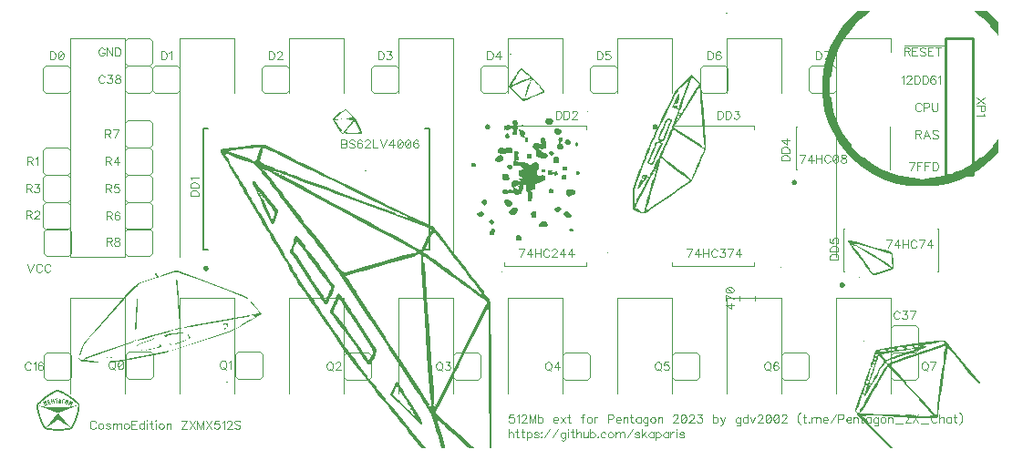
<source format=gto>
G04 DipTrace 5.0.0.1*
G04 mem-ext-512-sip.GTO*
%MOIN*%
G04 #@! TF.FileFunction,Legend,Top*
G04 #@! TF.Part,Single*
%ADD10C,0.009843*%
%ADD13C,0.004724*%
%ADD17C,0.003937*%
%ADD18C,0.005906*%
%ADD35C,0.004632*%
%FSLAX26Y26*%
G04*
G70*
G90*
G75*
G01*
G04 TopSilk*
%LPD*%
X1096850Y1566142D2*
D18*
X1081102D1*
Y1121260D1*
X1096850D1*
X1890551Y1566142D2*
X1906299D1*
Y1121260D1*
X1890551D1*
G36*
X1079921Y1052756D2*
X1080005Y1054041D1*
X1080257Y1055303D1*
X1080670Y1056522D1*
X1081240Y1057677D1*
X1081955Y1058748D1*
X1082804Y1059716D1*
X1083772Y1060565D1*
X1084843Y1061280D1*
X1085997Y1061849D1*
X1087216Y1062263D1*
X1088479Y1062514D1*
X1089764Y1062598D1*
X1091048Y1062514D1*
X1092311Y1062263D1*
X1093530Y1061849D1*
X1094685Y1061280D1*
X1095756Y1060565D1*
X1096723Y1059716D1*
X1097572Y1058748D1*
X1098288Y1057677D1*
X1098857Y1056522D1*
X1099271Y1055303D1*
X1099522Y1054041D1*
X1099606Y1052756D1*
D1*
X1099522Y1051471D1*
X1099271Y1050208D1*
X1098857Y1048989D1*
X1098288Y1047835D1*
X1097572Y1046764D1*
X1096723Y1045796D1*
X1095756Y1044947D1*
X1094685Y1044232D1*
X1093530Y1043663D1*
X1092311Y1043249D1*
X1091048Y1042998D1*
X1089764Y1042913D1*
X1088479Y1042998D1*
X1087216Y1043249D1*
X1085997Y1043663D1*
X1084843Y1044232D1*
X1083772Y1044947D1*
X1082804Y1045796D1*
X1081955Y1046764D1*
X1081240Y1047835D1*
X1080670Y1048989D1*
X1080257Y1050208D1*
X1080005Y1051471D1*
X1079921Y1052756D1*
D1*
G37*
X2480033Y1562402D2*
D17*
Y1574606D1*
X2180820D1*
Y1562402D1*
X2480033Y1075000D2*
Y1062795D1*
X2180820D1*
Y1075000D1*
G36*
X2118615Y1580118D2*
X2119900Y1580034D1*
X2121163Y1579783D1*
X2122382Y1579369D1*
X2123537Y1578799D1*
X2124607Y1578084D1*
X2125575Y1577235D1*
X2126424Y1576267D1*
X2127139Y1575197D1*
X2127709Y1574042D1*
X2128123Y1572823D1*
X2128374Y1571560D1*
X2128458Y1570276D1*
X2128374Y1568991D1*
X2128123Y1567728D1*
X2127709Y1566509D1*
X2127139Y1565354D1*
X2126424Y1564284D1*
X2125575Y1563316D1*
X2124607Y1562467D1*
X2123537Y1561752D1*
X2122382Y1561182D1*
X2121163Y1560768D1*
X2119900Y1560517D1*
X2118615Y1560433D1*
D1*
X2117331Y1560517D1*
X2116068Y1560768D1*
X2114849Y1561182D1*
X2113694Y1561752D1*
X2112624Y1562467D1*
X2111656Y1563316D1*
X2110807Y1564284D1*
X2110092Y1565354D1*
X2109522Y1566509D1*
X2109108Y1567728D1*
X2108857Y1568991D1*
X2108773Y1570276D1*
X2108857Y1571560D1*
X2109108Y1572823D1*
X2109522Y1574042D1*
X2110092Y1575197D1*
X2110807Y1576267D1*
X2111656Y1577235D1*
X2112624Y1578084D1*
X2113694Y1578799D1*
X2114849Y1579369D1*
X2116068Y1579783D1*
X2117331Y1580034D1*
X2118615Y1580118D1*
D1*
G37*
X3093301Y1562408D2*
D17*
X3093300Y1574613D1*
X2794087Y1574600D1*
X2794088Y1562395D1*
X3093322Y1075006D2*
Y1062802D1*
X2794110Y1062789D1*
X2794109Y1074994D1*
G36*
X2731882Y1580109D2*
X2733167Y1580025D1*
X2734430Y1579774D1*
X2735649Y1579360D1*
X2736804Y1578791D1*
X2737874Y1578075D1*
X2738842Y1577226D1*
X2739691Y1576259D1*
X2740407Y1575188D1*
X2740976Y1574033D1*
X2741390Y1572814D1*
X2741641Y1571552D1*
X2741725Y1570267D1*
X2741641Y1568982D1*
X2741390Y1567719D1*
X2740976Y1566500D1*
X2740407Y1565346D1*
X2739692Y1564275D1*
X2738843Y1563307D1*
X2737875Y1562458D1*
X2736804Y1561743D1*
X2735650Y1561173D1*
X2734431Y1560759D1*
X2733168Y1560508D1*
X2731883Y1560424D1*
D1*
X2730599Y1560508D1*
X2729336Y1560759D1*
X2728117Y1561173D1*
X2726962Y1561742D1*
X2725891Y1562458D1*
X2724923Y1563306D1*
X2724075Y1564274D1*
X2723359Y1565345D1*
X2722790Y1566499D1*
X2722376Y1567719D1*
X2722125Y1568981D1*
X2722040Y1570266D1*
X2722124Y1571551D1*
X2722376Y1572813D1*
X2722789Y1574033D1*
X2723359Y1575187D1*
X2724074Y1576258D1*
X2724923Y1577226D1*
X2725891Y1578075D1*
X2726961Y1578790D1*
X2728116Y1579360D1*
X2729335Y1579773D1*
X2730598Y1580025D1*
X2731882Y1580109D1*
D1*
G37*
X3248620Y1572429D2*
D13*
X3246258D1*
X3246270Y1414948D1*
X3248632D1*
X3588778Y1572454D2*
X3591140D1*
X3591151Y1414974D1*
X3588789Y1414973D1*
G36*
X3231312Y1366916D2*
X3231397Y1368200D1*
X3231648Y1369463D1*
X3232061Y1370682D1*
X3232631Y1371837D1*
X3233346Y1372908D1*
X3234195Y1373876D1*
X3235163Y1374725D1*
X3236233Y1375440D1*
X3237388Y1376009D1*
X3238607Y1376423D1*
X3239870Y1376675D1*
X3241154Y1376759D1*
X3242439Y1376675D1*
X3243702Y1376424D1*
X3244921Y1376010D1*
X3246076Y1375441D1*
X3247146Y1374725D1*
X3248114Y1373877D1*
X3248963Y1372909D1*
X3249678Y1371838D1*
X3250248Y1370684D1*
X3250662Y1369464D1*
X3250913Y1368202D1*
X3250998Y1366917D1*
D1*
X3250913Y1365632D1*
X3250662Y1364370D1*
X3250249Y1363150D1*
X3249679Y1361996D1*
X3248964Y1360925D1*
X3248115Y1359957D1*
X3247147Y1359108D1*
X3246077Y1358393D1*
X3244922Y1357823D1*
X3243703Y1357409D1*
X3242440Y1357158D1*
X3241156Y1357074D1*
X3239871Y1357158D1*
X3238608Y1357409D1*
X3237389Y1357823D1*
X3236234Y1358392D1*
X3235164Y1359107D1*
X3234196Y1359956D1*
X3233347Y1360924D1*
X3232631Y1361994D1*
X3232062Y1363149D1*
X3231648Y1364368D1*
X3231397Y1365631D1*
X3231312Y1366916D1*
D1*
G37*
X3423618Y1197424D2*
D13*
X3421256D1*
X3421272Y1039944D1*
X3423634D1*
X3763776Y1197458D2*
X3766138Y1197459D1*
X3766154Y1039978D1*
X3763791D1*
G36*
X3406316Y991911D2*
X3406400Y993195D1*
X3406651Y994458D1*
X3407065Y995677D1*
X3407634Y996832D1*
X3408349Y997903D1*
X3409198Y998871D1*
X3410166Y999720D1*
X3411236Y1000435D1*
X3412391Y1001005D1*
X3413610Y1001419D1*
X3414873Y1001670D1*
X3416157Y1001754D1*
X3417442Y1001670D1*
X3418705Y1001419D1*
X3419924Y1001005D1*
X3421079Y1000436D1*
X3422149Y999721D1*
X3423117Y998872D1*
X3423966Y997904D1*
X3424682Y996834D1*
X3425251Y995679D1*
X3425665Y994460D1*
X3425917Y993197D1*
X3426001Y991913D1*
D1*
X3425917Y990628D1*
X3425666Y989365D1*
X3425252Y988146D1*
X3424683Y986991D1*
X3423968Y985921D1*
X3423119Y984953D1*
X3422151Y984104D1*
X3421080Y983388D1*
X3419926Y982819D1*
X3418707Y982405D1*
X3417444Y982154D1*
X3416159Y982069D1*
X3414875Y982153D1*
X3413612Y982404D1*
X3412393Y982818D1*
X3411238Y983387D1*
X3410167Y984103D1*
X3409199Y984951D1*
X3408350Y985919D1*
X3407635Y986990D1*
X3407065Y988144D1*
X3406651Y989363D1*
X3406400Y990626D1*
X3406316Y991911D1*
D1*
G37*
X3593698Y833697D2*
D13*
X3593704Y753697D1*
X3603704Y743698D1*
X3683704Y743704D1*
X3693704Y753704D1*
X3693698Y833704D1*
X3683697Y843704D1*
X3603697Y843698D1*
X3593698Y833697D1*
X803704Y1693698D2*
X883704Y1693703D1*
X893703Y1703704D1*
X893698Y1783704D1*
X883698Y1793703D1*
X803698Y1793698D1*
X793698Y1783698D1*
X793703Y1703698D1*
X803704Y1693698D1*
X803703Y1193699D2*
X883703Y1193703D1*
X893703Y1203703D1*
X893699Y1283703D1*
X883698Y1293703D1*
X803698Y1293699D1*
X793699Y1283698D1*
X793703Y1203698D1*
X803703Y1193699D1*
X793698Y1883697D2*
X793704Y1803697D1*
X803704Y1793698D1*
X883704Y1793704D1*
X893704Y1803704D1*
X893698Y1883704D1*
X883697Y1893704D1*
X803697Y1893698D1*
X793698Y1883697D1*
X803702Y1393699D2*
X883702Y1393702D1*
X893702Y1403702D1*
X893699Y1483702D1*
X883699Y1493702D1*
X803699Y1493699D1*
X793699Y1483699D1*
X793702Y1403699D1*
X803702Y1393699D1*
X507903Y1097898D2*
X587903Y1097903D1*
X597903Y1107903D1*
X597898Y1187903D1*
X587897Y1197903D1*
X507897Y1197898D1*
X497898Y1187897D1*
X497903Y1107897D1*
X507903Y1097898D1*
X503702Y1393700D2*
X583702Y1393702D1*
X593702Y1403702D1*
X593700Y1483702D1*
X583700Y1493702D1*
X503700Y1493700D1*
X493700Y1483700D1*
X493702Y1403700D1*
X503702Y1393700D1*
X503701Y1193701D2*
X583701D1*
X593701Y1203701D1*
Y1283701D1*
X583701Y1293701D1*
X503701D1*
X493701Y1283701D1*
Y1203701D1*
X503701Y1193701D1*
X803703Y1293699D2*
X883703Y1293703D1*
X893703Y1303703D1*
X893699Y1383703D1*
X883698Y1393703D1*
X803698Y1393699D1*
X793699Y1383698D1*
X793703Y1303698D1*
X803703Y1293699D1*
X803702Y1493699D2*
X883702Y1493702D1*
X893702Y1503702D1*
X893699Y1583702D1*
X883699Y1593702D1*
X803699Y1593699D1*
X793699Y1583699D1*
X793702Y1503699D1*
X803702Y1493699D1*
X803703Y1097898D2*
X883703Y1097902D1*
X893703Y1107903D1*
X893699Y1187903D1*
X883698Y1197902D1*
X803698Y1197898D1*
X793699Y1187898D1*
X793703Y1107898D1*
X803703Y1097898D1*
X503702Y1293699D2*
X583702Y1293702D1*
X593702Y1303702D1*
X593699Y1383702D1*
X583699Y1393702D1*
X503699Y1393699D1*
X493699Y1383699D1*
X493702Y1303699D1*
X503702Y1293699D1*
X2493698Y1783698D2*
X2493703Y1703698D1*
X2503704Y1693698D1*
X2583704Y1693703D1*
X2593703Y1703704D1*
X2593698Y1783704D1*
X2583698Y1793703D1*
X2503698Y1793698D1*
X2493698Y1783698D1*
X1693698D2*
X1693703Y1703698D1*
X1703704Y1693698D1*
X1783704Y1693703D1*
X1793703Y1703704D1*
X1793698Y1783704D1*
X1783698Y1793703D1*
X1703698Y1793698D1*
X1693698Y1783698D1*
X493702Y1783702D2*
X493700Y1703702D1*
X503699Y1693702D1*
X583699Y1693700D1*
X593700Y1703699D1*
X593702Y1783699D1*
X583702Y1793700D1*
X503702Y1793702D1*
X493702Y1783702D1*
X893698Y1783697D2*
X893704Y1703697D1*
X903704Y1693698D1*
X983704Y1693704D1*
X993704Y1703704D1*
X993698Y1783704D1*
X983697Y1793704D1*
X903697Y1793698D1*
X893698Y1783697D1*
X2093698Y1783698D2*
X2093703Y1703698D1*
X2103704Y1693698D1*
X2183704Y1693703D1*
X2193703Y1703704D1*
X2193698Y1783704D1*
X2183698Y1793703D1*
X2103698Y1793698D1*
X2093698Y1783698D1*
X2897898D2*
X2897903Y1703698D1*
X2907903Y1693698D1*
X2987903Y1693703D1*
X2997903Y1703704D1*
X2997898Y1783704D1*
X2987897Y1793703D1*
X2907897Y1793698D1*
X2897898Y1783698D1*
X3293698D2*
X3293703Y1703698D1*
X3303704Y1693698D1*
X3383704Y1693703D1*
X3393703Y1703704D1*
X3393698Y1783704D1*
X3383698Y1793703D1*
X3303698Y1793698D1*
X3293698Y1783698D1*
X1293702Y1783702D2*
X1293700Y1703702D1*
X1303699Y1693702D1*
X1383699Y1693700D1*
X1393700Y1703699D1*
X1393702Y1783699D1*
X1383702Y1793700D1*
X1303702Y1793702D1*
X1293702Y1783702D1*
X2803704Y643698D2*
X2883704Y643703D1*
X2893703Y653704D1*
X2893698Y733704D1*
X2883698Y743703D1*
X2803698Y743698D1*
X2793698Y733698D1*
X2793703Y653698D1*
X2803704Y643698D1*
X2003704D2*
X2083704Y643703D1*
X2093703Y653704D1*
X2093698Y733704D1*
X2083698Y743703D1*
X2003698Y743698D1*
X1993698Y733698D1*
X1993703Y653698D1*
X2003704Y643698D1*
X807903Y647898D2*
X887903Y647903D1*
X897903Y657903D1*
X897898Y737903D1*
X887897Y747903D1*
X807897Y747898D1*
X797898Y737897D1*
X797903Y657897D1*
X807903Y647898D1*
X1207904Y647897D2*
X1287904Y647903D1*
X1297903Y657904D1*
X1297897Y737904D1*
X1287896Y747903D1*
X1207896Y747897D1*
X1197897Y737896D1*
X1197903Y657896D1*
X1207904Y647897D1*
X2403704Y643698D2*
X2483704Y643703D1*
X2493703Y653704D1*
X2493698Y733704D1*
X2483698Y743703D1*
X2403698Y743698D1*
X2393698Y733698D1*
X2393703Y653698D1*
X2403704Y643698D1*
X3203704D2*
X3283704Y643703D1*
X3293703Y653704D1*
X3293698Y733704D1*
X3283698Y743703D1*
X3203698Y743698D1*
X3193698Y733698D1*
X3193703Y653698D1*
X3203704Y643698D1*
X3603703Y643699D2*
X3683703Y643703D1*
X3693703Y653703D1*
X3693699Y733703D1*
X3683698Y743703D1*
X3603698Y743699D1*
X3593699Y733698D1*
X3593703Y653698D1*
X3603703Y643699D1*
X1603704Y643698D2*
X1683704Y643703D1*
X1693703Y653704D1*
X1693698Y733704D1*
X1683698Y743703D1*
X1603698Y743698D1*
X1593698Y733698D1*
X1593703Y653698D1*
X1603704Y643698D1*
X507898Y643702D2*
X587898Y643699D1*
X597899Y653699D1*
X597902Y733699D1*
X587902Y743699D1*
X507902Y743702D1*
X497902Y733703D1*
X497899Y653703D1*
X507898Y643702D1*
X3041146Y934645D2*
X3041145Y952755D1*
X3096264Y934647D2*
X3096263Y952757D1*
X3793707Y1393700D2*
D10*
X3893707Y1393702D1*
X3793694Y1893700D2*
X3793707Y1393700D1*
X3893694Y1893702D2*
X3893707Y1393702D1*
X3793694Y1893700D2*
X3893694Y1893702D1*
X593701Y1893701D2*
D17*
X793701D1*
Y1093701D1*
X593701D1*
Y1893701D1*
X1393701Y1693701D2*
Y1893701D1*
X1593701D1*
Y1693701D1*
X1793701D2*
Y1893701D1*
X1993701D1*
Y1093701D1*
X593701Y593701D2*
Y943701D1*
X793701D1*
Y593701D1*
X993701D2*
Y943701D1*
X1193701D1*
Y593701D1*
X2193701Y1693701D2*
Y1893701D1*
X2393701D1*
Y1693701D1*
X2593701D2*
Y1893701D1*
X2793701D1*
Y1693701D1*
X2993701D2*
Y1893701D1*
X3193701D1*
Y1693701D1*
X3393701Y1093701D2*
Y1893701D1*
X3593701D1*
Y1843701D1*
X1393701Y593701D2*
Y943701D1*
X1593701D1*
Y593701D1*
X1793701D2*
Y943701D1*
X1993701D1*
Y593701D1*
X2193701D2*
Y943701D1*
X2393701D1*
Y593701D1*
X2593701D2*
Y943701D1*
X2793701D1*
Y593701D1*
X2993701D2*
Y943701D1*
X3193701D1*
Y593701D1*
X3393701D2*
Y943701D1*
X3593701D1*
Y593701D1*
X993701Y1093701D2*
Y1893701D1*
X1193701D1*
Y1693701D1*
G36*
X1034499Y839733D2*
X1066702Y844963D1*
X1125740Y855423D1*
X1216981Y871113D1*
X1243817Y876343D1*
X1252762Y881572D1*
X1261707D1*
X1270652Y876343D1*
X1265285Y871113D1*
X1243817Y860653D1*
X1216981Y844963D1*
X1211614Y839733D1*
X1179411Y824043D1*
X970094Y756054D1*
X964727Y750824D1*
X1174044Y818813D1*
X1206247Y834503D1*
X1286754Y881572D1*
X1292121Y886802D1*
X1281387Y902492D1*
X1254551Y933872D1*
X1243817Y944332D1*
X1222348Y954792D1*
X1195513Y965252D1*
X1152576Y980941D1*
X1125740Y991401D1*
X1082803Y1007091D1*
X1029132Y1028011D1*
X986195Y1043701D1*
X975461D1*
X959360Y1038471D1*
X970094D1*
X974103Y1041830D1*
X976884Y1041524D1*
X980828Y1038471D1*
Y1012321D1*
X986195Y939102D1*
X991562Y871113D1*
X996929Y865883D1*
Y839733D1*
X991562Y834503D1*
X970094Y829273D1*
X894954Y808353D1*
X841283Y792663D1*
X835592Y786983D1*
X832813Y787832D1*
X830549Y792663D1*
Y829273D1*
X835916Y834503D1*
X841283Y944332D1*
Y991401D1*
X846650Y996631D1*
X911056Y1017551D1*
X970094Y1038471D1*
X959360D1*
X927157Y1028011D1*
X920613Y1022553D1*
X916423Y1022781D1*
X908372Y1033241D1*
Y1034548D1*
X903005D1*
Y1033241D1*
X910012Y1026489D1*
X911056Y1022781D1*
X900321Y1017551D1*
X852017Y1001861D1*
X841283Y996631D1*
X830549Y986171D1*
X834558Y989530D1*
X837339Y989225D1*
X841283Y986171D1*
Y944332D1*
X835916Y939102D1*
X830549Y829273D1*
Y792663D1*
X825182Y787433D1*
X814448Y782203D1*
X750042Y761284D1*
X674903Y735134D1*
X648067Y724674D1*
X640911Y719444D1*
X633755D1*
X626599Y724674D1*
Y735134D1*
X631966Y740364D1*
X642700Y771744D1*
X664168Y797893D1*
X707105Y844963D1*
X819815Y970482D1*
X821713Y973862D1*
X832447Y984322D1*
X828652Y988021D1*
X817917Y977561D1*
X707105Y850193D1*
X664168Y803123D1*
X642700Y776974D1*
X637333Y766514D1*
X626599Y735134D1*
Y724674D1*
X618705Y720324D1*
X625000Y723221D1*
X627844Y722380D1*
X629598Y717077D1*
X626485Y713769D1*
X623416Y714635D1*
X621232Y719444D1*
Y714214D1*
X680270Y708984D1*
X750042D1*
X809081Y719444D1*
X948625Y745594D1*
X953993Y750824D1*
X921790Y745594D1*
X782245Y719444D1*
X728574Y708984D1*
X701738D1*
X674903Y714214D1*
X642700Y719444D1*
X658801Y724674D1*
X809081Y776974D1*
X819815Y782203D1*
X825182Y787433D1*
X829191Y790792D1*
X831972Y790487D1*
X835916Y787433D1*
X857385Y792663D1*
X911056Y808353D1*
X948625Y818813D1*
X964727Y824043D1*
X1007664Y834503D1*
X1034499Y839733D1*
X1013031D1*
X1006487Y834275D1*
X1000281Y834951D1*
X996929Y839733D1*
Y865883D1*
X991562Y933872D1*
X986195Y1007091D1*
X980828Y1012321D1*
Y1038471D1*
X984837Y1041830D1*
X987618Y1041524D1*
X991562Y1038471D1*
X1002297Y1033241D1*
X1045234Y1017551D1*
X1098905Y996631D1*
X1141842Y980941D1*
X1168677Y970482D1*
X1211614Y954792D1*
X1227715Y949562D1*
X1249184Y939102D1*
X1253508Y932349D1*
X1254551Y928642D1*
X1281387Y897262D1*
X1284856Y890183D1*
X1281387Y886802D1*
X1249184Y881572D1*
X1157943Y865883D1*
X1039866Y844963D1*
X1013031Y839733D1*
X1034499D1*
G37*
G36*
X1152576Y844963D2*
X1157943Y839733D1*
Y829273D1*
X1168677Y839733D1*
Y850193D1*
X1152576D1*
Y844963D1*
X1158321Y848086D1*
X1162886Y847498D1*
X1167317Y842796D1*
X1167201Y838589D1*
X1163021Y834027D1*
X1160206Y834904D1*
X1157943Y839733D1*
X1152576Y844963D1*
G37*
G36*
X1002297Y818813D2*
X959360Y813583D1*
X937891Y808353D1*
X943258Y797893D1*
X959360Y776974D1*
X964727Y771744D1*
X970094D1*
X1013031Y787433D1*
X1034499Y797893D1*
X1023765Y813583D1*
Y808353D1*
X1028089Y801601D1*
X1029132Y797893D1*
X1018398Y792663D1*
X986195Y782203D1*
X975461Y776974D1*
X968917Y771516D1*
X962694Y772187D1*
X957608Y778241D1*
X959360Y782203D1*
X943258Y797893D1*
Y803123D1*
X953993Y808353D1*
X996929Y813583D1*
X1013031Y818813D1*
X1002297D1*
G37*
G36*
X900321Y797893D2*
X889587Y792663D1*
X857385Y782203D1*
X835916Y771744D1*
X857385Y750824D1*
X868119D1*
X911056Y761284D1*
X927157Y766514D1*
X921790Y776974D1*
X911056Y792663D1*
Y787433D1*
X921790Y776974D1*
X920026Y770629D1*
X916423Y766514D1*
X873486Y756054D1*
X866330Y750824D1*
X859173D1*
X852017Y756054D1*
X841283Y766514D1*
Y771744D1*
X852017Y776974D1*
X884220Y787433D1*
X894954Y792663D1*
X900321Y797893D1*
G37*
G36*
X739308Y735134D2*
X742778Y728055D1*
X737320Y724332D1*
X732026Y725106D1*
X728574Y729904D1*
X723207Y724674D1*
X750042D1*
X739308Y735134D1*
G37*
G36*
X3470980Y1993701D2*
X3416857Y1939675D1*
X3391878Y1902272D1*
X3371061Y1860714D1*
X3366898Y1848246D1*
X3362735Y1839935D1*
X3358571Y1827467D1*
X3350245Y1794220D1*
X3346081Y1773441D1*
X3341918Y1740194D1*
Y1694480D1*
X3346081Y1657077D1*
X3350245Y1636298D1*
X3354408Y1619675D1*
X3366898Y1582272D1*
X3396041Y1524090D1*
X3404367Y1511623D1*
X3429347Y1478376D1*
X3466817Y1440974D1*
X3487633Y1424350D1*
X3525103Y1399415D1*
X3566735Y1378636D1*
X3604205Y1366168D1*
X3633348Y1357857D1*
X3658328Y1353701D1*
X3758246D1*
X3779063Y1357857D1*
X3812369Y1366168D1*
X3849839Y1378636D1*
X3891472Y1399415D1*
X3912288Y1411883D1*
X3928941Y1424350D1*
X3953921Y1445129D1*
X3987227Y1478376D1*
Y1528246D1*
X3978900Y1519935D1*
X3966411Y1503311D1*
Y1499155D1*
X3928941Y1461753D1*
X3920615Y1457597D1*
X3903961Y1445129D1*
X3878982Y1428506D1*
X3874818Y1424350D1*
X3849839Y1411883D1*
X3824859Y1403571D1*
X3816532Y1399415D1*
X3804043Y1395259D1*
X3787389Y1391103D1*
X3766573Y1386948D1*
X3720777Y1382792D1*
X3712450Y1378636D1*
X3704124D1*
X3695797Y1382792D1*
X3650001Y1386948D1*
X3629185Y1391103D1*
X3612532Y1395259D1*
X3587552Y1403571D1*
X3570899Y1411883D1*
X3558409Y1416038D1*
X3541756Y1424350D1*
X3537592Y1428506D1*
X3512613Y1445129D1*
X3495960Y1457597D1*
X3487633Y1461753D1*
X3450164Y1499155D1*
Y1503311D1*
X3425184Y1536558D1*
X3416857Y1549025D1*
X3400204Y1582272D1*
X3396041Y1594740D1*
X3391878Y1603051D1*
X3387714Y1615519D1*
X3379388Y1648766D1*
X3375224Y1677857D1*
X3371061Y1682012D1*
Y1752662D1*
X3375224Y1756818D1*
X3379388Y1781753D1*
X3383551Y1802532D1*
X3387714Y1814999D1*
X3391878Y1831623D1*
X3396041Y1839935D1*
X3400204Y1852402D1*
X3412694Y1877337D1*
X3429347Y1902272D1*
X3441837Y1918896D1*
X3462653Y1943831D1*
Y1947987D1*
X3475143Y1960454D1*
X3483470Y1964610D1*
X3508449Y1985389D1*
X3516776Y1993701D1*
X3470980D1*
G37*
G36*
X3899798D2*
X3908125Y1985389D1*
X3928941Y1968766D1*
X3937268Y1964610D1*
X3958084Y1943831D1*
Y1939675D1*
X3978900Y1914740D1*
X3987227Y1902272D1*
Y1952142D1*
X3974737Y1968766D1*
X3970574Y1972922D1*
X3945594Y1993701D1*
X3899798D1*
G37*
G36*
X2990424Y1988464D2*
X2991796Y1986214D1*
X2995353Y1988375D1*
X2993981Y1990625D1*
X2990424Y1988464D1*
G37*
G36*
X2201179Y1839935D2*
Y1835779D1*
X2205342D1*
Y1839935D1*
X2201179D1*
G37*
G36*
X2317751Y1810844D2*
D1*
G37*
G36*
X2288608Y1744350D2*
X2263628Y1769285D1*
X2242811Y1785909D1*
X2238648D1*
X2234485Y1777597D1*
X2238648D1*
X2241757Y1780266D1*
X2243915Y1780023D1*
X2246975Y1777597D1*
X2263628Y1760974D1*
X2271954Y1756818D1*
X2274646Y1751192D1*
X2271954Y1748506D1*
X2246975Y1740194D1*
X2226158Y1731883D1*
X2217832Y1727727D1*
X2213417Y1723213D1*
X2211272Y1723879D1*
X2208554Y1728524D1*
X2210011Y1731059D1*
X2213668Y1736038D1*
X2221995Y1748506D1*
X2226158Y1756818D1*
X2234485Y1769285D1*
X2238648Y1777597D1*
X2234485D1*
X2230322Y1773441D1*
X2226158Y1765129D1*
X2209505Y1740194D1*
X2201179Y1723571D1*
X2221995D1*
X2234485Y1727727D1*
X2263628Y1740194D1*
X2268084Y1742676D1*
X2271626Y1742209D1*
X2275015Y1738423D1*
X2274715Y1735021D1*
X2271954Y1731883D1*
X2267791Y1723571D1*
X2255301Y1686168D1*
Y1677857D1*
X2250225Y1673520D1*
X2246975Y1673701D1*
X2205342Y1715259D1*
X2209505Y1719415D1*
X2221995Y1723571D1*
X2201179D1*
X2197015Y1719415D1*
X2251138Y1665389D1*
X2263628Y1669545D1*
X2280281Y1677857D1*
X2267791D1*
X2262715Y1673520D1*
X2257888Y1674053D1*
X2253923Y1678921D1*
X2255689Y1681363D1*
X2259465Y1686168D1*
X2267791Y1702792D1*
X2280281Y1740194D1*
X2283390Y1742863D1*
X2285548Y1742620D1*
X2288608Y1740194D1*
X2296934Y1727727D1*
X2305261Y1723571D1*
X2308615Y1718205D1*
X2309424Y1715259D1*
X2321914Y1702792D1*
X2288608Y1686168D1*
X2276118Y1682012D1*
X2267791Y1677857D1*
X2280281D1*
X2321914Y1694480D1*
X2326077Y1698636D1*
Y1702792D1*
X2313587Y1719415D1*
X2288608Y1744350D1*
X2280281D1*
X2275867Y1739836D1*
X2273715Y1740503D1*
X2270067Y1746534D1*
X2274857Y1747545D1*
X2277193Y1746930D1*
X2280281Y1744350D1*
X2288608D1*
G37*
G36*
X2674015Y1772361D2*
X2675387Y1770111D1*
X2678943Y1772271D1*
X2677571Y1774522D1*
X2674015Y1772361D1*
G37*
G36*
X2684119Y1382792D2*
X2679956Y1378636D1*
X2675793Y1370324D1*
X2667466Y1345389D1*
X2671630D1*
X2679956Y1353701D1*
X2696609Y1378636D1*
X2698707Y1382765D1*
X2700962Y1386603D1*
X2703918Y1389549D1*
X2705993Y1389251D1*
X2708192Y1385653D1*
X2707677Y1381791D1*
X2704936Y1378636D1*
X2696609Y1366168D1*
X2692446Y1353701D1*
X2688283Y1345389D1*
X2679956Y1332922D1*
X2671630Y1316298D1*
X2663303Y1303831D1*
Y1295519D1*
X2658889Y1291005D1*
X2656733Y1291680D1*
X2654976Y1295519D1*
Y1345389D1*
X2659140Y1349545D1*
X2663303Y1362012D1*
X2667466Y1370324D1*
X2675793Y1395259D1*
X2679956Y1403571D1*
X2688283Y1428506D1*
X2700773Y1453441D1*
X2704936Y1470064D1*
X2709099Y1478376D1*
X2717426Y1503311D1*
X2734079Y1536558D1*
X2738242Y1549025D1*
X2775712Y1623831D1*
X2779875Y1636298D1*
X2792365Y1661233D1*
X2800691Y1673701D1*
X2804855Y1686168D1*
X2806936Y1690324D1*
X2809208Y1694110D1*
X2813220Y1698546D1*
X2817345Y1702792D1*
Y1706948D1*
X2825671Y1715259D1*
X2833998Y1719415D1*
X2842324Y1731883D1*
X2833998D1*
X2829834Y1727727D1*
X2804855Y1698636D1*
X2796528Y1686168D1*
X2792365Y1673701D1*
X2754895Y1598896D1*
X2750732Y1586428D1*
X2738242Y1561493D1*
X2729916Y1549025D1*
X2725752Y1536558D1*
X2717426Y1519935D1*
X2713262Y1507467D1*
X2709099Y1499155D1*
X2704936Y1486688D1*
X2696609Y1470064D1*
X2692446Y1453441D1*
X2688283Y1445129D1*
X2679956Y1420194D1*
X2671630Y1403571D1*
X2667466Y1391103D1*
X2663303Y1382792D1*
X2650813Y1345389D1*
Y1291363D1*
X2667466D1*
X2692446Y1341233D1*
X2700773Y1353701D1*
X2721589Y1395259D1*
X2722269Y1398473D1*
X2724823Y1401880D1*
X2726875Y1401782D1*
X2729916Y1399415D1*
Y1386948D1*
X2725752Y1382792D1*
X2721589Y1370324D1*
X2717426Y1353701D1*
X2713262Y1341233D1*
X2709099Y1324610D1*
X2704936Y1312142D1*
X2700773Y1295519D1*
X2696609Y1283051D1*
X2692446Y1266428D1*
X2690931Y1261318D1*
X2686627Y1257795D1*
X2684119Y1258116D1*
X2675793Y1266428D1*
X2667466Y1270584D1*
X2654976Y1274740D1*
X2663303Y1283051D1*
X2667466Y1291363D1*
X2650813D1*
Y1270584D1*
X2654976Y1266428D1*
X2663303Y1262272D1*
X2684119Y1253961D1*
X2696609D1*
X2704936Y1258116D1*
X2721589Y1270584D1*
X2709099D1*
X2704685Y1266070D1*
X2702529Y1266745D1*
X2700773Y1270584D1*
Y1278896D1*
X2704936Y1283051D1*
X2709099Y1295519D1*
X2717426Y1328766D1*
X2721589Y1341233D1*
X2725752Y1357857D1*
X2734079Y1382792D1*
X2746569Y1432662D1*
X2750732Y1445129D1*
Y1453441D1*
X2753841Y1456110D1*
X2755999Y1455867D1*
X2759059Y1453441D1*
X2767385Y1445129D1*
X2788202Y1428506D1*
X2804855Y1416038D1*
X2829834Y1395259D1*
X2842324Y1386948D1*
X2850651Y1382792D1*
X2858977Y1374480D1*
X2854814Y1370324D1*
X2846487Y1366168D1*
X2829834Y1353701D1*
X2817345Y1345389D1*
X2800691Y1332922D1*
X2750732Y1299675D1*
X2734079Y1287207D1*
X2709099Y1270584D1*
X2721589D1*
X2771548Y1303831D1*
X2788202Y1316298D1*
X2800691Y1324610D1*
X2817345Y1337077D1*
X2867304Y1370324D1*
X2871467Y1382792D1*
X2867304D1*
X2862890Y1378278D1*
X2860734Y1378953D1*
X2858977Y1382792D1*
X2854814Y1386948D1*
X2833998Y1403571D1*
X2817345Y1416038D1*
X2796528Y1432662D1*
X2784038Y1440974D1*
X2775712Y1445129D1*
X2754895Y1465909D1*
X2759059Y1470064D1*
X2767385Y1486688D1*
X2771548Y1499155D1*
X2775712Y1507467D1*
X2779875Y1519935D1*
X2792365Y1544870D1*
Y1553181D1*
X2800691Y1561493D1*
X2804855D1*
X2817345Y1549025D1*
X2879794Y1507467D1*
X2900610Y1494999D1*
X2908937Y1490844D1*
X2911628Y1485218D1*
X2908937Y1482532D1*
X2896447Y1457597D1*
X2892284Y1445129D1*
X2888120Y1436818D1*
X2883957Y1424350D1*
X2879794Y1416038D1*
X2875630Y1403571D1*
X2871467Y1395259D1*
X2867304Y1382792D1*
X2871467D1*
X2883957Y1407727D1*
X2888120Y1420194D1*
X2892284Y1428506D1*
X2896447Y1440974D1*
X2904773Y1457597D1*
X2908937Y1470064D1*
X2917263Y1486688D1*
Y1499155D1*
X2913100D1*
X2908686Y1494642D1*
X2906530Y1495317D1*
X2904773Y1499155D1*
X2900610Y1503311D1*
X2825671Y1553181D1*
X2809018Y1561493D1*
X2800691Y1569805D1*
X2804855Y1573961D1*
X2821508Y1598896D1*
X2825671Y1607207D1*
X2850651Y1644610D1*
X2858977Y1661233D1*
X2883957Y1698636D1*
X2888120Y1706948D1*
X2888800Y1710162D1*
X2891354Y1713568D1*
X2893406Y1713471D1*
X2896447Y1711103D1*
Y1677857D1*
X2900610Y1636298D1*
X2908937Y1511623D1*
X2913100Y1499155D1*
X2917263D1*
Y1519935D1*
X2913100Y1569805D1*
X2908937Y1627987D1*
X2904773Y1682012D1*
X2900610Y1727727D1*
X2883957Y1744350D1*
X2863141Y1760974D1*
X2850651Y1748506D1*
X2863141D1*
X2866250Y1751175D1*
X2868407Y1750932D1*
X2871467Y1748506D1*
X2892284Y1727727D1*
X2890915Y1722685D1*
X2888120Y1719415D1*
X2879794Y1706948D1*
X2871467Y1690324D1*
X2858977Y1673701D1*
X2854814Y1665389D1*
X2846487Y1652922D1*
X2842324Y1644610D1*
X2833998Y1632142D1*
X2831899Y1627976D1*
X2829482Y1623635D1*
X2825414Y1619307D1*
X2823271Y1619991D1*
X2821508Y1623831D1*
Y1632142D1*
X2825671Y1636298D1*
X2829834Y1648766D1*
X2833998Y1657077D1*
X2838161Y1673701D1*
X2846487Y1698636D1*
X2850651Y1706948D1*
X2863141Y1744350D1*
Y1748506D1*
X2850651D1*
X2838161Y1736038D1*
X2846487D1*
X2849597Y1738707D1*
X2851653Y1738283D1*
X2852988Y1734163D1*
X2850563Y1731529D1*
X2848182Y1732217D1*
X2846487Y1736038D1*
X2838161D1*
X2833998Y1731883D1*
X2842324D1*
X2845433Y1734551D1*
X2847591Y1734309D1*
X2850651Y1731883D1*
Y1723571D1*
X2846487Y1719415D1*
X2833998Y1682012D1*
X2829834Y1673701D1*
X2821508Y1648766D1*
Y1640454D1*
X2817093Y1635940D1*
X2814938Y1636615D1*
X2813181Y1640454D1*
Y1648766D1*
X2809018D1*
X2804604Y1644252D1*
X2802452Y1644919D1*
X2798804Y1650949D1*
X2803594Y1651961D1*
X2805930Y1651345D1*
X2809018Y1648766D1*
X2813181D1*
Y1652922D1*
X2808767Y1648408D1*
X2806621Y1649074D1*
X2803914Y1653699D1*
X2805263Y1656463D1*
X2808048Y1659606D1*
X2810135Y1659462D1*
X2812716Y1656335D1*
X2813181Y1652922D1*
X2817345Y1661233D1*
X2821508Y1673701D1*
Y1690324D1*
X2817345D1*
X2792365Y1640454D1*
X2817345Y1636298D1*
Y1627987D1*
X2813181Y1623831D1*
Y1619675D1*
X2817345D1*
X2820454Y1622344D1*
X2822559Y1621995D1*
X2824807Y1618424D1*
X2824525Y1614637D1*
X2821278Y1610983D1*
X2819113Y1611673D1*
X2816436Y1616247D1*
X2817345Y1619675D1*
X2813181D1*
X2809018Y1611363D1*
X2813181D1*
X2816290Y1614032D1*
X2818396Y1613684D1*
X2820644Y1610112D1*
X2820362Y1606325D1*
X2817115Y1602671D1*
X2814949Y1603361D1*
X2812273Y1607936D1*
X2813181Y1611363D1*
X2809018D1*
X2804855Y1598896D1*
X2809018D1*
X2812127Y1601564D1*
X2814183Y1601140D1*
X2815519Y1597020D1*
X2813093Y1594387D1*
X2810712Y1595074D1*
X2809018Y1598896D1*
X2804855D1*
X2800691Y1586428D1*
X2796528Y1578116D1*
X2792365Y1565649D1*
X2788202Y1557337D1*
X2784038Y1544870D1*
X2779875Y1536558D1*
X2775712Y1524090D1*
X2763222Y1499155D1*
X2759059Y1486688D1*
X2750732Y1470064D1*
X2746569Y1457597D1*
X2738242Y1445129D1*
X2725752Y1420194D1*
Y1416038D1*
X2729916D1*
X2733025Y1418707D1*
X2735081Y1418283D1*
X2736417Y1414163D1*
X2733991Y1411529D1*
X2731610Y1412217D1*
X2729916Y1416038D1*
X2725752D1*
X2721589Y1411883D1*
Y1407727D1*
X2725752D1*
X2728861Y1410396D1*
X2730967Y1410047D1*
X2733215Y1406476D1*
X2732933Y1402689D1*
X2729686Y1399035D1*
X2727520Y1399725D1*
X2724844Y1404299D1*
X2725752Y1407727D1*
X2721589D1*
X2717426Y1403571D1*
X2713262Y1395259D1*
X2712205Y1390356D1*
X2708856Y1386564D1*
X2706710Y1387255D1*
X2704027Y1391833D1*
X2704936Y1395259D1*
X2688283D1*
X2684119Y1391103D1*
Y1386948D1*
X2688283D1*
X2691392Y1389616D1*
X2693448Y1389192D1*
X2694784Y1385072D1*
X2692358Y1382438D1*
X2689977Y1383126D1*
X2688283Y1386948D1*
X2684119D1*
Y1382792D1*
X2687229Y1385461D1*
X2689334Y1385112D1*
X2691582Y1381541D1*
X2691300Y1377754D1*
X2688053Y1374100D1*
X2685888Y1374790D1*
X2683211Y1379364D1*
X2684119Y1382792D1*
G37*
G36*
X2615729Y1739114D2*
X2617101Y1736864D1*
X2620657Y1739024D1*
X2619285Y1741275D1*
X2615729Y1739114D1*
G37*
G36*
X1401828Y1702792D2*
D1*
G37*
G36*
X2567548Y1690324D2*
D1*
G37*
G36*
X1659952Y1553181D2*
X1655015Y1557853D1*
X1655789Y1561493D1*
X1634972Y1603051D1*
X1601666Y1636298D1*
X1597503D1*
X1589176Y1627987D1*
X1593339D1*
X1597788Y1630761D1*
X1601666Y1632142D1*
X1626646Y1607207D1*
X1605829Y1603051D1*
X1600753Y1598714D1*
X1595939Y1599252D1*
X1593339Y1603051D1*
X1588925Y1598538D1*
X1586769Y1599213D1*
X1585013Y1603051D1*
X1576686Y1598896D1*
X1568360D1*
X1560033Y1603051D1*
X1568360Y1607207D1*
X1589176Y1623831D1*
X1593339Y1627987D1*
X1589176D1*
X1580849Y1623831D1*
X1564196Y1611363D1*
X1551706Y1598896D1*
X1555870Y1594740D1*
X1560033D1*
X1582237Y1598896D1*
X1604442D1*
X1626646Y1594740D1*
X1618319Y1586428D1*
X1593339Y1553181D1*
X1588925Y1548668D1*
X1586779Y1549334D1*
X1584106Y1553909D1*
X1585013Y1557337D1*
X1572523Y1573961D1*
X1568360Y1582272D1*
X1560033Y1594740D1*
X1555870D1*
Y1590584D1*
X1580849Y1553181D1*
X1585013Y1549025D1*
X1593339D1*
X1596448Y1551694D1*
X1598505Y1551270D1*
X1599840Y1547150D1*
X1597414Y1544516D1*
X1595033Y1545204D1*
X1593339Y1549025D1*
X1585013D1*
X1589176Y1544870D1*
X1659952D1*
Y1553181D1*
X1655789D1*
X1636360Y1549025D1*
X1616931D1*
X1597503Y1553181D1*
X1605829Y1561493D1*
X1626646Y1586428D1*
X1627325Y1589642D1*
X1629879Y1593049D1*
X1631931Y1592951D1*
X1634773Y1590164D1*
X1637006Y1586347D1*
X1651625Y1557337D1*
X1655789Y1553181D1*
X1659952D1*
G37*
G36*
X2482504Y1626906D2*
X2483876Y1624656D1*
X2487432Y1626817D1*
X2486060Y1629067D1*
X2482504Y1626906D1*
G37*
G36*
X2334404Y1603051D2*
X2333035Y1598010D1*
X2330240Y1594740D1*
Y1586428D1*
X2338567Y1578116D1*
X2351057D1*
X2355220Y1582272D1*
X2359383Y1590584D1*
Y1594740D1*
X2351057Y1603051D1*
X2334404D1*
G37*
G36*
X2729916Y1507467D2*
Y1499155D1*
X2725752Y1494999D1*
X2721589Y1482532D1*
X2717426Y1474220D1*
X2713262Y1461753D1*
X2709099Y1453441D1*
X2704936Y1440974D1*
Y1436818D1*
X2717426Y1432662D1*
X2721589D1*
X2725752Y1436818D1*
X2738242Y1461753D1*
X2742405Y1474220D1*
X2759059Y1507467D1*
Y1511623D1*
X2750732Y1515779D1*
X2763222Y1519935D1*
X2767385Y1524090D1*
X2775712Y1549025D1*
X2779875Y1557337D1*
X2784038Y1569805D1*
X2788202Y1578116D1*
X2792365Y1590584D1*
Y1598896D1*
X2779875Y1603051D1*
X2775712D1*
X2771548Y1594740D1*
X2775712D1*
X2780168Y1597221D1*
X2783709Y1596755D1*
X2787099Y1592968D1*
X2786798Y1589567D1*
X2784038Y1586428D1*
X2779875Y1573961D1*
X2775712Y1565649D1*
X2771548Y1553181D1*
X2763222Y1536558D1*
Y1528246D1*
X2757671Y1524090D1*
X2752120D1*
X2746569Y1528246D1*
X2747378Y1531192D1*
X2750732Y1536558D1*
X2767385Y1569805D1*
X2771548Y1582272D1*
X2775712Y1590584D1*
Y1594740D1*
X2771548D1*
X2759059Y1569805D1*
X2754895Y1557337D1*
X2742405Y1532402D1*
Y1524090D1*
X2750732Y1519935D1*
X2734079Y1515779D1*
X2729916Y1507467D1*
X2738242D1*
X2743793Y1511623D1*
X2749344D1*
X2754895Y1507467D1*
X2750732Y1503311D1*
X2725752Y1453441D1*
Y1445129D1*
X2717426Y1436818D1*
X2712349Y1436999D1*
X2707834Y1442302D1*
X2713262Y1445129D1*
X2717426Y1457597D1*
X2721589Y1465909D1*
X2725752Y1478376D1*
X2734079Y1494999D1*
X2738242Y1507467D1*
X2729916D1*
G37*
G36*
X2217832Y1594740D2*
X2209505Y1590584D1*
Y1586428D1*
X2212655Y1580838D1*
X2212238Y1577095D1*
X2209505Y1573961D1*
X2205091Y1569447D1*
X2202945Y1570113D1*
X2200271Y1574689D1*
X2201179Y1578116D1*
X2188689D1*
X2180362Y1569805D1*
X2184525Y1561493D1*
X2188689Y1557337D1*
X2192852D1*
X2201179Y1561493D1*
X2205635Y1563974D1*
X2209176Y1563508D1*
X2212566Y1559721D1*
X2212265Y1556320D1*
X2209505Y1553181D1*
Y1540714D1*
X2221995D1*
X2226158Y1544870D1*
Y1561493D1*
X2229267Y1564162D1*
X2231425Y1563919D1*
X2234485Y1561493D1*
X2238648Y1536558D1*
X2255301Y1532402D1*
Y1519935D1*
X2259465Y1515779D1*
X2267791D1*
Y1532402D1*
X2251138Y1536558D1*
X2251947Y1539504D1*
X2255301Y1544870D1*
Y1549025D1*
X2251138Y1557337D1*
X2234485Y1561493D1*
X2229548Y1566165D1*
X2230322Y1569805D1*
X2225384Y1574477D1*
X2226670Y1577252D1*
X2230322Y1582272D1*
Y1586428D1*
X2226158Y1594740D1*
X2217832D1*
G37*
G36*
X2244893Y1578116D2*
Y1573961D1*
X2249056D1*
Y1578116D1*
X2244893D1*
G37*
G36*
X2367710Y1565649D2*
X2363547Y1561493D1*
Y1549025D1*
X2371873Y1540714D1*
X2380200D1*
X2388526Y1549025D1*
Y1557337D1*
X2384363Y1561493D1*
X2376037Y1565649D1*
X2367710D1*
G37*
G36*
X2192852Y1549025D2*
X2184525Y1540714D1*
Y1536558D1*
X2188689Y1528246D1*
X2192852D1*
X2201179Y1532402D1*
Y1536558D1*
X2197015Y1544870D1*
X2192852Y1549025D1*
G37*
G36*
X2288608Y1490844D2*
X2296934Y1482532D1*
Y1465909D1*
X2301097Y1461753D1*
X2317751Y1453441D1*
X2330240D1*
X2338567Y1461753D1*
Y1465909D1*
X2334404Y1474220D1*
X2317751Y1478376D1*
Y1486688D1*
X2330240Y1490844D1*
X2334404Y1494999D1*
Y1511623D1*
X2330240Y1528246D1*
X2326077Y1532402D1*
X2317751D1*
X2313587Y1528246D1*
Y1515779D1*
X2316278Y1510153D1*
X2312045Y1507195D1*
X2307939Y1507810D1*
X2305261Y1511623D1*
X2288608D1*
X2284444Y1499155D1*
X2288608Y1490844D1*
X2305261D1*
X2309717Y1493325D1*
X2313168Y1492686D1*
X2315099Y1488155D1*
X2312306Y1486472D1*
X2307873Y1487041D1*
X2305261Y1490844D1*
X2288608D1*
G37*
G36*
X2380200Y1532402D2*
X2378831Y1527360D1*
X2376037Y1524090D1*
X2380200Y1519935D1*
Y1511623D1*
X2371873Y1503311D1*
Y1494999D1*
X2380200Y1486688D1*
X2388526D1*
X2396853Y1494999D1*
Y1499155D1*
X2392690Y1507467D1*
X2384363Y1511623D1*
X2392690Y1519935D1*
Y1532402D1*
X2380200D1*
G37*
G36*
X2405179Y1524090D2*
X2403811Y1519049D1*
X2401016Y1515779D1*
Y1511623D1*
X2409343Y1503311D1*
X2413506D1*
X2421833Y1507467D1*
Y1519935D1*
X2417669Y1524090D1*
X2405179D1*
G37*
G36*
X2442649Y1515779D2*
X2438486Y1511623D1*
Y1503311D1*
X2442649Y1499155D1*
X2446812D1*
X2450976Y1503311D1*
Y1511623D1*
X2446812Y1515779D1*
X2442649D1*
G37*
G36*
X1372685Y1407727D2*
X1347706Y1416038D1*
X1339379Y1420194D1*
X1306073Y1432662D1*
X1285256Y1445129D1*
X1235297D1*
X1260277Y1436818D1*
X1268603Y1432662D1*
X1285256Y1416038D1*
X1297746D1*
X1300855Y1418707D1*
X1302912Y1418283D1*
X1304247Y1414163D1*
X1301821Y1411529D1*
X1299440Y1412217D1*
X1297746Y1416038D1*
X1285256D1*
X1289420Y1411883D1*
X1301909D1*
X1306366Y1414364D1*
X1309981Y1414097D1*
X1314399Y1411883D1*
X1326889Y1403571D1*
X1364359Y1382792D1*
X1397665Y1366168D1*
X1401828Y1362012D1*
X1464278Y1328766D1*
X1555870Y1278896D1*
X1618319Y1245649D1*
X1647462Y1229025D1*
X1709911Y1195779D1*
X1755707Y1170844D1*
X1793177Y1150064D1*
X1851463Y1120974D1*
X1855626Y1116818D1*
X1863953Y1112662D1*
X1813993Y1100194D1*
X1726564Y1075259D1*
X1664115Y1058636D1*
X1622482Y1046168D1*
X1609992Y1042012D1*
X1603053Y1037857D1*
X1596115D1*
X1589176Y1042012D1*
X1572523Y1058636D1*
Y1062792D1*
X1560033Y1079415D1*
X1543380Y1100194D1*
X1535053Y1112662D1*
X1518400Y1133441D1*
X1493420Y1166688D1*
X1476767Y1187467D1*
X1468441Y1199935D1*
X1447624Y1220714D1*
Y1224870D1*
X1435135Y1241493D1*
X1418481Y1262272D1*
X1393502Y1295519D1*
X1376849Y1316298D1*
X1368522Y1328766D1*
X1347706Y1353701D1*
X1339379Y1366168D1*
X1322726Y1386948D1*
X1314399Y1399415D1*
X1301909Y1411883D1*
X1289420D1*
X1297746Y1395259D1*
X1322726Y1370324D1*
Y1366168D1*
X1331052Y1353701D1*
X1351869Y1328766D1*
X1360195Y1316298D1*
X1376849Y1295519D1*
X1426808Y1229025D1*
X1443461Y1208246D1*
X1455951Y1191623D1*
X1464278Y1179155D1*
X1485094Y1158376D1*
Y1154220D1*
X1497584Y1137597D1*
X1514237Y1116818D1*
X1539217Y1083571D1*
X1555870Y1062792D1*
X1564196Y1050324D1*
X1576686Y1037857D1*
X1639135D1*
X1672442Y1046168D1*
X1759871Y1071103D1*
X1851463Y1096038D1*
X1859789Y1100194D1*
X1865340Y1104350D1*
X1870892D1*
X1876443Y1100194D1*
Y1050324D1*
X1888932Y863311D1*
X1893096Y805129D1*
X1897259Y738636D1*
X1901422Y692922D1*
X1909749Y576558D1*
X1913912Y572402D1*
Y551623D1*
X1909498Y547109D1*
X1907352Y547775D1*
X1904678Y552351D1*
X1905586Y555779D1*
X1901422Y564090D1*
X1876443Y601493D1*
X1872279Y609805D1*
X1838973Y659675D1*
X1834810Y667987D1*
X1822320Y684610D1*
X1813993Y697077D1*
X1809830Y705389D1*
X1751544Y792662D1*
X1747381Y800974D1*
X1714074Y850844D1*
X1709911Y859155D1*
X1701585Y871623D1*
X1689095Y888246D1*
X1680768Y900714D1*
X1676605Y909025D1*
X1643299Y958896D1*
X1639135Y967207D1*
X1626646Y983831D1*
X1622482Y992142D1*
X1605829Y1017077D1*
X1597503Y1025389D1*
X1614156Y1029545D1*
X1639135Y1037857D1*
X1576686D1*
X1580849Y1029545D1*
X1647462Y929805D1*
X1651625Y921493D1*
X1684932Y871623D1*
X1689095Y863311D1*
X1755707Y763571D1*
X1759871Y755259D1*
X1793177Y705389D1*
X1797340Y697077D1*
X1805667Y684610D1*
X1818157Y667987D1*
X1822320Y659675D1*
X1847300Y622272D1*
X1851463Y613961D1*
X1859789Y601493D1*
X1872279Y584870D1*
X1880606Y572402D1*
X1884769Y564090D1*
X1893096Y551623D1*
X1897259Y543311D1*
X1913912Y518376D1*
X1918075Y505909D1*
X1922239Y489285D1*
X1926402Y476818D1*
X1930565Y460194D1*
X1934729Y451883D1*
X1938892Y439415D1*
X1943055Y422792D1*
X1947218Y410324D1*
X1951382Y393701D1*
X1963871D1*
Y402012D1*
X1959708Y414480D1*
X1955545Y431103D1*
X1943055Y468506D1*
X1938892Y485129D1*
X1933955Y489801D1*
X1935136Y492805D1*
X1937915Y495975D1*
X1940007Y495828D1*
X1943055Y493441D1*
X1951382Y485129D1*
X1959708Y480974D1*
X1963062Y475608D1*
X1963871Y472662D1*
X1997178Y443571D1*
X2047137Y397857D1*
X2055464Y393701D1*
X2072117D1*
X2063790Y402012D1*
X2017994Y443571D1*
X1968035Y489285D1*
X1959708Y493441D1*
X1930565Y522532D1*
Y530844D1*
X1934729Y534999D1*
X1943055Y551623D1*
X1930565D1*
X1926151Y547109D1*
X1923999Y547776D1*
X1920351Y553806D1*
X1925141Y554818D1*
X1927477Y554202D1*
X1930565Y551623D1*
X1943055D1*
X1947218Y559935D1*
X1934729D1*
X1929652Y555598D1*
X1924839Y556135D1*
X1922239Y559935D1*
Y609805D1*
X1913912Y717857D1*
X1905586Y834220D1*
X1901422Y900714D1*
X1897259Y954740D1*
X1888932Y1071103D1*
X1884769Y1075259D1*
Y1096038D1*
X1887878Y1098707D1*
X1890036Y1098465D1*
X1893096Y1096038D1*
X1901422Y1087727D1*
X1913912Y1079415D1*
X1980525Y1029545D1*
X2005504Y1012922D1*
X2026321Y996298D1*
X2063790Y971363D1*
X2072117Y963051D1*
X2097097Y946428D1*
X2105423Y942272D1*
X2117913Y929805D1*
X2116544Y924763D1*
X2113750Y921493D1*
X1938892Y572402D1*
X1934729Y559935D1*
X1947218D1*
X1993014Y651363D1*
X1997178Y663831D1*
X2005504Y680454D1*
X2013831Y692922D1*
X2017994Y705389D1*
X2113750Y896558D1*
X2114430Y899772D1*
X2116983Y903179D1*
X2119035Y903081D1*
X2122076Y900714D1*
Y651363D1*
X2126240Y393701D1*
X2134566D1*
Y697077D1*
X2130403Y929805D1*
X2126240Y938116D1*
X2117913Y950584D1*
X2105423Y963051D1*
X2097097D1*
X2092682Y958538D1*
X2090526Y959213D1*
X2088770Y963051D1*
X2080443Y971363D1*
X2067954Y979675D1*
X2034647Y1004610D1*
X2022157Y1012922D1*
X2001341Y1029545D1*
X1988851Y1037857D1*
X1972198Y1050324D1*
X1959708Y1058636D1*
X1926402Y1083571D1*
X1913912Y1091883D1*
X1897259Y1104350D1*
X1888932Y1108506D1*
X1883297Y1114131D1*
X1888932Y1116818D1*
X1893096Y1129285D1*
X1901422Y1141753D1*
X1905586Y1154220D1*
X1918075Y1179155D1*
X1918938Y1181975D1*
X1922710Y1185412D1*
X1926096Y1185212D1*
X1929651Y1181747D1*
X1930565Y1179155D1*
X1943055Y1162532D1*
X1959708Y1141753D1*
X1997178Y1091883D1*
X2013831Y1071103D1*
X2022157Y1058636D1*
X2038811Y1037857D1*
X2051300Y1021233D1*
X2072117Y996298D1*
X2080443Y983831D1*
X2097097Y963051D1*
X2105423D1*
Y967207D1*
X2088770Y987987D1*
X2080443Y1000454D1*
X2059627Y1025389D1*
X2051300Y1037857D1*
X2038811Y1054480D1*
X2022157Y1075259D1*
X2009668Y1091883D1*
X1993014Y1112662D1*
X1955545Y1162532D1*
X1938892Y1183311D1*
X1934729Y1187467D1*
X1909749D1*
X1905586Y1179155D1*
X1897259Y1166688D1*
X1893096Y1154220D1*
X1880606Y1129285D1*
Y1125129D1*
X1875055Y1120974D1*
X1869504D1*
X1863953Y1125129D1*
X1834810Y1141753D1*
X1789014Y1166688D1*
X1726564Y1199935D1*
X1689095Y1220714D1*
X1634972Y1249805D1*
X1605829Y1266428D1*
X1547543Y1295519D1*
X1543380Y1299675D1*
X1480931Y1332922D1*
X1443461Y1353701D1*
X1389338Y1382792D1*
X1372685Y1391103D1*
X1378236Y1395259D1*
X1383788D1*
X1389338Y1391103D1*
X1464278Y1362012D1*
X1526727Y1341233D1*
X1535053Y1337077D1*
X1555870Y1328766D1*
X1605829Y1312142D1*
X1614156Y1307987D1*
X1714074Y1270584D1*
X1759871Y1253961D1*
X1893096Y1204090D1*
X1905586Y1199935D1*
X1913912Y1195779D1*
X1912544Y1190737D1*
X1909749Y1187467D1*
X1934729D1*
X1926402Y1199935D1*
X1922239Y1204090D1*
X1905586Y1212402D1*
X1843136Y1241493D1*
X1826483D1*
X1822069Y1236979D1*
X1819917Y1237646D1*
X1816269Y1243676D1*
X1821059Y1244688D1*
X1823395Y1244073D1*
X1826483Y1241493D1*
X1843136D1*
X1834810Y1245649D1*
X1818157D1*
X1813742Y1241135D1*
X1811591Y1241802D1*
X1807943Y1247832D1*
X1812732Y1248844D1*
X1815069Y1248228D1*
X1818157Y1245649D1*
X1834810D1*
X1826483Y1249805D1*
X1809830D1*
X1804754Y1245468D1*
X1800777Y1245804D1*
X1796030Y1251163D1*
X1801610Y1252792D1*
X1805388Y1252192D1*
X1809830Y1249805D1*
X1826483D1*
X1768197Y1278896D1*
X1755707Y1283051D1*
X1739054Y1291363D1*
X1734891Y1295519D1*
X1726564Y1299675D1*
X1605829Y1357857D1*
X1589176Y1366168D1*
X1576686Y1370324D1*
X1526727Y1395259D1*
X1522563Y1399415D1*
X1443461Y1436818D1*
X1430971Y1440974D1*
X1405992Y1453441D1*
X1401828Y1457597D1*
X1306073Y1503311D1*
X1264440D1*
X1222807Y1499155D1*
X1189501Y1494999D1*
X1281093D1*
X1284202Y1497668D1*
X1286308Y1497320D1*
X1288512Y1493705D1*
X1287997Y1489843D1*
X1285256Y1486688D1*
X1276930Y1461753D1*
Y1453441D1*
X1268603Y1445129D1*
X1262501Y1445551D1*
X1260277Y1449285D1*
X1239460Y1457597D1*
X1181174Y1478376D1*
X1168684Y1482532D1*
X1210317Y1486688D1*
X1281093Y1494999D1*
X1189501D1*
X1152031Y1490844D1*
X1143705Y1486688D1*
Y1478376D1*
X1152031Y1461753D1*
X1168684Y1436818D1*
X1177011Y1420194D1*
X1193664Y1395259D1*
X1197827Y1386948D1*
X1206154Y1374480D1*
X1214481Y1357857D1*
X1222807Y1345389D1*
X1231134Y1328766D1*
X1239460Y1316298D1*
X1243624Y1307987D1*
X1260277Y1283051D1*
X1272766Y1258116D1*
X1289420Y1233181D1*
X1297746Y1216558D1*
X1306073Y1204090D1*
X1310236Y1195779D1*
X1318563Y1183311D1*
X1331052Y1158376D1*
X1347706Y1133441D1*
X1351869Y1125129D1*
X1360195Y1112662D1*
X1368522Y1096038D1*
X1385175Y1071103D1*
X1397665Y1046168D1*
X1405992Y1033701D1*
X1410155Y1025389D1*
X1418481Y1012922D1*
X1426808Y996298D1*
X1451788Y963051D1*
X1455951Y954740D1*
X1472604Y929805D1*
X1485094Y913181D1*
X1526727Y850844D1*
X1539217Y834220D1*
X1597503Y746948D1*
X1609992Y730324D1*
X1626646Y709545D1*
X1639135Y692922D1*
X1659952Y667987D1*
X1672442Y651363D1*
X1705748Y609805D1*
X1718238Y593181D1*
X1739054Y568246D1*
X1755707Y547467D1*
X1768197Y530844D1*
X1789014Y505909D1*
X1797340Y493441D1*
X1822320Y468506D1*
Y464350D1*
X1830646Y451883D1*
X1863953Y410324D1*
X1880606Y393701D1*
X1893096D1*
X1843136Y456038D1*
X1834810Y468506D1*
X1809830Y497597D1*
X1793177Y518376D1*
X1768197Y551623D1*
X1747381Y572402D1*
Y576558D1*
X1734891Y593181D1*
X1714074Y613961D1*
Y618116D1*
X1701585Y634740D1*
X1680768Y655519D1*
Y659675D1*
X1668278Y676298D1*
X1647462Y701233D1*
X1634972Y717857D1*
X1618319Y738636D1*
X1609992Y751103D1*
X1597503Y767727D1*
X1572523Y805129D1*
X1560033Y821753D1*
X1526727Y871623D1*
X1514237Y888246D1*
X1505910Y900714D1*
X1501747Y909025D1*
X1489257Y925649D1*
X1485094Y933961D1*
X1460114Y967207D1*
X1426808Y1017077D1*
X1418481Y1033701D1*
X1410155Y1046168D1*
X1401828Y1062792D1*
X1393502Y1075259D1*
X1389338Y1083571D1*
X1381012Y1096038D1*
X1376849Y1104350D1*
X1368522Y1116818D1*
X1360195Y1133441D1*
X1351869Y1145909D1*
X1347706Y1154220D1*
X1339379Y1166688D1*
X1335216Y1174999D1*
X1318563Y1199935D1*
X1301909Y1233181D1*
X1285256Y1258116D1*
X1281093Y1266428D1*
X1272766Y1278896D1*
X1268603Y1287207D1*
X1260277Y1299675D1*
X1256113Y1307987D1*
X1247787Y1320454D1*
X1235297Y1345389D1*
X1226970Y1357857D1*
X1222807Y1366168D1*
X1214481Y1378636D1*
X1210317Y1386948D1*
X1193664Y1411883D1*
X1189501Y1420194D1*
X1181174Y1432662D1*
X1168684Y1457597D1*
X1160358Y1465909D1*
X1161038Y1469123D1*
X1163591Y1472529D1*
X1165644Y1472432D1*
X1168684Y1470064D1*
X1197827Y1457597D1*
X1235297Y1445129D1*
X1285256D1*
X1297746Y1482532D1*
Y1490844D1*
X1302203Y1493325D1*
X1305818Y1493058D1*
X1326889Y1482532D1*
X1339379Y1478376D1*
X1364359Y1465909D1*
X1368522Y1461753D1*
X1464278Y1416038D1*
X1476767Y1411883D1*
X1501747Y1399415D1*
X1505910Y1395259D1*
X1560033Y1370324D1*
X1643299Y1328766D1*
X1780687Y1262272D1*
X1793177Y1258116D1*
X1801503Y1253961D1*
X1795953Y1249805D1*
X1790401D1*
X1784850Y1253961D1*
X1755707Y1266428D1*
X1709911Y1283051D1*
X1672442Y1295519D1*
X1664115Y1299675D1*
X1618319Y1316298D1*
X1576686Y1332922D1*
X1518400Y1353701D1*
X1485094Y1366168D1*
X1439298Y1382792D1*
X1418481Y1391103D1*
X1405992Y1395259D1*
X1376849D1*
X1371772Y1390922D1*
X1367795Y1391258D1*
X1363049Y1396618D1*
X1368629Y1398247D1*
X1372406Y1397647D1*
X1376849Y1395259D1*
X1405992D1*
X1393502Y1399415D1*
X1368522D1*
X1363446Y1395078D1*
X1359469Y1395414D1*
X1354722Y1400774D1*
X1360302Y1402403D1*
X1364080Y1401803D1*
X1368522Y1399415D1*
X1393502D1*
X1385175Y1403571D1*
X1360195D1*
X1355119Y1399234D1*
X1351142Y1399570D1*
X1346396Y1404929D1*
X1351976Y1406559D1*
X1355753Y1405958D1*
X1360195Y1403571D1*
X1385175D1*
X1372685Y1407727D1*
X1347706D1*
X1343291Y1403213D1*
X1341140Y1403880D1*
X1337492Y1409910D1*
X1342281Y1410922D1*
X1344618Y1410306D1*
X1347706Y1407727D1*
X1372685D1*
G37*
G36*
X2163709Y1494999D2*
X2155383Y1486688D1*
Y1478376D1*
X2159546Y1474220D1*
X2167872Y1470064D1*
X2159546Y1465909D1*
X2147056Y1453441D1*
Y1445129D1*
X2159546Y1440974D1*
X2163709D1*
X2176199Y1449285D1*
Y1461753D1*
X2167872Y1470064D1*
X2172329Y1472546D1*
X2175944Y1472279D1*
X2180362Y1470064D1*
X2184525D1*
X2185205Y1473279D1*
X2187759Y1476685D1*
X2189811Y1476587D1*
X2192852Y1474220D1*
X2205342D1*
X2209505Y1478376D1*
Y1490844D1*
X2205342Y1494999D1*
X2188689D1*
X2183612Y1490662D1*
X2178799Y1491200D1*
X2176199Y1494999D1*
X2163709D1*
G37*
G36*
X2205342Y1353701D2*
X2213668Y1345389D1*
X2212611Y1340486D1*
X2209262Y1336694D1*
X2207106Y1337394D1*
X2205342Y1341233D1*
X2197015D1*
X2192601Y1336720D1*
X2190445Y1337395D1*
X2188689Y1341233D1*
X2176199D1*
X2172036Y1337077D1*
Y1332922D1*
X2176199Y1324610D1*
X2188689D1*
X2192852Y1328766D1*
X2195961Y1331435D1*
X2198119Y1331192D1*
X2201179Y1328766D1*
X2209505D1*
X2212614Y1331435D1*
X2214772Y1331192D1*
X2217634Y1328352D1*
X2219866Y1324530D1*
X2221995Y1320454D1*
X2226158D1*
X2238648Y1324610D1*
X2242811Y1328766D1*
X2243125Y1332526D1*
X2244997Y1336911D1*
X2247294Y1340614D1*
X2251138Y1345389D1*
Y1357857D1*
X2254247Y1360526D1*
X2256405Y1360283D1*
X2258999Y1357116D1*
X2259378Y1353608D1*
X2259465Y1349545D1*
Y1337077D1*
X2267791Y1328766D1*
Y1299675D1*
X2280281D1*
X2284444Y1316298D1*
Y1332922D1*
X2271954Y1337077D1*
X2288608Y1341233D1*
X2292771Y1345389D1*
Y1362012D1*
X2305261Y1366168D1*
X2326077Y1374480D1*
X2330240Y1378636D1*
Y1391103D1*
X2317751Y1395259D1*
X2312200Y1391103D1*
X2306648D1*
X2301097Y1395259D1*
Y1411883D1*
X2305261Y1416038D1*
Y1432662D1*
X2301097Y1440974D1*
X2292771D1*
X2284444Y1436818D1*
X2278893Y1432662D1*
X2273342D1*
X2267791Y1436818D1*
X2246975Y1440974D1*
X2213668Y1445129D1*
X2234485Y1449285D1*
Y1461753D1*
X2229548Y1466425D1*
X2230834Y1469200D1*
X2234485Y1474220D1*
Y1478376D1*
X2230322Y1482532D1*
X2217832D1*
Y1449285D1*
X2213668Y1445129D1*
Y1432662D1*
X2209254Y1428148D1*
X2207098Y1428823D1*
X2205342Y1432662D1*
X2192852D1*
X2188689Y1424350D1*
X2197015Y1416038D1*
X2205342D1*
X2209505Y1420194D1*
Y1428506D1*
X2212614Y1431175D1*
X2214772Y1430932D1*
X2217832Y1428506D1*
X2230322D1*
X2233431Y1431175D1*
X2235588Y1430932D1*
X2238600Y1428381D1*
X2251138Y1416038D1*
X2234485Y1411883D1*
Y1391103D1*
X2242811Y1386948D1*
X2245503Y1381322D1*
X2241381Y1378376D1*
X2240120Y1380105D1*
X2235957Y1384261D1*
X2233013Y1381322D1*
X2241339Y1373011D1*
X2237261Y1370324D1*
X2231709D1*
X2226158Y1374480D1*
X2213668D1*
X2205342Y1366168D1*
Y1357857D1*
X2230322D1*
X2233431Y1360526D1*
X2235487Y1360101D1*
X2236823Y1355982D1*
X2234397Y1353348D1*
X2232016Y1354035D1*
X2230322Y1357857D1*
X2205342D1*
Y1353701D1*
X2226158D1*
X2229267Y1356370D1*
X2231425Y1356127D1*
X2234019Y1352960D1*
X2234312Y1349370D1*
X2233411Y1344624D1*
X2230080Y1340850D1*
X2227922Y1341550D1*
X2226158Y1345389D1*
X2213668Y1349545D1*
X2226158Y1353701D1*
X2205342D1*
G37*
G36*
X2346894Y1482532D2*
X2342730Y1478376D1*
Y1474220D1*
X2351057Y1465909D1*
X2355220D1*
X2363547Y1474220D1*
X2355220Y1482532D1*
X2346894D1*
G37*
G36*
X1633194Y1473140D2*
X1634566Y1470890D1*
X1638122Y1473050D1*
X1636750Y1475301D1*
X1633194Y1473140D1*
G37*
G36*
X2263628Y1470064D2*
Y1453441D1*
X2280281D1*
Y1470064D1*
X2263628D1*
G37*
G36*
X2363547Y1461753D2*
X2359383Y1457597D1*
Y1440974D1*
X2363547Y1436818D1*
X2376037D1*
X2380200Y1440974D1*
Y1457597D1*
X2376037Y1461753D1*
X2363547D1*
G37*
G36*
X2059627Y1436818D2*
Y1424350D1*
X2072117D1*
X2076280Y1428506D1*
Y1432662D1*
X2072117Y1436818D1*
X2059627D1*
G37*
G36*
X2392690Y1424350D2*
Y1411883D1*
X2409343D1*
Y1424350D1*
X2392690D1*
G37*
G36*
X2317751Y1416038D2*
Y1403571D1*
X2330240D1*
Y1416038D1*
X2317751D1*
G37*
G36*
X1670664Y1410802D2*
X1672035Y1408552D1*
X1675592Y1410713D1*
X1674220Y1412963D1*
X1670664Y1410802D1*
G37*
G36*
X2338567Y1411883D2*
Y1395259D1*
X2355220D1*
X2355900Y1398473D1*
X2358454Y1401880D1*
X2360506Y1401782D1*
X2363547Y1399415D1*
Y1391103D1*
X2376037Y1395259D1*
Y1399415D1*
X2371873Y1407727D1*
X2367710D1*
X2362634Y1403390D1*
X2357807Y1403923D1*
X2353862Y1408734D1*
X2355220Y1411883D1*
X2338567D1*
G37*
G36*
X2442649Y1407727D2*
Y1395259D1*
X2450976D1*
X2455139Y1399415D1*
Y1403571D1*
X2450976Y1407727D1*
X2442649D1*
G37*
G36*
X2172036Y1399415D2*
Y1382792D1*
X2180362Y1374480D1*
X2192852D1*
X2201179Y1378636D1*
Y1382792D1*
X2192852Y1399415D1*
X2172036D1*
G37*
G36*
X2392690Y1395259D2*
X2388526Y1391103D1*
Y1378636D1*
X2405179D1*
Y1395259D1*
X2392690D1*
G37*
G36*
X1285256Y1312142D2*
X1288610Y1306777D1*
X1289420Y1303831D1*
X1293583Y1295519D1*
X1297746Y1283051D1*
X1331052Y1216558D1*
X1335216D1*
X1339379Y1220714D1*
X1351869Y1258116D1*
Y1266428D1*
X1343542Y1278896D1*
X1326889Y1299675D1*
X1301909Y1328766D1*
X1281093Y1353701D1*
X1272766Y1366168D1*
X1268603Y1370324D1*
X1260277D1*
Y1362012D1*
X1272766Y1337077D1*
X1276930Y1332922D1*
X1281093D1*
X1284202Y1335590D1*
X1286258Y1335166D1*
X1287594Y1331046D1*
X1285168Y1328412D1*
X1282787Y1329100D1*
X1281093Y1332922D1*
X1276930D1*
Y1328766D1*
X1281093Y1324610D1*
X1285256D1*
X1288365Y1327279D1*
X1290422Y1326854D1*
X1291757Y1322735D1*
X1289331Y1320101D1*
X1286950Y1320788D1*
X1285256Y1324610D1*
X1281093D1*
Y1320454D1*
X1289420D1*
X1292529Y1323123D1*
X1294635Y1322775D1*
X1296882Y1319203D1*
X1296600Y1315416D1*
X1293354Y1311762D1*
X1291188Y1312452D1*
X1288512Y1317027D1*
X1289420Y1320454D1*
X1281093D1*
X1285256Y1312142D1*
X1293583D1*
X1296692Y1314811D1*
X1298849Y1314569D1*
X1301909Y1312142D1*
X1314399Y1295519D1*
X1331052Y1274740D1*
X1339379Y1258116D1*
Y1249805D1*
X1335216Y1245649D1*
Y1237337D1*
X1330801Y1232823D1*
X1328656Y1233490D1*
X1325982Y1238065D1*
X1326889Y1241493D1*
X1318563Y1258116D1*
X1314399Y1270584D1*
X1306073Y1287207D1*
X1301909Y1299675D1*
X1293583Y1312142D1*
X1285256D1*
G37*
G36*
X2346894Y1345389D2*
X2342730Y1341233D1*
Y1328766D1*
X2359383D1*
Y1341233D1*
X2351057Y1345389D1*
X2346894D1*
G37*
G36*
X2409343Y1341233D2*
X2407974Y1336191D1*
X2405179Y1332922D1*
Y1324610D1*
X2409343Y1320454D1*
X2417669Y1316298D1*
X2430159Y1320454D1*
X2438486Y1324610D1*
Y1337077D1*
X2425996Y1341233D1*
X2409343D1*
G37*
G36*
X2363547Y1312142D2*
D1*
G37*
G36*
X2109586Y1307987D2*
X2105423Y1303831D1*
X2097097Y1299675D1*
Y1295519D1*
X2105423Y1283051D1*
X2113750Y1287207D1*
X2117913Y1291363D1*
Y1299675D1*
X2109586Y1307987D1*
G37*
G36*
X2184525Y1303831D2*
X2180362Y1299675D1*
Y1295519D1*
X2188689Y1278896D1*
X2201179D1*
X2209505Y1287207D1*
Y1291363D1*
X2205342Y1299675D1*
X2192852Y1303831D1*
X2184525D1*
G37*
G36*
X2376037Y1278896D2*
X2367710Y1274740D1*
X2363547Y1270584D1*
Y1266428D1*
X2371873Y1258116D1*
X2376037D1*
X2388526Y1270584D1*
X2380200Y1278896D1*
X2376037D1*
G37*
G36*
X2209505Y1274740D2*
Y1270584D1*
X2201179Y1266428D1*
X2197015Y1253961D1*
X2205342Y1249805D1*
X2217832D1*
X2226158Y1258116D1*
X2230322Y1266428D1*
Y1270584D1*
X2226158Y1274740D1*
X2209505D1*
G37*
G36*
X2092933Y1262272D2*
X2088770Y1258116D1*
X2080443Y1253961D1*
X2084607Y1245649D1*
X2088770Y1241493D1*
X2097097D1*
X2105423Y1249805D1*
Y1253961D1*
X2101260Y1262272D1*
X2092933D1*
G37*
G36*
X2284444D2*
X2276118Y1253961D1*
X2280281Y1241493D1*
X2284444Y1237337D1*
X2296934D1*
Y1262272D1*
X2284444D1*
G37*
G36*
X2405179D2*
X2396853Y1253961D1*
Y1249805D1*
X2409343Y1237337D1*
X2421833D1*
X2425996Y1245649D1*
Y1249805D1*
X2417669Y1258116D1*
X2409343Y1262272D1*
X2405179D1*
G37*
G36*
X2130403Y1233181D2*
X2122076Y1224870D1*
X2134566Y1212402D1*
X2142893Y1220714D1*
Y1224870D1*
X2134566Y1233181D1*
X2130403D1*
G37*
G36*
X2317751Y1224870D2*
X2313587Y1220714D1*
X2305261Y1216558D1*
Y1204090D1*
X2330240D1*
X2338567Y1208246D1*
Y1212402D1*
X2334404Y1224870D1*
X2317751D1*
G37*
G36*
X2134566Y1199935D2*
Y1195779D1*
X2126240Y1187467D1*
Y1179155D1*
X2130403Y1174999D1*
X2138729D1*
X2142893Y1179155D1*
X2147056Y1191623D1*
Y1195779D1*
X2142893Y1199935D1*
X2134566D1*
G37*
G36*
X2421833D2*
X2417669Y1195779D1*
Y1191623D1*
X2421833Y1187467D1*
X2430159D1*
X2434322Y1191623D1*
Y1195779D1*
X2430159Y1199935D1*
X2421833D1*
G37*
G36*
X2230322Y1174999D2*
X2221995Y1170844D1*
Y1158376D1*
X2226158Y1154220D1*
X2238648D1*
X2242811Y1158376D1*
Y1166688D1*
X2234485Y1174999D1*
X2230322D1*
G37*
G36*
X1410155Y1150064D2*
X1408786Y1145023D1*
X1405992Y1141753D1*
X1401828Y1129285D1*
X1397665Y1120974D1*
Y1112662D1*
X1410155Y1096038D1*
X1418481Y1083571D1*
X1422645Y1075259D1*
X1480931Y987987D1*
X1485094Y979675D1*
X1497584Y963051D1*
X1505910Y950584D1*
X1510074Y942272D1*
X1518400Y929805D1*
X1526727Y921493D1*
X1530890D1*
X1535053Y925649D1*
X1539217Y938116D1*
X1551706Y963051D1*
X1560033Y987987D1*
X1543380Y1008766D1*
X1526727Y1033701D1*
X1510074Y1054480D1*
X1501747Y1066948D1*
X1476767Y1100194D1*
X1468441Y1112662D1*
X1451788Y1129285D1*
Y1133441D1*
X1426808Y1166688D1*
X1422645Y1170844D1*
X1418481D1*
X1414318Y1166688D1*
X1410155Y1154220D1*
Y1150064D1*
X1418481D1*
X1421591Y1152733D1*
X1423696Y1152385D1*
X1426066Y1148949D1*
X1426808Y1145909D1*
X1443461Y1125129D1*
X1455951Y1108506D1*
X1464278Y1096038D1*
X1489257Y1062792D1*
X1497584Y1050324D1*
X1514237Y1029545D1*
X1522563Y1017077D1*
X1539217Y996298D1*
X1547543Y987987D1*
Y979675D1*
X1543380Y975519D1*
X1539217Y967207D1*
X1535053Y954740D1*
X1530890Y946428D1*
X1529833Y941525D1*
X1526484Y937733D1*
X1524327Y938433D1*
X1522563Y942272D1*
X1518400Y950584D1*
X1476767Y1012922D1*
X1472604Y1021233D1*
X1439298Y1071103D1*
X1435135Y1079415D1*
X1418481Y1104350D1*
X1410155Y1112662D1*
Y1129285D1*
X1414318Y1133441D1*
X1418481Y1145909D1*
Y1150064D1*
X1410155D1*
G37*
G36*
X2969608Y1165607D2*
X2970980Y1163357D1*
X2974536Y1165518D1*
X2973164Y1167768D1*
X2969608Y1165607D1*
G37*
G36*
X3604205Y1062792D2*
Y1075259D1*
X3600042Y1108506D1*
X3595878Y1112662D1*
X3583389Y1116818D1*
X3537592Y1129285D1*
X3462653Y1150064D1*
X3446000Y1154220D1*
X3437674D1*
Y1150064D1*
X3441837Y1141753D1*
X3458490D1*
X3462946Y1144234D1*
X3466397Y1143595D1*
X3468328Y1139064D1*
X3465536Y1137381D1*
X3461103Y1137951D1*
X3458490Y1141753D1*
X3441837D1*
X3446000Y1137597D1*
X3450164D1*
X3453273Y1140266D1*
X3455329Y1139841D1*
X3456664Y1135722D1*
X3454239Y1133088D1*
X3451858Y1133775D1*
X3450164Y1137597D1*
X3446000D1*
X3450164Y1133441D1*
X3454327D1*
X3458783Y1135923D1*
X3462398Y1135656D1*
X3466817Y1133441D1*
X3491796Y1116818D1*
X3512613Y1104350D1*
X3541756Y1087727D1*
X3562572Y1075259D1*
X3587552Y1058636D1*
X3595878Y1054480D1*
X3558409Y1042012D1*
X3541756Y1037857D1*
X3536205Y1033701D1*
X3530654D1*
X3525103Y1037857D1*
X3516776Y1046168D1*
Y1050324D1*
X3491796Y1083571D1*
X3475143Y1108506D1*
X3458490Y1129285D1*
X3454327Y1133441D1*
X3450164D1*
X3454327Y1125129D1*
X3462653Y1112662D1*
X3475143Y1096038D1*
X3491796Y1075259D1*
X3500123Y1062792D1*
X3525103Y1029545D1*
X3537592D1*
X3579225Y1042012D1*
X3604205Y1050324D1*
Y1062792D1*
X3600042D1*
X3595627Y1058278D1*
X3593472Y1058953D1*
X3591715Y1062792D1*
X3587552Y1066948D1*
X3545919Y1091883D1*
X3533429Y1100194D1*
X3504286Y1116818D1*
X3483470Y1129285D1*
X3466817Y1137597D1*
X3472368Y1141753D1*
X3477919D1*
X3483470Y1137597D1*
X3495960Y1133441D1*
X3541756Y1120974D1*
X3570899Y1112662D1*
X3587552Y1108506D1*
X3595878Y1104350D1*
Y1079415D1*
X3600042Y1062792D1*
X3604205D1*
G37*
G36*
X3799879Y1150064D2*
D1*
G37*
G36*
X2557139Y1112662D2*
Y1108506D1*
X2561303D1*
Y1112662D1*
X2557139D1*
G37*
G36*
X2500935Y1075259D2*
D1*
G37*
G36*
X3189958Y1058636D2*
Y1054480D1*
X3194122D1*
Y1058636D1*
X3189958D1*
G37*
G36*
X3908125Y1046168D2*
D1*
G37*
G36*
X2170257Y1040932D2*
X2171629Y1038682D1*
X2175186Y1040843D1*
X2173814Y1043093D1*
X2170257Y1040932D1*
G37*
G36*
X3477225Y1021233D2*
Y1017077D1*
X3481388D1*
Y1021233D1*
X3477225D1*
G37*
G36*
X1564196Y938116D2*
X1560033Y933961D1*
X1551706Y917337D1*
X1547543Y904870D1*
X1543380Y896558D1*
Y892402D1*
X1555870Y875779D1*
X1564196Y863311D1*
X1580849Y842532D1*
X1589176Y830064D1*
X1639135Y763571D1*
X1664115Y726168D1*
X1676605Y709545D1*
X1684932Y701233D1*
X1689095D1*
X1693258Y705389D1*
X1701585Y717857D1*
X1705748Y726168D1*
X1709911Y738636D1*
X1714074Y746948D1*
Y755259D1*
X1705748Y767727D1*
X1701585Y776038D1*
X1689095Y792662D1*
X1684932Y800974D1*
X1634972Y875779D1*
X1622482Y892402D1*
X1618319Y900714D1*
X1576686Y963051D1*
X1572523D1*
X1564196Y946428D1*
Y938116D1*
X1572523D1*
X1575632Y940785D1*
X1577789Y940543D1*
X1580652Y937702D1*
X1582884Y933880D1*
X1589176Y921493D1*
X1605829Y896558D1*
X1618319Y879935D1*
X1622482Y871623D1*
X1639135Y846688D1*
X1651625Y830064D1*
X1655789Y821753D1*
X1697421Y759415D1*
X1701585Y746948D1*
X1700216Y741906D1*
X1697421Y738636D1*
X1691159Y726158D1*
X1688742Y721817D1*
X1684675Y717489D1*
X1682531Y718173D1*
X1680768Y722012D1*
X1676605Y730324D1*
X1668278Y742792D1*
X1655789Y759415D1*
X1647462Y771883D1*
X1609992Y821753D1*
X1601666Y834220D1*
X1576686Y867467D1*
X1568360Y879935D1*
X1555870Y892402D1*
Y900714D1*
X1560033Y904870D1*
X1564196Y917337D1*
X1568360Y925649D1*
X1572523Y938116D1*
X1564196D1*
G37*
G36*
X2101260Y933961D2*
D1*
G37*
G36*
X3493878Y788506D2*
Y784350D1*
X3498041D1*
Y788506D1*
X3493878D1*
G37*
G36*
X3508449Y622272D2*
X3504035Y617759D1*
X3501889Y618425D1*
X3499216Y623000D1*
X3500123Y626428D1*
X3495960D1*
X3491796Y618116D1*
X3495960D1*
X3499069Y620785D1*
X3501226Y620543D1*
X3504286Y618116D1*
Y609805D1*
X3499872Y605291D1*
X3497716Y605966D1*
X3495960Y609805D1*
Y618116D1*
X3491796D1*
X3487633Y605649D1*
X3491796D1*
X3494905Y608318D1*
X3497063Y608075D1*
X3500123Y605649D1*
Y597337D1*
X3495709Y592823D1*
X3493553Y593498D1*
X3491796Y597337D1*
Y605649D1*
X3487633D1*
X3483470Y593181D1*
X3487633D1*
X3490742Y595850D1*
X3492900Y595607D1*
X3495960Y593181D1*
Y584870D1*
X3500123D1*
X3508449Y601493D1*
X3516776Y613961D1*
X3525103Y630584D1*
X3541756Y655519D1*
X3554246Y680454D1*
X3566735Y697077D1*
X3568833Y701206D1*
X3571088Y705045D1*
X3574044Y707990D1*
X3576171Y707796D1*
X3579225Y705389D1*
Y697077D1*
X3570899Y688766D1*
X3562572Y676298D1*
X3550082Y651363D1*
X3541756Y638896D1*
X3537592Y630584D1*
X3529266Y618116D1*
X3520939Y601493D1*
X3504286Y576558D1*
X3491796Y551623D1*
X3479307Y534999D1*
Y526688D1*
X3474892Y522174D1*
X3472736Y522849D1*
X3470980Y526688D1*
X3466043Y531360D1*
X3467329Y534135D1*
X3470980Y539155D1*
X3475143Y547467D1*
X3487633Y584870D1*
Y593181D1*
X3483470D1*
X3479307Y584870D1*
X3462653Y534999D1*
Y530844D1*
X3470980Y522532D1*
X3479307D1*
X3487633Y530844D1*
X3491796Y539155D1*
X3508449Y564090D1*
X3525103Y597337D1*
X3541756Y622272D1*
X3550082Y638896D1*
X3566735Y663831D1*
X3579225Y688766D1*
X3579905Y691980D1*
X3582459Y695386D1*
X3584511Y695289D1*
X3587552Y692922D1*
X3612532Y663831D1*
X3641675Y630584D1*
X3695797Y576558D1*
Y572402D1*
X3729103Y534999D1*
X3749920Y514220D1*
X3724940Y510064D1*
X3699961D1*
X3674981Y514220D1*
X3479307Y522532D1*
X3470980D1*
Y518376D1*
X3554246Y431103D1*
X3591715Y393701D1*
X3600042D1*
X3583389Y414480D1*
X3508449Y489285D1*
Y493441D1*
X3495960Y505909D1*
X3487633Y510064D1*
X3518164Y514220D1*
X3548695D1*
X3579225Y510064D1*
X3674981Y505909D1*
X3762410D1*
X3766573Y514220D1*
Y518376D1*
X3762410D1*
X3757995Y513862D1*
X3755840Y514537D1*
X3754083Y518376D1*
X3741593Y534999D1*
X3699961Y580714D1*
X3650001Y630584D1*
Y634740D1*
X3608368Y680454D1*
X3591715Y697077D1*
Y701233D1*
X3616695Y709545D1*
X3633348Y713701D1*
X3741593Y751103D1*
X3749920Y755259D1*
X3762410Y759415D1*
X3779063Y763571D1*
X3787389Y767727D1*
X3790499Y770396D1*
X3792604Y770047D1*
X3794809Y766433D1*
X3794293Y762570D1*
X3791553Y759415D1*
X3787389Y734480D1*
Y701233D1*
X3783226Y697077D1*
X3774900Y638896D1*
X3770736Y605649D1*
X3766573Y576558D1*
X3762410Y555779D1*
Y518376D1*
X3766573D1*
X3770736Y547467D1*
X3774900Y580714D1*
X3779063Y609805D1*
X3783226Y634740D1*
X3791553Y692922D1*
X3795716Y726168D1*
X3799879Y751103D1*
Y759415D1*
X3802988Y762084D1*
X3805146Y761841D1*
X3808009Y759001D1*
X3810240Y755179D1*
X3812369Y751103D1*
X3829022Y730324D1*
X3858165Y697077D1*
X3874818Y676298D1*
X3895635Y651363D1*
X3912288Y630584D1*
X3920615D1*
Y634740D1*
X3816532Y759415D1*
X3799879Y780194D1*
X3791553Y788506D1*
X3762410D1*
X3704124Y780194D1*
X3766573D1*
X3774900Y784350D1*
X3783226D1*
X3791553Y780194D1*
X3787389Y776038D1*
X3762410Y767727D1*
X3754083Y763571D1*
X3741593Y759415D1*
X3724940Y755259D1*
X3712450Y751103D1*
X3704124Y746948D1*
X3679144Y738636D1*
X3662491Y734480D1*
X3591715Y709545D1*
X3586639Y705208D1*
X3581812Y705741D1*
X3577867Y710552D1*
X3579225Y713701D1*
X3604205Y722012D1*
X3612532Y726168D1*
X3650001Y738636D1*
X3666654Y742792D1*
X3699961Y755259D1*
X3724940Y763571D1*
Y767727D1*
X3704124Y771883D1*
X3737430Y776038D1*
X3766573Y780194D1*
X3704124D1*
X3616695Y767727D1*
X3674981D1*
X3684695Y771883D1*
X3694410D1*
X3704124Y767727D1*
X3694410Y763571D1*
X3684695D1*
X3674981Y767727D1*
X3616695D1*
X3591715Y763571D1*
X3645838D1*
X3656940Y767727D1*
X3668042D1*
X3679144Y763571D1*
X3668042Y759415D1*
X3656940D1*
X3645838Y763571D1*
X3591715D1*
X3558409Y759415D1*
X3612532D1*
X3623634Y763571D1*
X3634736D1*
X3645838Y759415D1*
X3634736Y755259D1*
X3623634D1*
X3612532Y759415D1*
X3558409D1*
X3541756Y755259D1*
X3579225D1*
X3590328Y759415D1*
X3601429D1*
X3612532Y755259D1*
X3601429Y751103D1*
X3590328D1*
X3579225Y755259D1*
X3541756D1*
X3537592Y751103D1*
X3550082D1*
X3559797Y755259D1*
X3569511D1*
X3579225Y751103D1*
X3569511Y746948D1*
X3559797D1*
X3550082Y751103D1*
X3537592D1*
Y746948D1*
X3608368D1*
X3637511Y751103D1*
X3662491Y755259D1*
X3669430Y759415D1*
X3676368D1*
X3683307Y755259D1*
X3670818Y751103D1*
X3654164Y746948D1*
X3591715Y726168D1*
X3583389Y722012D1*
X3578312Y717675D1*
X3575062Y717857D1*
X3562572Y730324D1*
Y734480D1*
X3558409Y738636D1*
X3579225Y742792D1*
X3608368Y746948D1*
X3537592D1*
X3533429Y742792D1*
Y738636D1*
X3537592D1*
X3540702Y741305D1*
X3542807Y740956D1*
X3545055Y737385D1*
X3544773Y733598D1*
X3541526Y729944D1*
X3539361Y730634D1*
X3536684Y735209D1*
X3537592Y738636D1*
X3533429D1*
X3529266Y730324D1*
X3545919D1*
X3550375Y732806D1*
X3553917Y732339D1*
X3557496Y728772D1*
X3558409Y726168D1*
X3566735Y717857D1*
Y709545D1*
X3562572Y705389D1*
X3558409Y697077D1*
X3550082Y684610D1*
X3541756Y667987D1*
X3533429Y655519D1*
X3525103Y638896D1*
X3524046Y633993D1*
X3520696Y630201D1*
X3518540Y630901D1*
X3516776Y634740D1*
Y643051D1*
X3520939Y647207D1*
X3529266Y672142D1*
X3533429Y680454D1*
X3537592Y697077D1*
X3545919Y722012D1*
Y730324D1*
X3529266D1*
Y726168D1*
X3533429D1*
X3536538Y728837D1*
X3538644Y728489D1*
X3540892Y724917D1*
X3540610Y721131D1*
X3537363Y717476D1*
X3535197Y718166D1*
X3532521Y722741D1*
X3533429Y726168D1*
X3529266D1*
X3525103Y717857D1*
Y713701D1*
X3529266D1*
X3532375Y716370D1*
X3534481Y716021D1*
X3536729Y712450D1*
X3536446Y708663D1*
X3533200Y705009D1*
X3531034Y705699D1*
X3528358Y710273D1*
X3529266Y713701D1*
X3525103D1*
X3520939Y705389D1*
Y701233D1*
X3525103D1*
X3528212Y703902D1*
X3530318Y703554D1*
X3532565Y699982D1*
X3532283Y696196D1*
X3529037Y692541D1*
X3526871Y693231D1*
X3524195Y697806D1*
X3525103Y701233D1*
X3520939D1*
Y692922D1*
X3524048Y695590D1*
X3526206Y695348D1*
X3529266Y692922D1*
Y684610D1*
X3524852Y680096D1*
X3522696Y680771D1*
X3520939Y684610D1*
Y692922D1*
X3516776Y688766D1*
X3512613Y680454D1*
X3516776D1*
X3519885Y683123D1*
X3522043Y682880D1*
X3525103Y680454D1*
Y672142D1*
X3520688Y667629D1*
X3518533Y668304D1*
X3516776Y672142D1*
Y680454D1*
X3512613D1*
X3508449Y667987D1*
X3512613D1*
X3515722Y670655D1*
X3517879Y670413D1*
X3520939Y667987D1*
Y659675D1*
X3516525Y655161D1*
X3514369Y655836D1*
X3512613Y659675D1*
Y667987D1*
X3508449D1*
X3504286Y655519D1*
X3508449D1*
X3511559Y658188D1*
X3513716Y657945D1*
X3516776Y655519D1*
Y647207D1*
X3512362Y642694D1*
X3510206Y643369D1*
X3508449Y647207D1*
Y655519D1*
X3504286D1*
X3500123Y643051D1*
X3504286D1*
X3507395Y645720D1*
X3509553Y645478D1*
X3512613Y643051D1*
Y634740D1*
X3508198Y630226D1*
X3506043Y630901D1*
X3504286Y634740D1*
Y643051D1*
X3500123D1*
X3495960Y630584D1*
X3512613D1*
X3515722Y633253D1*
X3517778Y632828D1*
X3519114Y628709D1*
X3516688Y626075D1*
X3514307Y626762D1*
X3512613Y630584D1*
X3495960D1*
Y626428D1*
X3500123D1*
X3503232Y629097D1*
X3505338Y628749D1*
X3507707Y625312D1*
X3508449Y622272D1*
X3511559Y624941D1*
X3513615Y624516D1*
X3514950Y620397D1*
X3512525Y617763D1*
X3510144Y618451D1*
X3508449Y622272D1*
G37*
G36*
X1522563Y771883D2*
D1*
G37*
G36*
X1543380Y709545D2*
D1*
G37*
G36*
X1164521Y638896D2*
Y634740D1*
X1168684D1*
Y638896D1*
X1164521D1*
G37*
G36*
X1838973Y518376D2*
X1876443Y480974D1*
X1880606D1*
Y489285D1*
X1872279Y505909D1*
X1855626Y530844D1*
X1847300Y547467D1*
X1838973Y559935D1*
X1834810Y568246D1*
X1818157Y593181D1*
X1809830Y609805D1*
X1801503Y622272D1*
X1797340Y630584D1*
X1789014Y638896D1*
X1784850Y634740D1*
X1776524Y618116D1*
X1784850D1*
X1787959Y620785D1*
X1790065Y620437D1*
X1792435Y617001D1*
X1793177Y613961D1*
X1797340Y605649D1*
X1822320Y568246D1*
X1830646Y551623D1*
X1838973Y543311D1*
X1837458Y538201D1*
X1833154Y534678D1*
X1830646Y534999D1*
X1801503Y564090D1*
Y568246D1*
X1793177Y572402D1*
X1772360Y593181D1*
X1776524Y597337D1*
X1784850Y613961D1*
Y618116D1*
X1776524D1*
X1764034Y593181D1*
Y589025D1*
X1822320Y534999D1*
X1834810D1*
X1837919Y537668D1*
X1840076Y537426D1*
X1843014Y534711D1*
X1846321Y529424D1*
X1846140Y525781D1*
X1842910Y522153D1*
X1840729Y522851D1*
X1838973Y526688D1*
X1834810Y534999D1*
X1822320D1*
X1834810Y522532D1*
X1843136D1*
X1846245Y525201D1*
X1848302Y524776D1*
X1849637Y520657D1*
X1847211Y518023D1*
X1844830Y518710D1*
X1843136Y522532D1*
X1834810D1*
X1838973Y518376D1*
X1847300D1*
X1850409Y521045D1*
X1852465Y520620D1*
X1853801Y516501D1*
X1851375Y513867D1*
X1848994Y514554D1*
X1847300Y518376D1*
X1838973D1*
G37*
G36*
X3816532Y626428D2*
D1*
G37*
G36*
X1168684Y514220D2*
D1*
G37*
G36*
X3928941Y464350D2*
D1*
G37*
G36*
X1368522Y443571D2*
D1*
G37*
G36*
X532309Y602976D2*
Y602783D1*
X531501Y602590D1*
X529482Y601626D1*
Y601433D1*
X528674Y601047D1*
X528068Y600854D1*
X527462Y600468D1*
X527059Y600275D1*
X526049Y599696D1*
Y599503D1*
X525645Y599310D1*
X525039Y599117D1*
X524635Y598925D1*
X524030Y598539D1*
X523626Y598346D1*
Y598153D1*
X523222Y597960D1*
X522616Y597767D1*
X522212Y597574D1*
X521203Y596995D1*
Y596802D1*
X520395Y596416D1*
X519789Y596223D1*
X519183Y595838D1*
Y595452D1*
X518577Y595259D1*
X517770Y595066D1*
X517900Y594805D1*
X517770Y594680D1*
X516558Y594294D1*
X516492Y594060D1*
X516356Y593908D1*
X515952Y593715D1*
Y593522D1*
X515549Y593330D1*
X514943Y593137D1*
X514539Y592944D1*
X514472Y592710D1*
X514337Y592558D1*
X513731Y592365D1*
X512923Y591786D1*
X512721Y591593D1*
Y591400D1*
X512452Y591207D1*
X512183D1*
X511914Y591400D1*
X511712Y591014D1*
X511106Y590628D1*
X510904Y590436D1*
X510298Y590050D1*
X509491Y589664D1*
X509424Y589430D1*
X509289Y589278D1*
X508885Y589085D1*
X508279Y588699D1*
X507875Y588313D1*
X507824Y588086D1*
X507661Y587910D1*
X507557Y587942D1*
X507471Y588120D1*
X506865Y587735D1*
X506058Y587156D1*
X505856Y586963D1*
X505250Y586577D1*
X504846Y586384D1*
X504442Y585805D1*
X504228Y585596D1*
X504124Y585627D1*
X504038Y585805D1*
X503972Y585571D1*
X503836Y585419D1*
X503029Y585033D1*
X502423Y584455D1*
Y584262D1*
X502019Y584069D1*
X501413Y583876D1*
X501211Y583683D1*
X500404Y583104D1*
X499596Y582332D1*
X498990Y581947D1*
X498586Y581754D1*
X498520Y581520D1*
X498384Y581368D1*
X497980Y581175D1*
X497173Y580596D1*
X496365Y579824D1*
X495153Y579053D1*
X494144Y578088D1*
X493740Y577895D1*
X493538Y577702D1*
X492932Y577316D1*
X491317Y575773D1*
X490711Y575387D1*
X489701Y574615D1*
X489499Y574422D1*
X489433Y574188D1*
X489297Y574036D1*
X488894Y573844D1*
X487682Y572686D1*
X487278Y572493D1*
X484451Y569792D1*
X483845Y569406D1*
X483441Y568827D1*
X483239Y568634D1*
X483173Y568400D1*
X483037Y568249D1*
X482634Y568056D1*
X476980Y562654D1*
X476778Y562268D1*
X476374Y561882D1*
X476307Y561648D1*
X476172Y561496D1*
X475768Y561303D1*
X475702Y561069D1*
X475566Y560917D1*
X475162Y560724D1*
X474960Y560338D1*
X474152Y559374D1*
X473547Y558795D1*
X473480Y558561D1*
X473345Y558409D1*
X472941Y558216D1*
Y557830D1*
X472739Y557637D1*
X472335Y557444D1*
Y557059D1*
X472133Y556866D1*
X471729Y556673D1*
X470922Y555515D1*
X470720Y555322D1*
X470316Y554743D1*
X470114Y554165D1*
X469710Y553779D1*
Y549727D1*
X470114Y549534D1*
Y546640D1*
X470316Y543553D1*
X470720Y543168D1*
Y541431D1*
X470922Y539502D1*
X471325Y537958D1*
X471729Y534486D1*
X472133Y534293D1*
Y533135D1*
X472335Y531785D1*
X472537Y531399D1*
X472941Y529084D1*
X473143Y527733D1*
X473547Y527540D1*
Y526575D1*
X473749Y525225D1*
X474152Y524453D1*
X474354Y523296D1*
X474758Y522138D1*
X474960Y521173D1*
X475162Y520016D1*
X475566Y519244D1*
X475768Y518087D1*
X476172Y517122D1*
X476576Y515193D1*
X476980Y514421D1*
X477181Y513456D1*
X477585Y512684D1*
X477989Y510755D1*
X478393Y509983D1*
X478595Y509212D1*
X478999Y508247D1*
X479201Y507282D1*
X479605Y506511D1*
X479807Y505932D1*
X480009Y504967D1*
X480412Y504196D1*
X480614Y503424D1*
X481018Y502652D1*
X481220Y501880D1*
X481422Y500916D1*
X482028Y500337D1*
Y499565D1*
X482432Y498793D1*
X482634Y498022D1*
X483037Y497443D1*
X483239Y496671D1*
X483441Y496092D1*
X483845Y495321D1*
X484047Y494742D1*
X484451Y493970D1*
X484653Y493198D1*
X484855Y492620D1*
X485259Y492041D1*
X485461Y491076D1*
X486066Y490497D1*
Y489726D1*
X486268Y489340D1*
X486672Y488761D1*
X486874Y487989D1*
X487278Y487411D1*
X487480Y486832D1*
X487884Y486253D1*
X488086Y485481D1*
X488288Y484902D1*
X488692Y484324D1*
X488894Y483745D1*
X489499Y483166D1*
Y482780D1*
X489701Y482201D1*
X490105Y481623D1*
X490307Y481044D1*
X490711Y480465D1*
X490913Y480079D1*
X491317Y479500D1*
X491721Y478343D1*
X492124Y477764D1*
X492326Y477185D1*
X492932Y476606D1*
Y476221D1*
X493134Y475642D1*
X493538Y475449D1*
X493740Y475256D1*
Y474870D1*
X494144Y474291D1*
X494346Y473712D1*
X494548Y473327D1*
X495153Y472748D1*
Y472362D1*
X495557Y472169D1*
X495759Y471976D1*
Y471590D1*
X496163Y471011D1*
X496567Y470240D1*
X497375Y469082D1*
X497980Y467925D1*
X498182Y467732D1*
X498375Y467522D1*
X498483Y467342D1*
X498586Y467153D1*
X498990Y466960D1*
X499192Y466767D1*
Y466381D1*
X499596Y466188D1*
X499759Y465939D1*
X499798Y465802D1*
X500000Y465609D1*
X500606Y465224D1*
X502625Y464838D1*
X503433Y464645D1*
Y464452D1*
X504240Y464259D1*
X505452Y463873D1*
X507471Y463294D1*
X509894Y462908D1*
X511308Y462522D1*
X512923Y462330D1*
X514337Y462137D1*
Y461944D1*
X517568Y461558D1*
X519385Y461172D1*
X521405Y460979D1*
X523828Y460593D1*
X526453Y460400D1*
X529280Y460207D1*
X532915Y459821D1*
X537559Y459629D1*
X548060Y459243D1*
X551694D1*
X561589Y459629D1*
X566637Y459821D1*
X570272Y460207D1*
X573503Y460400D1*
X575926Y460593D1*
X578551Y460979D1*
X580571Y461172D1*
Y461365D1*
X582388Y461558D1*
X584407Y461751D1*
X586023Y461944D1*
X588850Y462522D1*
X590465Y462908D1*
X591475Y463101D1*
X592888Y463294D1*
X594302Y463680D1*
X595312Y463873D1*
X597331Y464452D1*
X598341Y464838D1*
X598946Y465031D1*
X599350Y465224D1*
X599453Y465413D1*
X599567Y465582D1*
X599754Y465802D1*
X600360Y466574D1*
X600562Y466960D1*
X600966Y467539D1*
X601168Y467732D1*
Y468117D1*
X601369Y468310D1*
X601773Y468503D1*
X601975Y469082D1*
X602379Y469661D1*
X602581Y469854D1*
X602783Y470433D1*
X603187Y470818D1*
X603793Y471783D1*
X603995Y472362D1*
X604398Y472941D1*
X604802Y473712D1*
X605206Y474291D1*
X605408Y474870D1*
Y475256D1*
X605610Y475449D1*
X606014Y475642D1*
X606216Y476413D1*
X606620Y476799D1*
X606822Y477571D1*
X607226Y478150D1*
X607427Y478729D1*
X607629Y479115D1*
X608033Y479693D1*
X608235Y480272D1*
X608639Y480851D1*
X608841Y481623D1*
X609851Y483552D1*
X610053Y483745D1*
X610254Y484710D1*
X610456Y485095D1*
X610860Y485674D1*
Y485867D1*
X610865Y486055D1*
X610901Y486195D1*
X611062Y486446D1*
X611165Y486635D1*
X611279Y486804D1*
X611466Y487025D1*
Y487796D1*
X612072Y488375D1*
Y489147D1*
X612274Y489340D1*
X612678Y490112D1*
X612880Y490690D1*
X613283Y491462D1*
X613485Y492041D1*
X613687Y492813D1*
X613889Y493391D1*
X614293Y494163D1*
X614697Y495128D1*
X614899Y495514D1*
X615101Y496285D1*
Y497057D1*
X615707Y497636D1*
Y498601D1*
X616111Y498793D1*
X616312Y498986D1*
Y499951D1*
X616514Y500144D1*
X616918Y500916D1*
X617120Y501687D1*
X617524Y502845D1*
X617726Y503231D1*
X617928Y504003D1*
X618332Y504774D1*
Y504967D1*
X618336Y505155D1*
X618372Y505295D1*
X618534Y505546D1*
X618938Y506897D1*
X619745Y509212D1*
X619947Y509983D1*
X620351Y511141D1*
X620755Y512684D1*
X621159Y513842D1*
X621361Y514614D1*
X621563Y515193D1*
X621967Y516736D1*
X622168Y517894D1*
X622572Y518665D1*
Y519823D1*
X622774Y520016D1*
X623178Y520788D1*
X623380Y522138D1*
X623582Y523103D1*
X623784Y523682D1*
X623986Y524453D1*
X624188Y525611D1*
X624390Y525997D1*
X624794Y527926D1*
X624996Y528505D1*
X625197Y529469D1*
X625399Y530627D1*
X625601Y532363D1*
X625803Y532749D1*
X626005Y533328D1*
Y535064D1*
X626207Y535257D1*
X626409Y535836D1*
X626611Y536994D1*
X626813Y539116D1*
X627015Y540852D1*
X627217Y541431D1*
X627419Y542589D1*
X627621Y545483D1*
X627823Y546447D1*
X628024Y548763D1*
Y555515D1*
X626813Y556673D1*
Y556866D1*
X626611Y557444D1*
X626005Y557830D1*
X625399Y558409D1*
Y558602D1*
X623986Y559952D1*
X623766Y560154D1*
X623683Y560338D1*
X623582Y560531D1*
X623178Y560917D1*
X622774Y561110D1*
X622535Y561327D1*
X622572Y561496D1*
X622370Y561882D1*
X621967Y562075D1*
X621563Y562461D1*
Y562654D1*
X621159Y562846D1*
X620885Y563108D1*
X621159Y563232D1*
X620553Y563425D1*
X620149Y563811D1*
Y564004D1*
X619745Y564197D1*
X619472Y564458D1*
X619745Y564583D1*
X618938Y565162D1*
X618130Y565933D1*
X617726Y566126D1*
X617486Y566343D1*
X617524Y566512D1*
X617120Y566705D1*
X616716Y567091D1*
Y567284D1*
X616312Y567477D1*
X616073Y567694D1*
X616111Y567863D1*
X615303Y568249D1*
X614899Y568634D1*
Y568827D1*
X614495Y569020D1*
X614256Y569237D1*
X614293Y569406D1*
X613687Y569985D1*
X612880Y570564D1*
X612476Y570757D1*
X612236Y570974D1*
X612274Y571142D1*
X612072Y571335D1*
X611264Y571914D1*
X610860Y572107D1*
X610587Y572368D1*
X610860Y572493D1*
X609649Y573072D1*
Y573265D1*
X608912Y573582D1*
X609316Y573968D1*
X609173Y574105D1*
X608972Y573912D1*
X608841Y573844D1*
X607427Y575194D1*
X606822Y575387D1*
X606582Y575604D1*
X606620Y575773D1*
X606014Y576159D1*
X605408Y576737D1*
X604600Y577316D1*
X604197Y577509D1*
X603957Y577726D1*
X603995Y577895D1*
X603187Y578474D1*
X602783Y578667D1*
X602544Y578884D1*
X602581Y579053D1*
X601369Y579631D1*
X600158Y580789D1*
X599552Y581175D1*
X599148Y581368D1*
X598744Y581754D1*
X597735Y582525D1*
X597129Y582718D1*
X596889Y582935D1*
X596927Y583104D1*
X596321Y583683D1*
X595513Y584069D1*
X594908Y584455D1*
X594302Y585033D1*
X593494Y585419D1*
X592888Y585805D1*
X592686Y585998D1*
X591879Y586577D1*
X591475Y586963D1*
X590263Y587735D1*
X590061Y587927D1*
X589456Y588313D1*
X588648Y588699D1*
X588042Y589085D1*
X587234Y589664D1*
X586023Y590436D1*
X585013Y591014D1*
X584609Y591207D1*
X584003Y591593D1*
X583801Y591786D1*
X583398Y591979D1*
X581580Y593137D1*
X581176Y593330D1*
X580571Y593715D1*
X580369Y593908D1*
X579763Y594294D1*
X578955Y594680D1*
X578349Y595066D1*
X577743Y595259D1*
X577340Y595452D1*
Y595645D1*
X576936Y595838D1*
X576330Y596223D1*
X575522Y596609D1*
X574916Y596995D1*
X573705Y597574D1*
X573503Y597767D1*
X573099Y597960D1*
X572493Y598346D1*
X572089Y598539D1*
X571484Y598925D1*
X570676Y599310D1*
X570070Y599696D1*
X568858Y600275D1*
X568657Y600468D1*
X568051Y600854D1*
X566839Y601240D1*
X566435Y601433D1*
Y601626D1*
X565830Y601818D1*
X565426Y602011D1*
X565224Y602204D1*
X563406Y602976D1*
X562801Y603169D1*
X562397Y603362D1*
X562195Y603555D1*
X560579Y604327D1*
X559772Y604519D1*
X559166Y604712D1*
Y604905D1*
X557752Y605484D1*
X557348Y605677D1*
X555935Y606256D1*
X555531Y606449D1*
X554925Y606835D1*
X553512Y607221D1*
X552502Y607606D1*
X551896Y607799D1*
X550887Y608185D1*
X550281Y608378D1*
X548665Y608957D1*
X546242D1*
X545232Y608571D1*
X544021Y608185D1*
X543213Y607799D1*
X542607Y607606D1*
X540588Y606835D1*
X539780Y606449D1*
X539175Y606256D1*
X537559Y605484D1*
X536953Y605098D1*
X536739Y604889D1*
X536635Y604920D1*
X536549Y605098D1*
X536146Y604905D1*
X535540Y604519D1*
X534328Y603941D1*
X533722Y603748D1*
X533318Y603555D1*
X532309Y602976D1*
X546848D1*
X547386Y603169D1*
X547925D1*
X548463Y602976D1*
X548665Y602783D1*
X550079Y602397D1*
X550685Y602011D1*
X551492Y601818D1*
X552098Y601626D1*
Y601433D1*
X552906Y601240D1*
X554117Y600854D1*
X554319Y600661D1*
X555935Y599889D1*
X556541Y599503D1*
X557146Y599310D1*
X557954Y599117D1*
X558560Y598925D1*
Y598732D1*
X559772Y598153D1*
X560781Y597767D1*
X563204Y596609D1*
X563810Y596416D1*
X564214Y596223D1*
Y596031D1*
X565426Y595452D1*
X566566Y595134D1*
X566162Y594748D1*
X566305Y594612D1*
X566507Y594805D1*
X566623Y594809D1*
X566839Y594680D1*
X568051Y594101D1*
X568657Y593908D1*
X569060Y593715D1*
Y593522D1*
X570272Y592944D1*
X570423Y593068D1*
X570525Y593051D1*
X570640Y592892D1*
X570676Y592751D1*
X571484Y592172D1*
X572291Y591786D1*
X572897Y591400D1*
X573503Y591207D1*
X573907Y591014D1*
Y590821D1*
X574311Y590628D1*
X574916Y590243D1*
X575724Y589857D1*
X576330Y589471D1*
X576532Y589278D1*
X577138Y588892D1*
X577945Y588506D1*
X578551Y587927D1*
X578702Y588051D1*
X578807Y588040D1*
X578953Y587922D1*
X579359Y587542D1*
X579763Y587349D1*
X580369Y587156D1*
X580772Y586963D1*
Y586770D1*
X582186Y585805D1*
X582792Y585419D1*
X583398Y585226D1*
X583801Y585033D1*
Y584841D1*
X584003Y584648D1*
X584609Y584262D1*
X584811Y584069D1*
X584962Y584193D1*
X585067Y584181D1*
X585215Y584069D1*
X586023Y583297D1*
X586628Y582911D1*
X587436Y582525D1*
X587599Y582276D1*
X587638Y582140D1*
X588042Y581947D1*
X588648Y581561D1*
X588850Y581368D1*
X589456Y580982D1*
X589657Y580789D1*
X590263Y580596D1*
X590426Y580347D1*
X590465Y580210D1*
X590869Y580017D1*
X591475Y579439D1*
X592081Y579246D1*
X592243Y578996D1*
X592283Y578860D1*
X592888Y578667D1*
X593051Y578418D1*
X593090Y578281D1*
X594302Y577509D1*
X595513Y576352D1*
X596321Y575966D1*
X596484Y575717D1*
X596523Y575580D1*
X596927Y575387D1*
X597090Y575138D1*
X597129Y575001D1*
X597331Y574808D1*
X597735Y574615D1*
X598341Y574229D1*
X599148Y573458D1*
X599754Y573072D1*
X599956Y572879D1*
X600360Y572686D1*
X600523Y572437D1*
X600562Y572300D1*
X600764Y572107D1*
X601369Y571721D1*
X601773Y571528D1*
X602177Y571142D1*
Y570950D1*
X603187Y570178D1*
X603995Y569599D1*
X604802Y568827D1*
X605408Y568441D1*
X605610Y568249D1*
X606216Y568056D1*
Y567477D1*
X606367Y567601D1*
X606471Y567589D1*
X606617Y567471D1*
X607024Y567091D1*
X607629Y566705D1*
X609043Y565355D1*
X609649Y564969D1*
X610456Y564390D1*
X610860Y564197D1*
X611023Y563948D1*
X611062Y563811D1*
X611466Y563425D1*
X612072Y563232D1*
X611668Y563039D1*
X612476Y562268D1*
X612627Y562392D1*
X612731Y562380D1*
X612877Y562262D1*
X613485Y561689D1*
X613889Y561303D1*
Y561110D1*
X614040Y561234D1*
X614142Y561218D1*
X614257Y561058D1*
X614293Y560917D1*
X615303Y559952D1*
Y559760D1*
X615707Y559567D1*
X615869Y559318D1*
X615909Y559181D1*
X616312Y558795D1*
X616918Y558409D1*
X617322Y558023D1*
Y557830D1*
X617928Y557444D1*
X618736Y556673D1*
Y556480D1*
X619341Y556094D1*
X619745Y555515D1*
X620149Y555322D1*
X620312Y555073D1*
X620351Y554936D1*
X620755Y554358D1*
X621159Y554165D1*
X621765Y553586D1*
X622168Y553393D1*
Y548184D1*
X621967Y547991D1*
X621765Y545676D1*
Y543553D1*
X621550Y543344D1*
X621446Y543375D1*
X621361Y543553D1*
X621159Y541238D1*
Y539502D1*
X620945Y539292D1*
X620840Y539324D1*
X620755Y539502D1*
X620351Y535643D1*
Y534486D1*
X620137Y534276D1*
X620032Y534307D1*
X619947Y534486D1*
X619745Y532749D1*
Y531592D1*
X619341Y531399D1*
X619139Y529855D1*
Y528891D1*
X618736Y528698D1*
X618534Y527540D1*
X618332Y526190D1*
Y525225D1*
X617928Y525032D1*
X617726Y523874D1*
X617322Y522717D1*
X617120Y521752D1*
X616918Y520595D1*
Y519823D1*
X616704Y519613D1*
X616600Y519645D1*
X616514Y519823D1*
X616312Y518665D1*
X615909Y517701D1*
X615707Y516543D1*
X615303Y515771D1*
X614899Y513842D1*
X614495Y513070D1*
X614293Y512106D1*
X613889Y511141D1*
X613687Y510562D1*
X613485Y509598D1*
Y508826D1*
X613271Y508616D1*
X613167Y508648D1*
X613082Y508826D1*
X612880Y507861D1*
X612476Y507282D1*
X612274Y506318D1*
X612072Y505546D1*
X611668Y504967D1*
X611466Y504003D1*
X611062Y503231D1*
X610860Y502652D1*
X610456Y501880D1*
X610254Y501109D1*
X610053Y500530D1*
X609649Y499758D1*
X609447Y498793D1*
X609043Y498215D1*
X608841Y497443D1*
X608639Y496864D1*
X608235Y496285D1*
X608033Y495514D1*
X607629Y494935D1*
X607427Y493970D1*
Y493584D1*
X607213Y493375D1*
X607109Y493406D1*
X607024Y493584D1*
X606822Y492813D1*
X606216Y491655D1*
X606014Y490883D1*
X605610Y490497D1*
X605408Y489726D1*
X605206Y489147D1*
X604802Y488568D1*
X604600Y487989D1*
X604197Y487411D1*
X603995Y486832D1*
X603793Y486060D1*
X603389Y485481D1*
X603187Y484902D1*
X602783Y484324D1*
X602581Y483745D1*
X602177Y483359D1*
X601773Y482201D1*
X601369Y481623D1*
X601168Y481044D1*
X600764Y480658D1*
X600360Y479500D1*
X599956Y478922D1*
X599754Y478536D1*
X599350Y477957D1*
X599148Y477378D1*
X598744Y476799D1*
X598542Y476413D1*
X598341Y475835D1*
X597937Y475449D1*
X597735Y474870D1*
X597331Y474291D1*
X597129Y473905D1*
X596927Y473327D1*
Y472941D1*
X596713Y472731D1*
X596608Y472763D1*
X596523Y472941D1*
X596321Y472169D1*
X595917Y471783D1*
X595715Y471204D1*
X595649Y470970D1*
X595513Y470818D1*
X593696Y470240D1*
X592686Y470047D1*
X592484Y469854D1*
X590061Y469468D1*
X588648Y469275D1*
Y469082D1*
X587234Y468889D1*
X585417Y468696D1*
X585619Y468503D1*
X584003Y468310D1*
X582186Y468117D1*
Y467925D1*
X580571Y467732D1*
X578753Y467539D1*
X576734Y467346D1*
X572291Y466767D1*
Y466574D1*
X569464Y466381D1*
X566435Y466188D1*
X562801Y465995D1*
X556945Y465609D1*
X551762Y465416D1*
X546579D1*
X541396Y465609D1*
X535540Y465995D1*
X531905Y466188D1*
X528674Y466381D1*
X526049Y466574D1*
Y466767D1*
X523626Y466960D1*
X521405Y467153D1*
Y467346D1*
X517568Y467732D1*
X515549Y468117D1*
X514135Y468310D1*
X512318Y468696D1*
X510702Y468889D1*
X509289Y469082D1*
Y469275D1*
X505048Y470047D1*
X504240Y470240D1*
X503836Y470433D1*
Y470626D1*
X503231Y471397D1*
X502827Y471976D1*
X502625Y472362D1*
X502423Y472941D1*
X501817Y473520D1*
Y473905D1*
X501413Y474098D1*
X501211Y474291D1*
Y474677D1*
X501009Y475256D1*
X500404Y476221D1*
X500000Y476606D1*
X499798Y476992D1*
X499596Y477571D1*
X499192Y478150D1*
X498990Y478536D1*
X498384Y479500D1*
X497779Y480658D1*
X497577Y481237D1*
X496971Y481816D1*
Y482201D1*
X496567Y482780D1*
X496264Y483359D1*
X496144Y483566D1*
X496163Y483745D1*
Y483938D1*
X495557Y484517D1*
Y484902D1*
X495153Y485481D1*
X494951Y486060D1*
X494548Y486639D1*
X494346Y487218D1*
X494144Y487989D1*
X493740Y488182D1*
X493538Y488375D1*
Y489147D1*
X493134Y489340D1*
X492932Y489533D1*
Y490112D1*
X492730Y490690D1*
X492326Y491269D1*
X492124Y492041D1*
X491721Y492620D1*
X491519Y493198D1*
X491317Y493970D1*
X490913Y494549D1*
X490711Y495321D1*
X490307Y495899D1*
X490105Y496671D1*
X489701Y497250D1*
X489499Y498022D1*
X489297Y498601D1*
X488894Y499179D1*
X488692Y500144D1*
X488288Y500723D1*
X488086Y501494D1*
X487884Y502459D1*
X487480Y503038D1*
X487278Y503810D1*
X486874Y504581D1*
X486672Y505353D1*
X486268Y505932D1*
X486066Y506704D1*
X485865Y507861D1*
X485461Y508440D1*
X485259Y509212D1*
Y509598D1*
X484653Y510176D1*
Y511141D1*
X484451Y511913D1*
X484047Y512684D1*
X483845Y513842D1*
X483441Y514614D1*
X483037Y516543D1*
X482634Y517315D1*
X482432Y518665D1*
X482028Y519437D1*
X481826Y520788D1*
X481422Y521752D1*
X481220Y522717D1*
X481018Y524067D1*
X480614Y525032D1*
X480412Y526383D1*
X480009Y527347D1*
X479605Y530048D1*
X479403Y530434D1*
X479201Y531399D1*
X478999Y532942D1*
X478595Y534100D1*
X478393Y535836D1*
X477989Y536222D1*
Y537573D1*
X477787Y539116D1*
X477585Y540852D1*
X477383Y541431D1*
X477181Y542975D1*
X476980Y544904D1*
X476778Y545483D1*
X476576Y547412D1*
X476374Y550113D1*
X476172Y550306D1*
Y551849D1*
X476374Y552042D1*
X476475Y552235D1*
X476585Y552411D1*
X476780Y552617D1*
X476980Y552814D1*
X477585Y553200D1*
X477787Y553586D1*
Y553972D1*
X477989Y554165D1*
X478393Y554358D1*
X479605Y555515D1*
X480614Y556866D1*
X481422Y557830D1*
X482836Y559181D1*
X483239Y559760D1*
X486066Y562461D1*
X486672Y562846D1*
X487076Y563425D1*
X487278Y563618D1*
X487682Y563811D1*
X488086Y564390D1*
X488692Y564776D1*
X489499Y565547D1*
X489903Y566126D1*
X490105Y566319D1*
X490144Y566456D1*
X490307Y566705D1*
X491115Y567091D1*
X491154Y567228D1*
X491317Y567477D1*
X491721Y567670D1*
Y567863D1*
X492124Y568249D1*
X492528Y568441D1*
X492631Y568631D1*
X492745Y568800D1*
X492932Y569020D1*
X493538Y569406D1*
X495153Y570950D1*
X496365Y571721D1*
X496404Y571858D1*
X496567Y572107D1*
X496971Y572300D1*
X497010Y572437D1*
X497173Y572686D1*
X497577Y572879D1*
X497779Y573072D1*
X498384Y573458D1*
X498586Y573651D1*
X499394Y574229D1*
X499798Y574615D1*
X500404Y575001D1*
X500443Y575138D1*
X500606Y575387D1*
X501009Y575580D1*
X501049Y575717D1*
X501211Y575966D1*
X501817Y576159D1*
X503231Y577509D1*
X504442Y578281D1*
X505250Y578860D1*
X505856Y579439D1*
X506260Y579631D1*
Y579824D1*
X506664Y580017D1*
X507269Y580210D1*
X507309Y580347D1*
X507471Y580596D1*
X507875Y580789D1*
X508077Y580982D1*
X508683Y581368D1*
X509491Y581947D1*
Y582332D1*
X510702Y582718D1*
X510904Y582911D1*
X511712Y583490D1*
Y583683D1*
X512116Y583876D1*
X512721Y584069D1*
X512923Y584262D1*
X513731Y584841D1*
X515549Y585998D1*
X515952Y586191D1*
X516760Y586963D1*
X517164Y587156D1*
X517770Y587349D1*
X517972Y587542D1*
Y587735D1*
X518376Y587927D1*
X518981Y588120D1*
X519021Y588257D1*
X519183Y588506D1*
X519789Y588699D1*
X520193Y588892D1*
X521203Y589471D1*
X521001Y589664D1*
X521405Y589857D1*
X522010Y590050D1*
X522414Y590243D1*
X523222Y590821D1*
Y591014D1*
X523626Y591207D1*
X524434Y591400D1*
X524473Y591537D1*
X524635Y591786D1*
X525241Y591979D1*
X525645Y592172D1*
Y592365D1*
X526049Y592558D1*
X526655Y592751D1*
X527261Y593137D1*
X529280Y594101D1*
X529319Y594238D1*
X529482Y594487D1*
X530693Y594873D1*
X531501Y595452D1*
X532713Y596031D1*
X533117Y596416D1*
X533267Y596540D1*
X533372Y596529D1*
X533520Y596416D1*
X534126Y596802D1*
X534328Y596995D1*
X534732Y597188D1*
X535338Y597381D1*
Y597574D1*
X535742Y597767D1*
X536953Y598153D1*
X537559Y598539D1*
X537963Y598732D1*
Y598925D1*
X538367Y599117D1*
X539175Y599310D1*
X539780Y599503D1*
X540386Y599889D1*
X540790Y600082D1*
X540992Y600275D1*
X541396Y600468D1*
X542002Y600661D1*
X542203Y600854D1*
X542607Y601047D1*
X543819Y601433D1*
X546646Y602783D1*
X546848Y602976D1*
X532309D1*
G37*
G36*
X572493Y591400D2*
D1*
G37*
G36*
X507067Y579824D2*
D1*
G37*
G36*
X546646Y576737D2*
X540790Y576545D1*
X537761Y576159D1*
Y573458D1*
X538165Y573265D1*
X539242Y573458D1*
X540319D1*
X541396Y573265D1*
Y571335D1*
X541800Y571142D1*
Y566126D1*
X542002Y560338D1*
X542405Y560145D1*
Y558988D1*
X543011D1*
X543752Y559181D1*
X544492D1*
X545232Y558988D1*
X545636Y559181D1*
Y559760D1*
X545434Y563039D1*
X545232Y569020D1*
X545031Y570757D1*
X544829Y570950D1*
Y573458D1*
X548060Y573651D1*
X548665Y574036D1*
X548463Y575001D1*
X548261Y576737D1*
X546646D1*
G37*
G36*
X552502Y571335D2*
X552300Y571142D1*
X552098Y570178D1*
X551694Y569406D1*
X551492Y568441D1*
Y567670D1*
X551278Y567460D1*
X551174Y567492D1*
X551088Y567670D1*
X550887Y566512D1*
X550685Y565547D1*
X550281Y564776D1*
X550079Y564004D1*
X549675Y562846D1*
X549271Y560917D1*
X548867Y560338D1*
X548665Y559374D1*
Y559181D1*
X549473Y558988D1*
X552098D1*
X552300Y559567D1*
X552502Y560724D1*
X552906Y561496D1*
Y561882D1*
X554319Y562075D1*
X555733D1*
X557146Y561882D1*
Y560724D1*
X557348Y558988D1*
X557550Y558795D1*
X560579Y558409D1*
X560781Y558795D1*
Y559374D1*
X560579Y560917D1*
X560377Y562654D1*
X559973Y563425D1*
X559772Y565355D1*
X559570Y565740D1*
X559368Y566512D1*
X559166Y568056D1*
X558964Y569406D1*
Y569792D1*
X558560Y570950D1*
X558358Y572493D1*
X558156Y572879D1*
X557954Y573844D1*
X557752Y575387D1*
X557550Y575966D1*
X557146Y576159D1*
X554117D1*
X553714Y575773D1*
X553512Y574808D1*
X553108Y574036D1*
X552906Y572879D1*
X552502Y572107D1*
Y571335D1*
X555329D1*
X555480Y571459D1*
X555585Y571448D1*
X555733Y571335D1*
Y569213D1*
X555935Y567091D1*
X556339Y566898D1*
Y565547D1*
X556541Y565355D1*
Y564969D1*
X555800Y564776D1*
X555060D1*
X554319Y564969D1*
Y565162D1*
X554117Y565547D1*
Y566705D1*
X554319Y566898D1*
X554521Y567670D1*
X554925Y568827D1*
X555127Y570178D1*
X555329Y570950D1*
Y571335D1*
X552502D1*
G37*
G36*
X532915Y575773D2*
Y575580D1*
X530895Y575387D1*
X530693Y575194D1*
Y574036D1*
X530895Y572300D1*
X531097Y570371D1*
X531501Y569985D1*
Y568634D1*
X531664Y568385D1*
X531703Y568249D1*
X530290Y568056D1*
X528270Y567863D1*
Y567670D1*
X528001Y567477D1*
X527732D1*
X527462Y567670D1*
Y568249D1*
X527261Y569985D1*
X527059Y570564D1*
X526857Y571528D1*
X526655Y573844D1*
X526251Y574615D1*
X525645D1*
X523828Y574422D1*
X523958Y574161D1*
X523753Y574024D1*
X523554Y574052D1*
X523424Y574229D1*
X523222Y574036D1*
Y572879D1*
X523424Y571142D1*
X523828Y570757D1*
Y569406D1*
X524030Y567477D1*
X524434Y567284D1*
Y565933D1*
X524635Y564197D1*
X524837Y562268D1*
X525241Y562075D1*
Y560724D1*
X525443Y558795D1*
X525847Y558602D1*
Y557059D1*
X527462D1*
X529280Y557444D1*
Y557637D1*
X529078Y558216D1*
X528876Y559374D1*
X528674Y561303D1*
X528472Y561882D1*
X528270Y562846D1*
X528068Y563039D1*
Y564583D1*
X529078Y564776D1*
X530895Y564969D1*
Y565162D1*
X531299Y565355D1*
X531703D1*
X532107Y565162D1*
X532309Y564969D1*
Y563232D1*
X532713Y563039D1*
Y561689D1*
X533117Y558216D1*
X534732D1*
X536347Y558409D1*
X536549Y558795D1*
X536347Y560724D1*
X536146Y561110D1*
X535944Y562268D1*
X535742Y564004D1*
X535540Y566126D1*
X535338Y566512D1*
X535136Y567670D1*
X534934Y569406D1*
Y569792D1*
X534530Y571335D1*
X534126Y574808D1*
X533924Y575194D1*
X533722Y575773D1*
X532915D1*
G37*
G36*
X565426Y575387D2*
Y574036D1*
X565224Y573844D1*
Y572300D1*
X564820Y572107D1*
X564618Y570371D1*
Y569020D1*
X564214Y568634D1*
X563810Y565162D1*
Y563618D1*
X563406Y563425D1*
X563204Y561689D1*
Y560145D1*
X562801Y559952D1*
Y558409D1*
X563406Y558216D1*
X565022Y557830D1*
X565830D1*
X566031Y558023D1*
X566233Y559567D1*
X566637Y561496D1*
X566839Y563039D1*
X567041Y564197D1*
X567243Y564776D1*
X567445Y566705D1*
X567647Y568249D1*
X567849Y569213D1*
X568051Y569599D1*
Y571528D1*
X568253Y571721D1*
Y571914D1*
X568791Y572107D1*
X569330D1*
X569868Y571914D1*
X569666Y571721D1*
X573301Y571335D1*
X573705D1*
X573907Y571528D1*
X574109Y572493D1*
X574311Y572879D1*
Y574036D1*
X573907Y574422D1*
X572089Y574615D1*
X568858Y575001D1*
Y575194D1*
X566839Y575387D1*
X565426D1*
G37*
G36*
X517770Y573265D2*
Y573072D1*
X516962Y572879D1*
X515952Y572686D1*
X514741Y572493D1*
X513731Y572107D1*
X512923Y571914D1*
X511712Y571528D1*
X510904Y571335D1*
X509692Y571142D1*
X509491Y570757D1*
Y570178D1*
X509692Y569213D1*
X510096Y568249D1*
X510298Y567091D1*
X510702Y566319D1*
X511106Y564390D1*
X511510Y563618D1*
X511712Y562268D1*
X512116Y561496D1*
X512318Y560531D1*
X512721Y559374D1*
X512923Y558602D1*
X513125Y557637D1*
X513529Y556287D1*
X513731Y555515D1*
X514135Y555322D1*
Y554358D1*
X515549D1*
X516356Y554550D1*
X517568Y554936D1*
X518577Y555129D1*
X519587Y555515D1*
X520395Y555708D1*
X521606Y556094D1*
X522616Y556287D1*
X523222Y556480D1*
Y557444D1*
X522818Y558602D1*
X522414Y559374D1*
X522010D1*
Y559181D1*
X521203Y558988D1*
X519991Y558795D1*
X519183Y558602D1*
X516962Y558023D1*
X516911Y557796D1*
X516748Y557620D1*
X516644Y557652D1*
X516514Y557864D1*
X516558Y558023D1*
X516356Y558795D1*
X516154Y560145D1*
X515750Y560917D1*
X515549Y561110D1*
Y562075D1*
X517164Y562461D1*
X518376Y562846D1*
X519183Y563039D1*
X520395Y563425D1*
Y564583D1*
X519991Y565547D1*
X519789Y566126D1*
X519183D1*
X518174Y565933D1*
X517972Y565740D1*
X517164Y565547D1*
X515145Y565162D1*
X515071Y564924D1*
X514862Y564761D1*
X514741Y564776D1*
X514337Y565162D1*
Y565933D1*
X514135Y566898D1*
X513731Y567863D1*
X513529Y568056D1*
Y568827D1*
X514337Y569020D1*
X515549Y569406D1*
X516356Y569599D1*
X517568Y569985D1*
X518376Y570178D1*
X518981Y570371D1*
Y571142D1*
X518577Y572107D1*
X518376Y572879D1*
X518174Y573265D1*
X517770D1*
G37*
G36*
X576532Y569792D2*
X576466Y569558D1*
X576330Y569406D1*
X575926Y568634D1*
X575724Y567477D1*
X575522Y566512D1*
Y565547D1*
X575118Y565355D1*
X574916Y564197D1*
X574513Y563232D1*
X574311Y561882D1*
Y558988D1*
X574513Y558216D1*
X574916Y557637D1*
X575320Y557251D1*
X575518Y557049D1*
X575684Y556808D1*
X575724Y556673D1*
X575926Y556287D1*
X576077Y556411D1*
X576182Y556399D1*
X576328Y556281D1*
X576532Y556094D1*
X577138Y555708D1*
X578955Y555129D1*
X581580D1*
X582388Y555515D1*
X582604Y555644D1*
X582693Y555729D1*
X582631Y555467D1*
X582828Y555425D1*
X582890Y555687D1*
X582792Y555901D1*
X583196Y556094D1*
X583801Y556287D1*
X583902Y556480D1*
X584013Y556656D1*
X584207Y556861D1*
X584407Y557059D1*
X585215Y558216D1*
X585417Y558988D1*
X585619Y559952D1*
X586023Y560917D1*
X586225Y562075D1*
X586628Y563039D1*
Y564197D1*
X586830Y564390D1*
X587032Y564969D1*
X587234Y565355D1*
X587436Y566898D1*
Y568634D1*
X587234Y569406D1*
Y569792D1*
X587032Y569985D1*
X586628Y570757D1*
X585417Y571914D1*
X584811Y572107D1*
X584407Y572300D1*
Y572493D1*
X583801Y572686D1*
X582590Y572879D1*
X580369D1*
X579359Y572686D1*
X578955Y572493D1*
X578349Y572107D1*
X577945Y571914D1*
X577879Y571680D1*
X577743Y571528D1*
X577340Y571335D1*
X576936Y570564D1*
X576532Y569985D1*
Y569792D1*
X580571D1*
X581311Y569985D1*
X582051D1*
X582792Y569792D1*
Y569599D1*
X583196Y569406D1*
X584003Y568634D1*
Y566319D1*
X583801Y566126D1*
X583398Y565355D1*
X583196Y564004D1*
Y563039D1*
X582792Y562846D1*
X582590Y561882D1*
X582186Y560724D1*
X581782Y559181D1*
X581176Y558602D1*
Y558409D1*
X580436Y558216D1*
X579695D1*
X578955Y558409D1*
X578735Y558611D1*
X578652Y558795D1*
X578551Y558988D1*
X578305Y558786D1*
X578147Y558795D1*
X577743Y559181D1*
Y560338D1*
X577504Y560555D1*
X577566Y560684D1*
X577743Y560917D1*
X577945Y562268D1*
X578349Y563425D1*
X578551Y564583D1*
X578753Y565162D1*
X578955Y565547D1*
X579157Y566512D1*
Y567477D1*
X579359Y567670D1*
X579763Y568249D1*
X579965Y569020D1*
X580571Y569599D1*
Y569792D1*
X576532D1*
G37*
G36*
X503836Y569213D2*
Y569020D1*
X503029Y568827D1*
X502423Y568634D1*
Y568441D1*
X501211Y568056D1*
X500404Y567863D1*
X499192Y567284D1*
X497173Y566512D1*
X496365Y566126D1*
X495759Y565933D1*
Y565740D1*
X495153Y565547D1*
X494346Y565355D1*
X494144Y565162D1*
X494346Y564583D1*
X494548Y563811D1*
X494951Y563039D1*
X495153Y562461D1*
X495759Y561882D1*
Y561303D1*
X496163Y560724D1*
X496365Y560145D1*
X496567Y559181D1*
X497173Y558602D1*
Y558023D1*
X497577Y557444D1*
X497779Y556866D1*
X497980Y556094D1*
X498384Y555515D1*
X498586Y554936D1*
X498990Y554165D1*
X499192Y553586D1*
X499596Y553007D1*
X500000Y551464D1*
X500404Y550885D1*
X500606Y550306D1*
X501009Y549727D1*
X501211Y549148D1*
X501413D1*
X502625Y549727D1*
X503433Y549920D1*
X504240Y550306D1*
Y550499D1*
X504038Y550885D1*
X503836Y551656D1*
X503433Y552235D1*
X503231Y552814D1*
X502827Y553586D1*
X502625Y554165D1*
X502423Y554936D1*
X502019Y555515D1*
X501817Y556094D1*
X501211Y557251D1*
X501009Y558216D1*
X500606Y558795D1*
X500404Y559374D1*
X500000Y559952D1*
X499798Y560724D1*
X499596Y561303D1*
X499192Y561882D1*
X498990Y562654D1*
X498586Y563232D1*
X498347Y563449D1*
X498384Y563618D1*
X499192Y563811D1*
Y564004D1*
X499798Y564197D1*
X500606Y564390D1*
X500404Y564583D1*
X501009Y564776D1*
X501817Y564969D1*
X501859Y565100D1*
X502042Y565259D1*
X502210D1*
X502423Y565162D1*
Y564776D1*
X502827Y563618D1*
X503231Y563039D1*
X503433Y562268D1*
X503836Y561689D1*
X504038Y560917D1*
X504442Y560338D1*
X504644Y559567D1*
X504846Y558988D1*
X505250Y558409D1*
X505452Y557637D1*
X505856Y557059D1*
X506260Y555901D1*
X506664Y555129D1*
X506865Y554550D1*
X507269Y553779D1*
X507471Y553200D1*
X508077Y552621D1*
Y552235D1*
X508885D1*
X509036Y552359D1*
X509140Y552348D1*
X509289Y552235D1*
X509491Y552428D1*
Y552621D1*
X510096Y552814D1*
X510904Y553007D1*
X511106Y553200D1*
Y553393D1*
X510904Y553972D1*
X510803Y554165D1*
X510683Y554372D1*
X510702Y554550D1*
Y554743D1*
X510298Y555322D1*
X510096Y555901D1*
X509692Y556480D1*
X509491Y557251D1*
X509087Y558023D1*
X508885Y558602D1*
X508481Y559374D1*
X508077Y560531D1*
X507673Y561303D1*
X507269Y562268D1*
X507067Y562654D1*
X506664Y563618D1*
X506260Y564197D1*
Y564583D1*
X506058Y564969D1*
X505856Y565547D1*
X505452Y566126D1*
X505250Y566898D1*
X504846Y567477D1*
X504644Y568056D1*
X504442Y568827D1*
X504038Y569213D1*
X503836D1*
G37*
G36*
X593696D2*
Y568634D1*
X593494Y568441D1*
X593090Y567863D1*
X592888Y566898D1*
X592484Y566512D1*
X592081Y565355D1*
X591677Y564583D1*
X591475Y563811D1*
X591071Y563425D1*
X590869Y562654D1*
Y562075D1*
X590655Y561865D1*
X590550Y561897D1*
X590465Y562075D1*
X590263Y561496D1*
X590061Y560724D1*
X589657Y560145D1*
X589456Y559374D1*
X589052Y558795D1*
X588850Y558216D1*
X588648Y557444D1*
X588244Y556866D1*
X588042Y556287D1*
X587638Y555515D1*
X587436Y554936D1*
X587234Y554165D1*
X586830Y553586D1*
Y553200D1*
X587436Y553007D1*
X588244Y552814D1*
X588850Y552621D1*
X588648Y552428D1*
X589456Y552235D1*
X589859D1*
X590061Y552428D1*
X590465Y553586D1*
X591475Y555515D1*
X591879Y556480D1*
X592081Y556866D1*
X592283Y557637D1*
X592686Y558409D1*
Y558602D1*
X592956Y558795D1*
X593225D1*
X593494Y558602D1*
Y558409D1*
X594100Y558216D1*
X594908Y557830D1*
X596119Y557444D1*
X596523Y557251D1*
Y556673D1*
X596321Y556480D1*
X595917Y555901D1*
X595715Y555322D1*
X595513Y554358D1*
X595110Y553972D1*
X594908Y553200D1*
X594504Y552621D1*
X594302Y552042D1*
X593898Y551464D1*
X593696Y550692D1*
Y550499D1*
X593898Y550306D1*
X595917Y549534D1*
X596725Y549341D1*
X596927Y549534D1*
X597331Y550692D1*
X597937Y551849D1*
X598040Y552039D1*
X598153Y552208D1*
X598341Y552428D1*
X598542Y553200D1*
X598744Y553779D1*
X599148Y554358D1*
X599350Y555129D1*
X599956Y556287D1*
X600360Y556866D1*
X600562Y557637D1*
X600966Y558602D1*
X601168Y558988D1*
X601369Y559567D1*
X601773Y560338D1*
X601975Y560917D1*
X602177Y561689D1*
X602581Y562268D1*
X603187Y563425D1*
X603591Y564390D1*
X603793Y564776D1*
Y565355D1*
X602581Y565933D1*
X601773Y566126D1*
X601168Y566319D1*
Y566512D1*
X600764D1*
X600562Y566126D1*
X600360Y565355D1*
X599956Y564776D1*
X599754Y564197D1*
X599350Y563425D1*
X599148Y562846D1*
X598744Y562268D1*
X598542Y561496D1*
X598341Y560917D1*
Y560531D1*
X598126Y560322D1*
X598022Y560353D1*
X597937Y560531D1*
Y560338D1*
X597600Y560145D1*
X597264D1*
X596927Y560338D1*
Y560531D1*
X596321Y560724D1*
X595513Y560917D1*
X594908Y561110D1*
Y561303D1*
X594100Y561496D1*
Y561882D1*
X594302Y562075D1*
X594908Y563232D1*
X595110Y563811D1*
X595513Y564390D1*
Y565162D1*
X595715Y565355D1*
X595917Y565740D1*
X596321Y566319D1*
Y566512D1*
X596326Y566700D1*
X596362Y566840D1*
X596523Y567091D1*
X596927Y567670D1*
Y568056D1*
X594504Y569213D1*
X593696D1*
G37*
G36*
X477181Y563425D2*
D1*
G37*
G36*
X626409Y558023D2*
D1*
G37*
G36*
X574513Y557444D2*
D1*
G37*
G36*
X584407Y556480D2*
D1*
G37*
G36*
X575724Y555901D2*
D1*
G37*
G36*
X478322Y553461D2*
X478120Y553268D1*
X478263Y553132D1*
X478464Y553325D1*
X478322Y553461D1*
G37*
G36*
X620351Y552621D2*
Y552428D1*
X617928Y552042D1*
X616918Y551656D1*
X615909Y551464D1*
X614697Y551271D1*
Y551078D1*
X613687Y550885D1*
X612274Y550692D1*
X612476Y550499D1*
X611466Y550306D1*
X610254Y550113D1*
X609043Y549727D1*
X608033Y549534D1*
X607819Y549325D1*
X607715Y549356D1*
X607629Y549534D1*
X606620Y549341D1*
X604197Y548763D1*
Y548570D1*
X602985Y548377D1*
X601571Y548184D1*
X600360Y547991D1*
X597331Y547412D1*
Y547219D1*
X594504Y546833D1*
X592888Y546640D1*
X593090Y546447D1*
X591475Y546254D1*
X589657Y546061D1*
X587840Y545676D1*
X586225Y545483D1*
Y545290D1*
X584205Y545097D1*
X581984Y544904D1*
X579965Y544711D1*
Y544518D1*
X577340Y544325D1*
X574513Y544132D1*
Y543939D1*
X571282Y543746D1*
X566839Y543553D1*
X559435Y543360D1*
X552031D1*
X544627Y543553D1*
X536146Y543746D1*
X530088Y543939D1*
Y544132D1*
X525039Y544325D1*
X521001Y544518D1*
Y544711D1*
X517366Y544904D1*
X514135Y545097D1*
X511106Y545290D1*
Y545483D1*
X508279Y545676D1*
X505856Y545869D1*
X505654Y546061D1*
X503433Y546254D1*
X501009Y546640D1*
X499192Y546833D1*
X496971Y547026D1*
X495153Y547219D1*
Y547412D1*
X491721Y547991D1*
X490509Y548184D1*
X487480Y548763D1*
X486268Y548955D1*
X485259Y549148D1*
Y549341D1*
X483037Y549727D1*
X481826Y550113D1*
X479605Y550692D1*
X478595D1*
Y550499D1*
X479807Y549920D1*
X481220Y549534D1*
X482028Y549148D1*
X482836Y548955D1*
X483441Y548763D1*
Y548570D1*
X484855Y548184D1*
X485663Y547798D1*
X487076Y547219D1*
X488288Y546833D1*
X489095Y546447D1*
X489701Y546254D1*
X490509Y545869D1*
X491317Y545676D1*
X491922Y545483D1*
Y545290D1*
X493134Y544904D1*
X494144Y544518D1*
X494951Y544325D1*
X495557Y544132D1*
Y543939D1*
X496769Y543553D1*
X497577Y543168D1*
X497779Y542975D1*
X497929Y543098D1*
X498034Y543087D1*
X498182Y542975D1*
X498990Y542589D1*
X500404Y542203D1*
X501211Y541817D1*
X501817Y541624D1*
X502625Y541238D1*
X504038Y540659D1*
X505250Y540274D1*
X506058Y539888D1*
X506664Y539695D1*
X507471Y539309D1*
X508077Y539116D1*
X508885Y538923D1*
X509491Y538730D1*
Y538537D1*
X510298Y538344D1*
X510904Y538151D1*
Y537958D1*
X511510Y537765D1*
X512318Y537573D1*
X512923Y537380D1*
Y537187D1*
X513731Y536994D1*
X514337Y536801D1*
Y536608D1*
X515145Y536415D1*
X515750Y536222D1*
Y536029D1*
X516558Y535836D1*
X517770Y535450D1*
X517972Y535257D1*
X518577Y535064D1*
X519385Y534679D1*
X520597Y534293D1*
X521405Y533907D1*
X522010Y533714D1*
X522818Y533328D1*
X524434Y532942D1*
X524837Y532749D1*
Y532556D1*
X525847Y532363D1*
X526251Y532170D1*
X526453Y531978D1*
X527261Y531785D1*
X527664Y531592D1*
Y531399D1*
X528674Y531206D1*
X529886Y530820D1*
Y530627D1*
X531501Y530048D1*
X532713Y529662D1*
X533520Y529277D1*
X534126Y529084D1*
X534934Y528698D1*
X536146Y528312D1*
X536953Y527926D1*
X537761Y527733D1*
X538367Y527540D1*
Y527347D1*
X539175Y527154D1*
X539780Y526961D1*
Y526768D1*
X540386Y526575D1*
X541194Y526383D1*
X541800Y526190D1*
X542002Y525997D1*
X542607Y525804D1*
X543415Y525418D1*
X544627Y525032D1*
X545434Y524646D1*
X546040Y524453D1*
X546848Y524067D1*
X548665Y523489D1*
Y523296D1*
X548261Y523103D1*
X547656Y522524D1*
X547252Y521752D1*
X547185Y521518D1*
X547050Y521366D1*
X546646Y521173D1*
X546242Y520595D1*
X546040Y520402D1*
X545636Y519823D1*
X545434Y519630D1*
X544829Y518858D1*
X544762Y518624D1*
X544627Y518472D1*
X544223Y518279D1*
X544021Y517894D1*
Y517508D1*
X543819Y517315D1*
X543415Y517122D1*
X542809Y516543D1*
Y516157D1*
X542405Y515771D1*
X542002Y515578D1*
X541800Y515000D1*
X540588Y513842D1*
Y513456D1*
X540386Y513263D1*
X539982Y513070D1*
Y512684D1*
X539780Y512492D1*
X539376Y512299D1*
X538569Y511141D1*
X537963Y510562D1*
X537761Y510176D1*
X537695Y509942D1*
X537559Y509791D1*
X537155Y509598D1*
X537054Y509405D1*
X536935Y509203D1*
X536750Y509018D1*
X536347Y508633D1*
X535944Y508054D1*
X535540Y507668D1*
X535136Y507089D1*
X535070Y506855D1*
X534934Y506704D1*
X534530Y506511D1*
X534227Y505932D1*
X534108Y505730D1*
X533923Y505545D1*
X533722Y505353D1*
X533621Y505160D1*
X533502Y504958D1*
X533317Y504774D1*
X532915Y504388D1*
X532713Y504003D1*
X532309Y503424D1*
X532107Y503231D1*
X531703Y503038D1*
X531299Y502459D1*
X530693Y501687D1*
X530290Y501109D1*
X530223Y500875D1*
X530088Y500723D1*
X529684Y500530D1*
X529482Y500337D1*
X529280Y499951D1*
X528876Y499372D1*
X528068Y498601D1*
X527664Y498022D1*
X527462Y497829D1*
X527362Y497636D1*
X527243Y497434D1*
X527057Y497249D1*
X526857Y497057D1*
X526790Y496823D1*
X526655Y496671D1*
X526251Y496478D1*
X526049Y495899D1*
X525983Y495665D1*
X525847Y495514D1*
X525443Y495321D1*
X524837Y494549D1*
X524030Y493584D1*
X523929Y493391D1*
X523810Y493190D1*
X523624Y493005D1*
X522616Y492041D1*
Y491655D1*
X522414Y491462D1*
X522010Y491269D1*
Y490883D1*
X521808Y490690D1*
X521405Y490497D1*
X521203Y490112D1*
Y489726D1*
X521001Y489533D1*
X520597Y489340D1*
X519991Y488761D1*
Y488375D1*
X519789Y488182D1*
X519385Y487989D1*
X519183Y487796D1*
X518981Y487411D1*
X518577Y486832D1*
X517770Y486060D1*
Y485674D1*
X517568Y485481D1*
X517164Y485288D1*
X517063Y485095D1*
X516944Y484894D1*
X516759Y484709D1*
X516558Y484517D1*
X516154Y483938D1*
X515750Y483552D1*
X515649Y483359D1*
X515531Y483157D1*
X515345Y482973D1*
X514539Y482201D1*
Y481816D1*
X514135Y481430D1*
X513731Y481237D1*
X513529Y480658D1*
X512721Y479886D1*
Y479500D1*
X512507Y479291D1*
X512403Y479322D1*
X512318Y479500D1*
Y479115D1*
X512116Y478922D1*
X511712Y478729D1*
X511611Y478536D1*
X511492Y478334D1*
X511306Y478149D1*
X511106Y477957D1*
X510904Y477571D1*
X510838Y477337D1*
X510702Y477185D1*
X510298Y476992D1*
X510197Y476799D1*
X510078Y476598D1*
X509893Y476413D1*
X509692Y476221D1*
Y475835D1*
X509289Y475449D1*
X508885Y475256D1*
X508481Y474677D1*
X507875Y473905D1*
X507471Y473520D1*
Y473134D1*
X507269Y472941D1*
X506865Y472748D1*
X506799Y472514D1*
X506664Y472362D1*
X506260Y472169D1*
X505856Y471397D1*
Y471011D1*
X506058D1*
X506260Y471204D1*
Y471397D1*
X506664Y471590D1*
X507269Y471783D1*
X508481Y472555D1*
X509289Y473134D1*
X509328Y473270D1*
X509491Y473520D1*
X510096Y473712D1*
X511308Y474484D1*
X512116Y475063D1*
X512721Y475449D1*
X513529Y475835D1*
X513568Y475971D1*
X513731Y476221D1*
X514337Y476413D1*
X515347Y477185D1*
X516356Y477764D1*
X516395Y477901D1*
X516558Y478150D1*
X517164Y478343D1*
X517568Y478729D1*
X518376Y479115D1*
X519183Y479693D1*
X519223Y479830D1*
X519385Y480079D1*
X519789Y480272D1*
X520395Y480465D1*
X521203Y481044D1*
X522414Y481816D1*
X524030Y482973D1*
X525847Y484131D1*
X526049Y484324D1*
X527261Y485095D1*
X528068Y485674D1*
X529280Y486446D1*
X530088Y487025D1*
X530693Y487411D1*
X530895Y487603D1*
X532713Y488761D1*
X533117Y488954D1*
X534328Y489726D1*
X535136Y490497D1*
X536347Y491076D1*
X537963Y492234D1*
X538973Y492813D1*
X539175Y493006D1*
X539216Y493136D1*
X539399Y493296D1*
X539567D1*
X539679Y493198D1*
Y493006D1*
X539881D1*
Y493584D1*
X540992Y494163D1*
X541194Y494356D1*
X541800Y494742D1*
X542002Y494935D1*
X543819Y496092D1*
X544829Y497057D1*
X545232Y497250D1*
X545838Y497443D1*
X546040Y497636D1*
X546646Y498022D1*
X547454Y498601D1*
X548665Y499372D1*
X548881Y499501D1*
X549069Y499565D1*
X549473Y499179D1*
Y498986D1*
X550281Y498601D1*
X550887Y498215D1*
X551088Y498022D1*
X551694Y497636D1*
X552502Y497250D1*
X553108Y496864D1*
X553512Y496671D1*
X554117Y496285D1*
X554319Y496092D1*
X554925Y495707D1*
X555127Y495514D1*
X556137Y494935D1*
X556945Y494356D1*
X557348Y494163D1*
X557954Y493970D1*
X558358Y493777D1*
Y493584D1*
X559368Y493006D1*
X560579Y492234D1*
X560781Y492041D1*
X561387Y491655D1*
X561791Y491462D1*
X563608Y490305D1*
X564012Y490112D1*
X565830Y488954D1*
X566637Y488375D1*
X567445Y487989D1*
X568051Y487603D1*
X569666Y486446D1*
X570272Y486253D1*
X571080Y485867D1*
Y485674D1*
X571484Y485481D1*
X572089Y485095D1*
X572291Y484902D1*
X572897Y484710D1*
X573301Y484517D1*
Y484324D1*
X574109Y483745D1*
X574916Y483359D1*
X575522Y482973D1*
X575724Y482780D1*
X576330Y482394D1*
X577138Y481816D1*
X577945Y481430D1*
X578551Y481044D1*
X579359Y480465D1*
X579763Y480272D1*
X580369Y480079D1*
X580531Y479830D1*
X580571Y479693D1*
X581580Y479115D1*
X582792Y478343D1*
X583398Y478150D1*
X583801Y477957D1*
Y477764D1*
X584003Y477571D1*
X584609Y477185D1*
X585417Y476799D1*
X586023Y476413D1*
X586225Y476221D1*
X586830Y475835D1*
X587638Y475449D1*
X588244Y474870D1*
X588395Y474994D1*
X588499Y474983D1*
X588645Y474864D1*
X589052Y474484D1*
X589657Y474098D1*
X589808Y474222D1*
X589913Y474211D1*
X590052Y474079D1*
X590160Y473902D1*
X590263Y473712D1*
X591475Y473134D1*
X591677Y472941D1*
X592283Y472555D1*
X592484Y472362D1*
X593090Y472169D1*
X593494Y471976D1*
X593696Y471783D1*
X594100D1*
X593898Y472169D1*
X592888Y473134D1*
Y473327D1*
X592484Y473520D1*
X592245Y473736D1*
X592283Y473905D1*
X592081Y474291D1*
X590869Y475642D1*
X590465Y475835D1*
X590226Y476052D1*
X590263Y476221D1*
X590061Y476606D1*
X589657Y476799D1*
X589254Y477185D1*
Y477378D1*
X588850Y477571D1*
X588648Y477764D1*
Y478150D1*
X588244Y478536D1*
X588042Y478922D1*
X587436Y479500D1*
X587234Y479886D1*
X587032Y480079D1*
X586628Y480272D1*
X586389Y480489D1*
X586427Y480658D1*
X586023Y481237D1*
X585619Y481430D1*
X585215Y481816D1*
Y482008D1*
X585013Y482201D1*
X584609Y482780D1*
X584205Y482973D1*
X583966Y483190D1*
X584003Y483359D1*
X583801Y483745D1*
X583196Y484517D1*
X582590Y484902D1*
X581782Y485674D1*
Y486060D1*
X581378Y486253D1*
X581139Y486470D1*
X581176Y486639D1*
X580369Y487411D1*
Y487796D1*
X579763Y488182D1*
X578955Y488954D1*
Y489340D1*
X578551Y489533D1*
X578312Y489750D1*
X578349Y489919D1*
X577542Y490690D1*
X577138Y491269D1*
X576128Y492234D1*
Y492427D1*
X575522Y493198D1*
X574311Y494356D1*
Y494549D1*
X573907Y494742D1*
X573667Y494959D1*
X573705Y495128D1*
X572897Y496092D1*
X572089Y496864D1*
Y497057D1*
X571887Y497250D1*
X571484Y497829D1*
X571080Y498022D1*
X570840Y498239D1*
X570878Y498408D1*
X570474Y498793D1*
X570070Y499372D1*
X569262Y500144D1*
Y500337D1*
X568858Y500530D1*
X568657Y500723D1*
Y501109D1*
X568253Y501302D1*
X568013Y501518D1*
X568051Y501687D1*
X567849Y501880D1*
X567445Y502073D1*
X567243Y502266D1*
Y502652D1*
X566435Y503424D1*
X566031Y504003D1*
X565628Y504196D1*
X565388Y504412D1*
X565426Y504581D1*
X565224Y504967D1*
X565022Y505160D1*
X564618Y505353D1*
X564345Y505614D1*
X564618Y505739D1*
X563608Y506704D1*
X563204Y507282D1*
X561791Y508633D1*
Y508826D1*
X561185Y509598D1*
X560781Y509791D1*
X560377Y510176D1*
Y510562D1*
X559772Y511141D1*
X559368Y511334D1*
X559128Y511551D1*
X559166Y511720D1*
X558762Y512299D1*
X557550Y513456D1*
Y513649D1*
X557146Y514035D1*
X556945Y514421D1*
X556541Y514614D1*
X556301Y514831D1*
X556339Y515000D1*
X556137Y515193D1*
X555733Y515771D1*
X554723Y516736D1*
Y516929D1*
X554319Y517122D1*
X554080Y517339D1*
X554117Y517508D1*
X553512Y518279D1*
X553292Y518481D1*
X553209Y518665D1*
X553108Y518858D1*
X552906Y519051D1*
X552502Y519244D1*
X552263Y519461D1*
X552300Y519630D1*
X551896Y520209D1*
X550685Y521366D1*
Y521559D1*
X550483Y521752D1*
X550079Y521945D1*
X549839Y522162D1*
X549877Y522331D1*
X549473Y522910D1*
X549271Y523103D1*
X548867Y523296D1*
Y523489D1*
X549473Y523682D1*
X550483Y523874D1*
X551694Y524453D1*
X552300Y524646D1*
X553916Y525225D1*
X554521Y525418D1*
X555329Y525804D1*
X555935Y525997D1*
X557348Y526575D1*
X557954Y526768D1*
X558964Y527154D1*
X559166Y527347D1*
X560175Y527733D1*
X560781Y527926D1*
X561589Y528312D1*
X562801Y528698D1*
X564012Y529277D1*
X564214Y529469D1*
X565426Y529855D1*
X566233Y530048D1*
X567445Y530627D1*
X570474Y531785D1*
X572089Y532556D1*
X572291Y532749D1*
X572897Y532942D1*
X573705Y533135D1*
X574311Y533328D1*
X575118Y533714D1*
X575724Y533907D1*
Y534100D1*
X576936Y534486D1*
X577743Y534679D1*
X578955Y535257D1*
X579157Y535450D1*
X579561Y535643D1*
X581176Y536029D1*
Y536222D1*
X581580Y536415D1*
X582186Y536608D1*
X582388Y536801D1*
X582994Y536994D1*
X583801Y537187D1*
X585417Y537958D1*
X585619Y538151D1*
X586225Y538344D1*
X587032Y538537D1*
Y538730D1*
X587638Y538923D1*
X588446Y539116D1*
X589657Y539695D1*
X590263Y539888D1*
X591475Y540466D1*
X591626Y540590D1*
X591730Y540579D1*
X591879Y540466D1*
X592283Y540659D1*
Y540852D1*
X592888Y541045D1*
X593696Y541238D1*
X594302Y541624D1*
X594908Y541817D1*
X595715Y542203D1*
X596927Y542589D1*
Y542782D1*
X597533Y542975D1*
X598341Y543168D1*
Y543360D1*
X598946Y543553D1*
X599754Y543746D1*
X600360Y543939D1*
Y544132D1*
X600966Y544325D1*
X601773Y544518D1*
Y544711D1*
X602379Y544904D1*
X603187Y545097D1*
X603793Y545290D1*
Y545483D1*
X604197Y545676D1*
X605004Y545869D1*
X606418Y546447D1*
X606620Y546640D1*
X607024Y546833D1*
X608639Y547219D1*
Y547412D1*
X609043Y547605D1*
X609851Y547798D1*
X609649Y547991D1*
X610254Y548184D1*
X611264Y548377D1*
X611870Y548570D1*
X613082Y549148D1*
Y549341D1*
X613687Y549534D1*
X614697Y549727D1*
X615101Y549920D1*
Y550113D1*
X615707Y550306D1*
X616514Y550499D1*
X618534Y551464D1*
X619745Y551849D1*
X620351Y552235D1*
X620755Y552428D1*
X620957Y552621D1*
X620351D1*
G37*
G36*
X575320Y533328D2*
D1*
G37*
G36*
X576532Y492427D2*
D1*
G37*
G36*
X519299Y488904D2*
X519366Y488799D1*
X519538Y488900D1*
X519471Y489004D1*
X519299Y488904D1*
G37*
G36*
X517164Y477764D2*
D1*
G37*
G36*
X589657Y477571D2*
D1*
G37*
G36*
X604398Y471783D2*
D1*
G37*
G36*
X594504Y471590D2*
D1*
G37*
G36*
X593696Y471204D2*
D1*
G37*
G36*
X601168Y466767D2*
D1*
G37*
X2213691Y518539D2*
D35*
X2199365D1*
X2197940Y505639D1*
X2199365Y507065D1*
X2203676Y508524D1*
X2207954D1*
X2212265Y507065D1*
X2215150Y504213D1*
X2216576Y499902D1*
Y497050D1*
X2215150Y492739D1*
X2212265Y489854D1*
X2207954Y488428D1*
X2203676D1*
X2199365Y489854D1*
X2197940Y491313D1*
X2196480Y494165D1*
X2225840Y512802D2*
X2228725Y514261D1*
X2233036Y518539D1*
Y488428D1*
X2243759Y511376D2*
Y512802D1*
X2245185Y515687D1*
X2246611Y517113D1*
X2249496Y518539D1*
X2255233D1*
X2258085Y517113D1*
X2259511Y515687D1*
X2260970Y512802D1*
Y509950D1*
X2259511Y507065D1*
X2256659Y502787D1*
X2242300Y488428D1*
X2262396D1*
X2294607D2*
Y518572D1*
X2283133Y488428D1*
X2271659Y518572D1*
Y488428D1*
X2303871Y518572D2*
Y488428D1*
Y504213D2*
X2306756Y507098D1*
X2309608Y508524D1*
X2313919D1*
X2316770Y507098D1*
X2319656Y504213D1*
X2321082Y499902D1*
Y497050D1*
X2319656Y492739D1*
X2316770Y489887D1*
X2313919Y488428D1*
X2309608D1*
X2306756Y489887D1*
X2303871Y492739D1*
X2359506Y499902D2*
X2376717D1*
Y502787D1*
X2375291Y505672D1*
X2373865Y507098D1*
X2370980Y508524D1*
X2366669D1*
X2363817Y507098D1*
X2360932Y504213D1*
X2359506Y499902D1*
Y497050D1*
X2360932Y492739D1*
X2363817Y489887D1*
X2366669Y488428D1*
X2370980D1*
X2373865Y489887D1*
X2376717Y492739D1*
X2385980Y508524D2*
X2401765Y488428D1*
Y508524D2*
X2385980Y488428D1*
X2415340Y518572D2*
Y494165D1*
X2416766Y489887D1*
X2419651Y488428D1*
X2422503D1*
X2411029Y508524D2*
X2421077D1*
X2472401Y518572D2*
X2469549D1*
X2466664Y517146D1*
X2465238Y512835D1*
Y488428D1*
X2460927Y508524D2*
X2470975D1*
X2488827D2*
X2485975Y507098D1*
X2483090Y504213D1*
X2481664Y499902D1*
Y497050D1*
X2483090Y492739D1*
X2485975Y489887D1*
X2488827Y488428D1*
X2493138D1*
X2496023Y489887D1*
X2498875Y492739D1*
X2500334Y497050D1*
Y499902D1*
X2498875Y504213D1*
X2496023Y507098D1*
X2493138Y508524D1*
X2488827D1*
X2509598D2*
Y488428D1*
Y499902D2*
X2511057Y504213D1*
X2513909Y507098D1*
X2516794Y508524D1*
X2521105D1*
X2559529Y502787D2*
X2572462D1*
X2576740Y504213D1*
X2578199Y505672D1*
X2579625Y508524D1*
Y512835D1*
X2578199Y515687D1*
X2576740Y517146D1*
X2572462Y518572D1*
X2559529D1*
Y488428D1*
X2588889Y499902D2*
X2606100D1*
Y502787D1*
X2604674Y505672D1*
X2603248Y507098D1*
X2600363Y508524D1*
X2596052D1*
X2593200Y507098D1*
X2590315Y504213D1*
X2588889Y499902D1*
Y497050D1*
X2590315Y492739D1*
X2593200Y489887D1*
X2596052Y488428D1*
X2600363D1*
X2603248Y489887D1*
X2606100Y492739D1*
X2615363Y508524D2*
Y488428D1*
Y502787D2*
X2619674Y507098D1*
X2622559Y508524D1*
X2626837D1*
X2629722Y507098D1*
X2631148Y502787D1*
Y488428D1*
X2644723Y518572D2*
Y494165D1*
X2646149Y489887D1*
X2649034Y488428D1*
X2651886D1*
X2640412Y508524D2*
X2650460D1*
X2678360D2*
Y488428D1*
Y504213D2*
X2675508Y507098D1*
X2672623Y508524D1*
X2668345D1*
X2665460Y507098D1*
X2662608Y504213D1*
X2661149Y499902D1*
Y497050D1*
X2662608Y492739D1*
X2665460Y489887D1*
X2668345Y488428D1*
X2672623D1*
X2675508Y489887D1*
X2678360Y492739D1*
X2704835Y507098D2*
Y484117D1*
X2703409Y479839D1*
X2701983Y478380D1*
X2699098Y476954D1*
X2694787D1*
X2691935Y478380D1*
X2704835Y502787D2*
X2701983Y505639D1*
X2699098Y507098D1*
X2694787D1*
X2691935Y505639D1*
X2689050Y502787D1*
X2687624Y498476D1*
Y495591D1*
X2689050Y491313D1*
X2691935Y488428D1*
X2694787Y487002D1*
X2699098D1*
X2701983Y488428D1*
X2704835Y491313D1*
X2721261Y508524D2*
X2718409Y507098D1*
X2715524Y504213D1*
X2714098Y499902D1*
Y497050D1*
X2715524Y492739D1*
X2718409Y489887D1*
X2721261Y488428D1*
X2725572D1*
X2728457Y489887D1*
X2731309Y492739D1*
X2732768Y497050D1*
Y499902D1*
X2731309Y504213D1*
X2728457Y507098D1*
X2725572Y508524D1*
X2721261D1*
X2742032D2*
Y488428D1*
Y502787D2*
X2746343Y507098D1*
X2749228Y508524D1*
X2753506D1*
X2756391Y507098D1*
X2757817Y502787D1*
Y488428D1*
X2797700Y511376D2*
Y512802D1*
X2799126Y515687D1*
X2800552Y517113D1*
X2803437Y518539D1*
X2809174D1*
X2812026Y517113D1*
X2813452Y515687D1*
X2814911Y512802D1*
Y509950D1*
X2813452Y507065D1*
X2810600Y502787D1*
X2796241Y488428D1*
X2816337D1*
X2834222Y518539D2*
X2829911Y517113D1*
X2827026Y512802D1*
X2825600Y505639D1*
Y501328D1*
X2827026Y494165D1*
X2829911Y489854D1*
X2834222Y488428D1*
X2837074D1*
X2841385Y489854D1*
X2844237Y494165D1*
X2845696Y501328D1*
Y505639D1*
X2844237Y512802D1*
X2841385Y517113D1*
X2837074Y518539D1*
X2834222D1*
X2844237Y512802D2*
X2827026Y494165D1*
X2856419Y511376D2*
Y512802D1*
X2857845Y515687D1*
X2859271Y517113D1*
X2862156Y518539D1*
X2867893D1*
X2870745Y517113D1*
X2872171Y515687D1*
X2873630Y512802D1*
Y509950D1*
X2872171Y507065D1*
X2869319Y502787D1*
X2854960Y488428D1*
X2875056D1*
X2887205Y518539D2*
X2902956D1*
X2894367Y507065D1*
X2898678D1*
X2901530Y505639D1*
X2902956Y504213D1*
X2904415Y499902D1*
Y497050D1*
X2902956Y492739D1*
X2900104Y489854D1*
X2895793Y488428D1*
X2891482D1*
X2887205Y489854D1*
X2885779Y491313D1*
X2884319Y494165D1*
X2942840Y518572D2*
Y488428D1*
Y504213D2*
X2945725Y507098D1*
X2948577Y508524D1*
X2952888D1*
X2955740Y507098D1*
X2958625Y504213D1*
X2960051Y499902D1*
Y497050D1*
X2958625Y492739D1*
X2955740Y489887D1*
X2952888Y488428D1*
X2948577D1*
X2945725Y489887D1*
X2942840Y492739D1*
X2970773Y508524D2*
X2979362Y488428D1*
X2976510Y482691D1*
X2973625Y479806D1*
X2970773Y478380D1*
X2969314D1*
X2987984Y508524D2*
X2979362Y488428D1*
X3043619Y507098D2*
Y484117D1*
X3042193Y479839D1*
X3040767Y478380D1*
X3037882Y476954D1*
X3033571D1*
X3030719Y478380D1*
X3043619Y502787D2*
X3040767Y505639D1*
X3037882Y507098D1*
X3033571D1*
X3030719Y505639D1*
X3027834Y502787D1*
X3026408Y498476D1*
Y495591D1*
X3027834Y491313D1*
X3030719Y488428D1*
X3033571Y487002D1*
X3037882D1*
X3040767Y488428D1*
X3043619Y491313D1*
X3070094Y518572D2*
Y488428D1*
Y504213D2*
X3067242Y507098D1*
X3064357Y508524D1*
X3060046D1*
X3057194Y507098D1*
X3054309Y504213D1*
X3052883Y499902D1*
Y497050D1*
X3054309Y492739D1*
X3057194Y489887D1*
X3060046Y488428D1*
X3064357D1*
X3067242Y489887D1*
X3070094Y492739D1*
X3079357Y508524D2*
X3087979Y488428D1*
X3096568Y508524D1*
X3107291Y511376D2*
Y512802D1*
X3108717Y515687D1*
X3110143Y517113D1*
X3113028Y518539D1*
X3118765D1*
X3121617Y517113D1*
X3123043Y515687D1*
X3124502Y512802D1*
Y509950D1*
X3123043Y507065D1*
X3120191Y502787D1*
X3105832Y488428D1*
X3125928D1*
X3143813Y518539D2*
X3139502Y517113D1*
X3136617Y512802D1*
X3135191Y505639D1*
Y501328D1*
X3136617Y494165D1*
X3139502Y489854D1*
X3143813Y488428D1*
X3146665D1*
X3150976Y489854D1*
X3153828Y494165D1*
X3155287Y501328D1*
Y505639D1*
X3153828Y512802D1*
X3150976Y517113D1*
X3146665Y518539D1*
X3143813D1*
X3153828Y512802D2*
X3136617Y494165D1*
X3173173Y518539D2*
X3168862Y517113D1*
X3165977Y512802D1*
X3164551Y505639D1*
Y501328D1*
X3165977Y494165D1*
X3168862Y489854D1*
X3173173Y488428D1*
X3176025D1*
X3180336Y489854D1*
X3183188Y494165D1*
X3184647Y501328D1*
Y505639D1*
X3183188Y512802D1*
X3180336Y517113D1*
X3176025Y518539D1*
X3173173D1*
X3183188Y512802D2*
X3165977Y494165D1*
X3195369Y511376D2*
Y512802D1*
X3196795Y515687D1*
X3198221Y517113D1*
X3201106Y518539D1*
X3206843D1*
X3209695Y517113D1*
X3211121Y515687D1*
X3212580Y512802D1*
Y509950D1*
X3211121Y507065D1*
X3208269Y502787D1*
X3193910Y488428D1*
X3214006D1*
X3262478Y526431D2*
X3259593Y523579D1*
X3256741Y519268D1*
X3253856Y513531D1*
X3252430Y506335D1*
Y500598D1*
X3253856Y493435D1*
X3256741Y487698D1*
X3259593Y483387D1*
X3262478Y480535D1*
X3276053Y518572D2*
Y494165D1*
X3277479Y489887D1*
X3280364Y488428D1*
X3283216D1*
X3271742Y508524D2*
X3281790D1*
X3293905Y491313D2*
X3292480Y489854D1*
X3293905Y488428D1*
X3295365Y489854D1*
X3293905Y491313D1*
X3304628Y508524D2*
Y488428D1*
Y502787D2*
X3308939Y507098D1*
X3311824Y508524D1*
X3316102D1*
X3318987Y507098D1*
X3320413Y502787D1*
Y488428D1*
Y502787D2*
X3324724Y507098D1*
X3327609Y508524D1*
X3331887D1*
X3334772Y507098D1*
X3336231Y502787D1*
Y488428D1*
X3345495Y499902D2*
X3362706D1*
Y502787D1*
X3361280Y505672D1*
X3359854Y507098D1*
X3356969Y508524D1*
X3352658D1*
X3349806Y507098D1*
X3346921Y504213D1*
X3345495Y499902D1*
Y497050D1*
X3346921Y492739D1*
X3349806Y489887D1*
X3352658Y488428D1*
X3356969D1*
X3359854Y489887D1*
X3362706Y492739D1*
X3371969Y488428D2*
X3392065Y518539D1*
X3401329Y502787D2*
X3414262D1*
X3418540Y504213D1*
X3419999Y505672D1*
X3421425Y508524D1*
Y512835D1*
X3419999Y515687D1*
X3418540Y517146D1*
X3414262Y518572D1*
X3401329D1*
Y488428D1*
X3430688Y499902D2*
X3447899D1*
Y502787D1*
X3446473Y505672D1*
X3445047Y507098D1*
X3442162Y508524D1*
X3437851D1*
X3434999Y507098D1*
X3432114Y504213D1*
X3430688Y499902D1*
Y497050D1*
X3432114Y492739D1*
X3434999Y489887D1*
X3437851Y488428D1*
X3442162D1*
X3445047Y489887D1*
X3447899Y492739D1*
X3457163Y508524D2*
Y488428D1*
Y502787D2*
X3461474Y507098D1*
X3464359Y508524D1*
X3468637D1*
X3471522Y507098D1*
X3472948Y502787D1*
Y488428D1*
X3486522Y518572D2*
Y494165D1*
X3487948Y489887D1*
X3490833Y488428D1*
X3493685D1*
X3482211Y508524D2*
X3492259D1*
X3520160D2*
Y488428D1*
Y504213D2*
X3517308Y507098D1*
X3514423Y508524D1*
X3510145D1*
X3507260Y507098D1*
X3504408Y504213D1*
X3502949Y499902D1*
Y497050D1*
X3504408Y492739D1*
X3507260Y489887D1*
X3510145Y488428D1*
X3514423D1*
X3517308Y489887D1*
X3520160Y492739D1*
X3546634Y507098D2*
Y484117D1*
X3545208Y479839D1*
X3543782Y478380D1*
X3540897Y476954D1*
X3536586D1*
X3533734Y478380D1*
X3546634Y502787D2*
X3543782Y505639D1*
X3540897Y507098D1*
X3536586D1*
X3533734Y505639D1*
X3530849Y502787D1*
X3529423Y498476D1*
Y495591D1*
X3530849Y491313D1*
X3533734Y488428D1*
X3536586Y487002D1*
X3540897D1*
X3543782Y488428D1*
X3546634Y491313D1*
X3563061Y508524D2*
X3560209Y507098D1*
X3557324Y504213D1*
X3555898Y499902D1*
Y497050D1*
X3557324Y492739D1*
X3560209Y489887D1*
X3563061Y488428D1*
X3567372D1*
X3570257Y489887D1*
X3573109Y492739D1*
X3574568Y497050D1*
Y499902D1*
X3573109Y504213D1*
X3570257Y507098D1*
X3567372Y508524D1*
X3563061D1*
X3583831D2*
Y488428D1*
Y502787D2*
X3588142Y507098D1*
X3591028Y508524D1*
X3595305D1*
X3598190Y507098D1*
X3599616Y502787D1*
Y488428D1*
X3608880Y483453D2*
X3636139D1*
X3645402Y518572D2*
X3665498D1*
X3645402Y488428D1*
X3665498D1*
X3674762Y518572D2*
X3694858Y488428D1*
Y518572D2*
X3674762Y488428D1*
X3704122Y483453D2*
X3731381D1*
X3762166Y511409D2*
X3760740Y514261D1*
X3757855Y517146D1*
X3755003Y518572D1*
X3749266D1*
X3746381Y517146D1*
X3743529Y514261D1*
X3742070Y511409D1*
X3740644Y507098D1*
Y499902D1*
X3742070Y495624D1*
X3743529Y492739D1*
X3746381Y489887D1*
X3749266Y488428D1*
X3755003D1*
X3757855Y489887D1*
X3760740Y492739D1*
X3762166Y495624D1*
X3771430Y518572D2*
Y488428D1*
Y502787D2*
X3775741Y507098D1*
X3778626Y508524D1*
X3782937D1*
X3785789Y507098D1*
X3787215Y502787D1*
Y488428D1*
X3813689Y508524D2*
Y488428D1*
Y504213D2*
X3810837Y507098D1*
X3807952Y508524D1*
X3803674D1*
X3800789Y507098D1*
X3797937Y504213D1*
X3796478Y499902D1*
Y497050D1*
X3797937Y492739D1*
X3800789Y489887D1*
X3803674Y488428D1*
X3807952D1*
X3810837Y489887D1*
X3813689Y492739D1*
X3827264Y518572D2*
Y494165D1*
X3828690Y489887D1*
X3831575Y488428D1*
X3834427D1*
X3822953Y508524D2*
X3833001D1*
X3843690Y526431D2*
X3846575Y523579D1*
X3849427Y519268D1*
X3852312Y513531D1*
X3853738Y506335D1*
Y500598D1*
X3852312Y493435D1*
X3849427Y487698D1*
X3846575Y483387D1*
X3843690Y480535D1*
X2196480Y463953D2*
Y433809D1*
Y448168D2*
X2200791Y452479D1*
X2203676Y453905D1*
X2207988D1*
X2210839Y452479D1*
X2212265Y448168D1*
Y433809D1*
X2225840Y463953D2*
Y439546D1*
X2227266Y435268D1*
X2230151Y433809D1*
X2233003D1*
X2221529Y453905D2*
X2231577D1*
X2246577Y463953D2*
Y439546D1*
X2248003Y435268D1*
X2250888Y433809D1*
X2253740D1*
X2242266Y453905D2*
X2252314D1*
X2263004D2*
Y423761D1*
Y449594D2*
X2265889Y452446D1*
X2268741Y453905D1*
X2273052D1*
X2275937Y452446D1*
X2278789Y449594D1*
X2280248Y445283D1*
Y442398D1*
X2278789Y438120D1*
X2275937Y435235D1*
X2273052Y433809D1*
X2268741D1*
X2265889Y435235D1*
X2263004Y438120D1*
X2305297Y449594D2*
X2303871Y452479D1*
X2299560Y453905D1*
X2295249D1*
X2290938Y452479D1*
X2289512Y449594D1*
X2290938Y446742D1*
X2293823Y445283D1*
X2300986Y443857D1*
X2303871Y442431D1*
X2305297Y439546D1*
Y438120D1*
X2303871Y435268D1*
X2299560Y433809D1*
X2295249D1*
X2290938Y435268D1*
X2289512Y438120D1*
X2316019Y453905D2*
X2314560Y452446D1*
X2316019Y451020D1*
X2317445Y452446D1*
X2316019Y453905D1*
Y436694D2*
X2314560Y435235D1*
X2316019Y433809D1*
X2317445Y435235D1*
X2316019Y436694D1*
X2326709Y433809D2*
X2346805Y463920D1*
X2356068Y433809D2*
X2376164Y463920D1*
X2402639Y452479D2*
Y429498D1*
X2401213Y425220D1*
X2399787Y423761D1*
X2396902Y422335D1*
X2392591D1*
X2389739Y423761D1*
X2402639Y448168D2*
X2399787Y451020D1*
X2396902Y452479D1*
X2392591D1*
X2389739Y451020D1*
X2386854Y448168D1*
X2385428Y443857D1*
Y440972D1*
X2386854Y436694D1*
X2389739Y433809D1*
X2392591Y432383D1*
X2396902D1*
X2399787Y433809D1*
X2402639Y436694D1*
X2411902Y463953D2*
X2413328Y462527D1*
X2414787Y463953D1*
X2413328Y465412D1*
X2411902Y463953D1*
X2413328Y453905D2*
Y433809D1*
X2428362Y463953D2*
Y439546D1*
X2429788Y435268D1*
X2432673Y433809D1*
X2435525D1*
X2424051Y453905D2*
X2434099D1*
X2444788Y463953D2*
Y433809D1*
Y448168D2*
X2449099Y452479D1*
X2451985Y453905D1*
X2456296D1*
X2459147Y452479D1*
X2460573Y448168D1*
Y433809D1*
X2469837Y453905D2*
Y439546D1*
X2471263Y435268D1*
X2474148Y433809D1*
X2478459D1*
X2481311Y435268D1*
X2485622Y439546D1*
Y453905D2*
Y433809D1*
X2494885Y463953D2*
Y433809D1*
Y449594D2*
X2497771Y452479D1*
X2500622Y453905D1*
X2504933D1*
X2507785Y452479D1*
X2510670Y449594D1*
X2512096Y445283D1*
Y442431D1*
X2510670Y438120D1*
X2507785Y435268D1*
X2504933Y433809D1*
X2500622D1*
X2497771Y435268D1*
X2494885Y438120D1*
X2522786Y436694D2*
X2521360Y435235D1*
X2522786Y433809D1*
X2524245Y435235D1*
X2522786Y436694D1*
X2550753Y449594D2*
X2547868Y452479D1*
X2544983Y453905D1*
X2540705D1*
X2537820Y452479D1*
X2534968Y449594D1*
X2533509Y445283D1*
Y442431D1*
X2534968Y438120D1*
X2537820Y435268D1*
X2540705Y433809D1*
X2544983D1*
X2547868Y435268D1*
X2550753Y438120D1*
X2567179Y453905D2*
X2564327Y452479D1*
X2561442Y449594D1*
X2560016Y445283D1*
Y442431D1*
X2561442Y438120D1*
X2564327Y435268D1*
X2567179Y433809D1*
X2571490D1*
X2574375Y435268D1*
X2577227Y438120D1*
X2578686Y442431D1*
Y445283D1*
X2577227Y449594D1*
X2574375Y452479D1*
X2571490Y453905D1*
X2567179D1*
X2587950D2*
Y433809D1*
Y448168D2*
X2592261Y452479D1*
X2595146Y453905D1*
X2599424D1*
X2602309Y452479D1*
X2603735Y448168D1*
Y433809D1*
Y448168D2*
X2608046Y452479D1*
X2610931Y453905D1*
X2615209D1*
X2618094Y452479D1*
X2619553Y448168D1*
Y433809D1*
X2628816D2*
X2648912Y463920D1*
X2673961Y449594D2*
X2672535Y452479D1*
X2668224Y453905D1*
X2663913D1*
X2659602Y452479D1*
X2658176Y449594D1*
X2659602Y446742D1*
X2662487Y445283D1*
X2669650Y443857D1*
X2672535Y442431D1*
X2673961Y439546D1*
Y438120D1*
X2672535Y435268D1*
X2668224Y433809D1*
X2663913D1*
X2659602Y435268D1*
X2658176Y438120D1*
X2683225Y463953D2*
Y433809D1*
X2697584Y453905D2*
X2683225Y439546D1*
X2688962Y445283D2*
X2699010Y433809D1*
X2725484Y453905D2*
Y433809D1*
Y449594D2*
X2722632Y452479D1*
X2719747Y453905D1*
X2715469D1*
X2712584Y452479D1*
X2709732Y449594D1*
X2708273Y445283D1*
Y442431D1*
X2709732Y438120D1*
X2712584Y435268D1*
X2715469Y433809D1*
X2719747D1*
X2722632Y435268D1*
X2725484Y438120D1*
X2734748Y453905D2*
Y423761D1*
Y449594D2*
X2737633Y452446D1*
X2740485Y453905D1*
X2744796D1*
X2747681Y452446D1*
X2750533Y449594D1*
X2751992Y445283D1*
Y442398D1*
X2750533Y438120D1*
X2747681Y435235D1*
X2744796Y433809D1*
X2740485D1*
X2737633Y435235D1*
X2734748Y438120D1*
X2778466Y453905D2*
Y433809D1*
Y449594D2*
X2775614Y452479D1*
X2772729Y453905D1*
X2768451D1*
X2765566Y452479D1*
X2762714Y449594D1*
X2761255Y445283D1*
Y442431D1*
X2762714Y438120D1*
X2765566Y435268D1*
X2768451Y433809D1*
X2772729D1*
X2775614Y435268D1*
X2778466Y438120D1*
X2787730Y453905D2*
Y433809D1*
Y445283D2*
X2789189Y449594D1*
X2792041Y452479D1*
X2794926Y453905D1*
X2799237D1*
X2808500Y463953D2*
X2809926Y462527D1*
X2811385Y463953D1*
X2809926Y465412D1*
X2808500Y463953D1*
X2809926Y453905D2*
Y433809D1*
X2836434Y449594D2*
X2835008Y452479D1*
X2830697Y453905D1*
X2826386D1*
X2822075Y452479D1*
X2820649Y449594D1*
X2822075Y446742D1*
X2824960Y445283D1*
X2832123Y443857D1*
X2835008Y442431D1*
X2836434Y439546D1*
Y438120D1*
X2835008Y435268D1*
X2830697Y433809D1*
X2826386D1*
X2822075Y435268D1*
X2820649Y438120D1*
X3665632Y1411677D2*
X3679991Y1441788D1*
X3659895D1*
X3707924Y1441821D2*
X3689254D1*
Y1411677D1*
Y1427462D2*
X3700728D1*
X3735858Y1441821D2*
X3717188D1*
Y1411677D1*
Y1427462D2*
X3728662D1*
X3745121Y1441821D2*
Y1411677D1*
X3755169D1*
X3759480Y1413136D1*
X3762365Y1415988D1*
X3763791Y1418873D1*
X3765217Y1423151D1*
Y1430347D1*
X3763791Y1434658D1*
X3762365Y1437510D1*
X3759480Y1440395D1*
X3755169Y1441821D1*
X3745121D1*
X3683517Y1544167D2*
X3696417D1*
X3700728Y1545626D1*
X3702187Y1547052D1*
X3703613Y1549904D1*
Y1552789D1*
X3702187Y1555641D1*
X3700728Y1557100D1*
X3696417Y1558526D1*
X3683517D1*
Y1528382D1*
X3693565Y1544167D2*
X3703613Y1528382D1*
X3735857D2*
X3724350Y1558526D1*
X3712876Y1528382D1*
X3717187Y1538430D2*
X3731546D1*
X3765217Y1554215D2*
X3762365Y1557100D1*
X3758054Y1558526D1*
X3752317D1*
X3748006Y1557100D1*
X3745121Y1554215D1*
Y1551363D1*
X3746580Y1548478D1*
X3748006Y1547052D1*
X3750858Y1545626D1*
X3759480Y1542741D1*
X3762365Y1541315D1*
X3763791Y1539856D1*
X3765217Y1537004D1*
Y1532693D1*
X3762365Y1529841D1*
X3758054Y1528382D1*
X3752317D1*
X3748006Y1529841D1*
X3745121Y1532693D1*
X3705039Y1651363D2*
X3703613Y1654215D1*
X3700728Y1657100D1*
X3697876Y1658526D1*
X3692139D1*
X3689254Y1657100D1*
X3686402Y1654215D1*
X3684943Y1651363D1*
X3683517Y1647052D1*
Y1639856D1*
X3684943Y1635578D1*
X3686402Y1632693D1*
X3689254Y1629841D1*
X3692139Y1628382D1*
X3697876D1*
X3700728Y1629841D1*
X3703613Y1632693D1*
X3705039Y1635578D1*
X3714302Y1642741D2*
X3727235D1*
X3731513Y1644167D1*
X3732972Y1645626D1*
X3734398Y1648478D1*
Y1652789D1*
X3732972Y1655641D1*
X3731513Y1657100D1*
X3727235Y1658526D1*
X3714302D1*
Y1628382D1*
X3743662Y1658526D2*
Y1637004D1*
X3745088Y1632693D1*
X3747973Y1629841D1*
X3752284Y1628382D1*
X3755136D1*
X3759447Y1629841D1*
X3762332Y1632693D1*
X3763758Y1637004D1*
Y1658526D1*
X3633517Y1752755D2*
X3636402Y1754215D1*
X3640713Y1758492D1*
Y1728382D1*
X3651435Y1751329D2*
Y1752755D1*
X3652861Y1755641D1*
X3654287Y1757066D1*
X3657172Y1758492D1*
X3662909D1*
X3665761Y1757066D1*
X3667187Y1755641D1*
X3668646Y1752755D1*
Y1749904D1*
X3667187Y1747018D1*
X3664335Y1742741D1*
X3649976Y1728382D1*
X3670072D1*
X3679336Y1758526D2*
Y1728382D1*
X3689384D1*
X3693695Y1729841D1*
X3696580Y1732693D1*
X3698006Y1735578D1*
X3699432Y1739856D1*
Y1747052D1*
X3698006Y1751363D1*
X3696580Y1754215D1*
X3693695Y1757100D1*
X3689384Y1758526D1*
X3679336D1*
X3708695D2*
Y1728382D1*
X3718743D1*
X3723054Y1729841D1*
X3725940Y1732693D1*
X3727365Y1735578D1*
X3728791Y1739856D1*
Y1747052D1*
X3727365Y1751363D1*
X3725940Y1754215D1*
X3723054Y1757100D1*
X3718743Y1758526D1*
X3708695D1*
X3755266Y1754215D2*
X3753840Y1757066D1*
X3749529Y1758492D1*
X3746677D1*
X3742366Y1757066D1*
X3739481Y1752755D1*
X3738055Y1745593D1*
Y1738430D1*
X3739481Y1732693D1*
X3742366Y1729808D1*
X3746677Y1728382D1*
X3748103D1*
X3752381Y1729808D1*
X3755266Y1732693D1*
X3756692Y1737004D1*
Y1738430D1*
X3755266Y1742741D1*
X3752381Y1745593D1*
X3748103Y1747018D1*
X3746677D1*
X3742366Y1745593D1*
X3739481Y1742741D1*
X3738055Y1738430D1*
X3765955Y1752755D2*
X3768840Y1754215D1*
X3773151Y1758492D1*
Y1728382D1*
X3641794Y1846928D2*
X3654693D1*
X3659005Y1848387D1*
X3660464Y1849813D1*
X3661890Y1852665D1*
Y1855550D1*
X3660464Y1858402D1*
X3659005Y1859861D1*
X3654693Y1861287D1*
X3641794D1*
Y1831143D1*
X3651842Y1846928D2*
X3661890Y1831143D1*
X3689790Y1861287D2*
X3671153D1*
Y1831143D1*
X3689790D1*
X3671153Y1846928D2*
X3682627D1*
X3719150Y1856976D2*
X3716298Y1859861D1*
X3711987Y1861287D1*
X3706250D1*
X3701939Y1859861D1*
X3699054Y1856976D1*
Y1854124D1*
X3700513Y1851239D1*
X3701939Y1849813D1*
X3704791Y1848387D1*
X3713413Y1845502D1*
X3716298Y1844076D1*
X3717724Y1842617D1*
X3719150Y1839765D1*
Y1835454D1*
X3716298Y1832602D1*
X3711987Y1831143D1*
X3706250D1*
X3701939Y1832602D1*
X3699054Y1835454D1*
X3747050Y1861287D2*
X3728413D1*
Y1831143D1*
X3747050D1*
X3728413Y1846928D2*
X3739887D1*
X3766362Y1861287D2*
Y1831143D1*
X3756314Y1861287D2*
X3776410D1*
X3641794Y1869146D2*
X3785673D1*
X686609Y488355D2*
X685183Y491206D1*
X682298Y494092D1*
X679446Y495518D1*
X673709D1*
X670824Y494092D1*
X667972Y491206D1*
X666513Y488355D1*
X665087Y484044D1*
Y476847D1*
X666513Y472570D1*
X667972Y469685D1*
X670824Y466833D1*
X673709Y465374D1*
X679446D1*
X682298Y466833D1*
X685183Y469685D1*
X686609Y472570D1*
X703035Y485470D2*
X700183Y484044D1*
X697298Y481158D1*
X695872Y476847D1*
Y473996D1*
X697298Y469685D1*
X700183Y466833D1*
X703035Y465374D1*
X707346D1*
X710231Y466833D1*
X713083Y469685D1*
X714542Y473996D1*
Y476847D1*
X713083Y481158D1*
X710231Y484044D1*
X707346Y485470D1*
X703035D1*
X739591Y481158D2*
X738165Y484044D1*
X733854Y485470D1*
X729543D1*
X725232Y484044D1*
X723806Y481158D1*
X725232Y478307D1*
X728117Y476847D1*
X735280Y475422D1*
X738165Y473996D1*
X739591Y471110D1*
Y469685D1*
X738165Y466833D1*
X733854Y465374D1*
X729543D1*
X725232Y466833D1*
X723806Y469685D1*
X748854Y485470D2*
Y465374D1*
Y479733D2*
X753165Y484044D1*
X756050Y485470D1*
X760328D1*
X763213Y484044D1*
X764639Y479733D1*
Y465374D1*
Y479733D2*
X768950Y484044D1*
X771835Y485470D1*
X776113D1*
X778998Y484044D1*
X780457Y479733D1*
Y465374D1*
X796884Y485470D2*
X794032Y484044D1*
X791147Y481158D1*
X789721Y476847D1*
Y473996D1*
X791147Y469685D1*
X794032Y466833D1*
X796884Y465374D1*
X801195D1*
X804080Y466833D1*
X806932Y469685D1*
X808391Y473996D1*
Y476847D1*
X806932Y481158D1*
X804080Y484044D1*
X801195Y485470D1*
X796884D1*
X836291Y495518D2*
X817654D1*
Y465374D1*
X836291D1*
X817654Y481158D2*
X829128D1*
X862766Y495518D2*
Y465374D1*
Y481158D2*
X859914Y484044D1*
X857029Y485470D1*
X852718D1*
X849866Y484044D1*
X846981Y481158D1*
X845555Y476847D1*
Y473996D1*
X846981Y469685D1*
X849866Y466833D1*
X852718Y465374D1*
X857029D1*
X859914Y466833D1*
X862766Y469685D1*
X872029Y495518D2*
X873455Y494092D1*
X874914Y495518D1*
X873455Y496977D1*
X872029Y495518D1*
X873455Y485470D2*
Y465374D1*
X888489Y495518D2*
Y471110D1*
X889915Y466833D1*
X892800Y465374D1*
X895652D1*
X884178Y485470D2*
X894226D1*
X904915Y495518D2*
X906341Y494092D1*
X907801Y495518D1*
X906341Y496977D1*
X904915Y495518D1*
X906341Y485470D2*
Y465374D1*
X924227Y485470D2*
X921375Y484044D1*
X918490Y481158D1*
X917064Y476847D1*
Y473996D1*
X918490Y469685D1*
X921375Y466833D1*
X924227Y465374D1*
X928538D1*
X931423Y466833D1*
X934275Y469685D1*
X935734Y473996D1*
Y476847D1*
X934275Y481158D1*
X931423Y484044D1*
X928538Y485470D1*
X924227D1*
X944998D2*
Y465374D1*
Y479733D2*
X949309Y484044D1*
X952194Y485470D1*
X956472D1*
X959357Y484044D1*
X960783Y479733D1*
Y465374D1*
X999207Y495518D2*
X1019303D1*
X999207Y465374D1*
X1019303D1*
X1028566Y495518D2*
X1048662Y465374D1*
Y495518D2*
X1028566Y465374D1*
X1080874D2*
Y495518D1*
X1069400Y465374D1*
X1057926Y495518D1*
Y465374D1*
X1090137Y495518D2*
X1110233Y465374D1*
Y495518D2*
X1090137Y465374D1*
X1136708Y495484D2*
X1122382D1*
X1120956Y482584D1*
X1122382Y484010D1*
X1126693Y485470D1*
X1130971D1*
X1135282Y484010D1*
X1138167Y481158D1*
X1139593Y476847D1*
Y473996D1*
X1138167Y469685D1*
X1135282Y466799D1*
X1130971Y465374D1*
X1126693D1*
X1122382Y466799D1*
X1120956Y468259D1*
X1119497Y471110D1*
X1148856Y489747D2*
X1151742Y491206D1*
X1156053Y495484D1*
Y465374D1*
X1166775Y488321D2*
Y489747D1*
X1168201Y492632D1*
X1169627Y494058D1*
X1172512Y495484D1*
X1178249D1*
X1181101Y494058D1*
X1182527Y492632D1*
X1183986Y489747D1*
Y486895D1*
X1182527Y484010D1*
X1179675Y479733D1*
X1165316Y465374D1*
X1185412D1*
X1214772Y491206D2*
X1211920Y494092D1*
X1207609Y495518D1*
X1201872D1*
X1197561Y494092D1*
X1194676Y491206D1*
Y488355D1*
X1196135Y485470D1*
X1197561Y484044D1*
X1200413Y482618D1*
X1209035Y479733D1*
X1211920Y478307D1*
X1213346Y476847D1*
X1214772Y473996D1*
Y469685D1*
X1211920Y466833D1*
X1207609Y465374D1*
X1201872D1*
X1197561Y466833D1*
X1194676Y469685D1*
X1031821Y1318508D2*
X1061965D1*
Y1328556D1*
X1060506Y1332867D1*
X1057654Y1335752D1*
X1054769Y1337178D1*
X1050491Y1338604D1*
X1043295D1*
X1038984Y1337178D1*
X1036132Y1335752D1*
X1033247Y1332867D1*
X1031821Y1328556D1*
Y1318508D1*
Y1347868D2*
X1061965D1*
Y1357916D1*
X1060506Y1362227D1*
X1057654Y1365112D1*
X1054769Y1366538D1*
X1050491Y1367964D1*
X1043295D1*
X1038984Y1366538D1*
X1036132Y1365112D1*
X1033247Y1362227D1*
X1031821Y1357916D1*
Y1347868D1*
X1037591Y1377227D2*
X1036132Y1380112D1*
X1031854Y1384423D1*
X1061965D1*
X1583332Y1523898D2*
Y1493754D1*
X1596265D1*
X1600576Y1495213D1*
X1602002Y1496639D1*
X1603428Y1499491D1*
Y1503802D1*
X1602002Y1506687D1*
X1600576Y1508113D1*
X1596265Y1509539D1*
X1600576Y1510998D1*
X1602002Y1512424D1*
X1603428Y1515276D1*
Y1518161D1*
X1602002Y1521013D1*
X1600576Y1522472D1*
X1596265Y1523898D1*
X1583332D1*
Y1509539D2*
X1596265D1*
X1632787Y1519587D2*
X1629935Y1522472D1*
X1625624Y1523898D1*
X1619887D1*
X1615576Y1522472D1*
X1612691Y1519587D1*
Y1516735D1*
X1614150Y1513850D1*
X1615576Y1512424D1*
X1618428Y1510998D1*
X1627050Y1508113D1*
X1629935Y1506687D1*
X1631361Y1505228D1*
X1632787Y1502376D1*
Y1498065D1*
X1629935Y1495213D1*
X1625624Y1493754D1*
X1619887D1*
X1615576Y1495213D1*
X1612691Y1498065D1*
X1659262Y1519587D2*
X1657836Y1522439D1*
X1653525Y1523865D1*
X1650673D1*
X1646362Y1522439D1*
X1643477Y1518128D1*
X1642051Y1510965D1*
Y1503802D1*
X1643477Y1498065D1*
X1646362Y1495180D1*
X1650673Y1493754D1*
X1652099D1*
X1656377Y1495180D1*
X1659262Y1498065D1*
X1660688Y1502376D1*
Y1503802D1*
X1659262Y1508113D1*
X1656377Y1510965D1*
X1652099Y1512391D1*
X1650673D1*
X1646362Y1510965D1*
X1643477Y1508113D1*
X1642051Y1503802D1*
X1671410Y1516702D2*
Y1518128D1*
X1672836Y1521013D1*
X1674262Y1522439D1*
X1677147Y1523865D1*
X1682884D1*
X1685736Y1522439D1*
X1687162Y1521013D1*
X1688621Y1518128D1*
Y1515276D1*
X1687162Y1512391D1*
X1684310Y1508113D1*
X1669951Y1493754D1*
X1690047D1*
X1699311Y1523898D2*
Y1493754D1*
X1716522D1*
X1725785Y1523898D2*
X1737259Y1493754D1*
X1748733Y1523898D1*
X1772356Y1493754D2*
Y1523865D1*
X1757997Y1503802D1*
X1779519D1*
X1797404Y1523865D2*
X1793093Y1522439D1*
X1790208Y1518128D1*
X1788782Y1510965D1*
Y1506654D1*
X1790208Y1499491D1*
X1793093Y1495180D1*
X1797404Y1493754D1*
X1800256D1*
X1804567Y1495180D1*
X1807419Y1499491D1*
X1808878Y1506654D1*
Y1510965D1*
X1807419Y1518128D1*
X1804567Y1522439D1*
X1800256Y1523865D1*
X1797404D1*
X1807419Y1518128D2*
X1790208Y1499491D1*
X1826764Y1523865D2*
X1822453Y1522439D1*
X1819568Y1518128D1*
X1818142Y1510965D1*
Y1506654D1*
X1819568Y1499491D1*
X1822453Y1495180D1*
X1826764Y1493754D1*
X1829616D1*
X1833927Y1495180D1*
X1836779Y1499491D1*
X1838238Y1506654D1*
Y1510965D1*
X1836779Y1518128D1*
X1833927Y1522439D1*
X1829616Y1523865D1*
X1826764D1*
X1836779Y1518128D2*
X1819568Y1499491D1*
X1864712Y1519587D2*
X1863286Y1522439D1*
X1858975Y1523865D1*
X1856123D1*
X1851812Y1522439D1*
X1848927Y1518128D1*
X1847501Y1510965D1*
Y1503802D1*
X1848927Y1498065D1*
X1851812Y1495180D1*
X1856123Y1493754D1*
X1857549D1*
X1861827Y1495180D1*
X1864712Y1498065D1*
X1866138Y1502376D1*
Y1503802D1*
X1864712Y1508113D1*
X1861827Y1510965D1*
X1857549Y1512391D1*
X1856123D1*
X1851812Y1510965D1*
X1848927Y1508113D1*
X1847501Y1503802D1*
X2368779Y1629884D2*
Y1599740D1*
X2378827D1*
X2383138Y1601199D1*
X2386023Y1604051D1*
X2387449Y1606936D1*
X2388875Y1611214D1*
Y1618410D1*
X2387449Y1622721D1*
X2386023Y1625573D1*
X2383138Y1628458D1*
X2378827Y1629884D1*
X2368779D1*
X2398138D2*
Y1599740D1*
X2408186D1*
X2412497Y1601199D1*
X2415382Y1604051D1*
X2416808Y1606936D1*
X2418234Y1611214D1*
Y1618410D1*
X2416808Y1622721D1*
X2415382Y1625573D1*
X2412497Y1628458D1*
X2408186Y1629884D1*
X2398138D1*
X2428957Y1622688D2*
Y1624114D1*
X2430383Y1626999D1*
X2431809Y1628425D1*
X2434694Y1629851D1*
X2440431D1*
X2443283Y1628425D1*
X2444709Y1626999D1*
X2446168Y1624114D1*
Y1621262D1*
X2444709Y1618377D1*
X2441857Y1614099D1*
X2427498Y1599740D1*
X2447594D1*
X2238800Y1093779D2*
X2253159Y1123890D1*
X2233063D1*
X2276782Y1093779D2*
Y1123890D1*
X2262423Y1103827D1*
X2283945D1*
X2293208Y1123923D2*
Y1093779D1*
X2313304Y1123923D2*
Y1093779D1*
X2293208Y1109564D2*
X2313304D1*
X2344090Y1116760D2*
X2342664Y1119612D1*
X2339779Y1122497D1*
X2336927Y1123923D1*
X2331190D1*
X2328305Y1122497D1*
X2325453Y1119612D1*
X2323994Y1116760D1*
X2322568Y1112449D1*
Y1105253D1*
X2323994Y1100975D1*
X2325453Y1098090D1*
X2328305Y1095238D1*
X2331190Y1093779D1*
X2336927D1*
X2339779Y1095238D1*
X2342664Y1098090D1*
X2344090Y1100975D1*
X2354813Y1116727D2*
Y1118153D1*
X2356239Y1121038D1*
X2357665Y1122464D1*
X2360550Y1123890D1*
X2366287D1*
X2369139Y1122464D1*
X2370564Y1121038D1*
X2372024Y1118153D1*
Y1115301D1*
X2370564Y1112416D1*
X2367713Y1108138D1*
X2353354Y1093779D1*
X2373450D1*
X2397072D2*
Y1123890D1*
X2382713Y1103827D1*
X2404235D1*
X2427858Y1093779D2*
Y1123890D1*
X2413499Y1103827D1*
X2435021D1*
X2960238Y1629883D2*
X2960239Y1599739D1*
X2970287Y1599740D1*
X2974598Y1601199D1*
X2977483Y1604051D1*
X2978909Y1606936D1*
X2980335Y1611214D1*
X2980334Y1618410D1*
X2978908Y1622721D1*
X2977482Y1625573D1*
X2974597Y1628458D1*
X2970286Y1629884D1*
X2960238Y1629883D1*
X2989597Y1629885D2*
X2989599Y1599741D1*
X2999647D1*
X3003958Y1601200D1*
X3006843Y1604052D1*
X3008268Y1606938D1*
X3009694Y1611215D1*
Y1618412D1*
X3008268Y1622723D1*
X3006842Y1625574D1*
X3003956Y1628459D1*
X2999645Y1629885D1*
X2989597D1*
X3021842Y1629853D2*
X3037594Y1629854D1*
X3029005Y1618379D1*
X3033316D1*
X3036168Y1616954D1*
X3037594Y1615528D1*
X3039054Y1611217D1*
Y1608365D1*
X3037595Y1604054D1*
X3034743Y1601169D1*
X3030432Y1599742D1*
X3026121D1*
X3021843Y1601168D1*
X3020417Y1602627D1*
X3018958Y1605479D1*
X2853367Y1093775D2*
X2867725Y1123887D1*
X2847629Y1123886D1*
X2891349Y1093777D2*
X2891347Y1123888D1*
X2876989Y1103824D1*
X2898511Y1103825D1*
X2907774Y1123922D2*
X2907775Y1093778D1*
X2927870Y1123923D2*
X2927871Y1093779D1*
X2907774Y1109563D2*
X2927870Y1109564D1*
X2958656Y1116761D2*
X2957229Y1119613D1*
X2954344Y1122498D1*
X2951492Y1123924D1*
X2945755Y1123923D1*
X2942870Y1122497D1*
X2940019Y1119612D1*
X2938560Y1116760D1*
X2937134Y1112449D1*
Y1105253D1*
X2938560Y1100975D1*
X2940019Y1098090D1*
X2942872Y1095238D1*
X2945757Y1093779D1*
X2951494Y1093780D1*
X2954345Y1095239D1*
X2957230Y1098091D1*
X2958656Y1100976D1*
X2970804Y1123891D2*
X2986556Y1123892D1*
X2977967Y1112418D1*
X2982278D1*
X2985130Y1110992D1*
X2986556Y1109566D1*
X2988016Y1105255D1*
Y1102403D1*
X2986557Y1098092D1*
X2983705Y1095207D1*
X2979394Y1093781D1*
X2975083D1*
X2970805Y1095206D1*
X2969379Y1096666D1*
X2967920Y1099517D1*
X3003017Y1093782D2*
X3017374Y1123893D1*
X2997278D1*
X3040998Y1093784D2*
X3040997Y1123894D1*
X3026639Y1103831D1*
X3048161Y1103832D1*
X3192467Y1447199D2*
X3222611Y1447201D1*
X3222610Y1457249D1*
X3221151Y1461560D1*
X3218299Y1464445D1*
X3215414Y1465871D1*
X3211136Y1467296D1*
X3203940D1*
X3199629Y1465870D1*
X3196777Y1464443D1*
X3193892Y1461558D1*
X3192466Y1457247D1*
X3192467Y1447199D1*
X3192465Y1476559D2*
X3222609Y1476561D1*
X3222608Y1486609D1*
X3221149Y1490920D1*
X3218297Y1493805D1*
X3215412Y1495230D1*
X3211134Y1496656D1*
X3203938Y1496655D1*
X3199627Y1495229D1*
X3196775Y1493803D1*
X3193890Y1490918D1*
X3192464Y1486607D1*
X3192465Y1476559D1*
X3222606Y1520279D2*
X3192495Y1520277D1*
X3212559Y1505920D1*
X3212557Y1527442D1*
X3266794Y1439284D2*
X3281151Y1469396D1*
X3261055Y1469395D1*
X3304776Y1439287D2*
X3304774Y1469398D1*
X3290416Y1449334D1*
X3311938Y1449336D1*
X3321200Y1469432D2*
X3321202Y1439288D1*
X3341296Y1469434D2*
X3341298Y1439290D1*
X3321201Y1455073D2*
X3341297Y1455075D1*
X3372082Y1462273D2*
X3370656Y1465125D1*
X3367771Y1468010D1*
X3364919Y1469435D1*
X3359182D1*
X3356297Y1468009D1*
X3353445Y1465124D1*
X3351986Y1462272D1*
X3350560Y1457960D1*
X3350561Y1450764D1*
X3351987Y1446487D1*
X3353447Y1443602D1*
X3356299Y1440750D1*
X3359184Y1439291D1*
X3364921D1*
X3367773Y1440751D1*
X3370657Y1443603D1*
X3372083Y1446488D1*
X3389967Y1469404D2*
X3385656Y1467978D1*
X3382771Y1463667D1*
X3381346Y1456504D1*
Y1452193D1*
X3382773Y1445030D1*
X3385658Y1440719D1*
X3389969Y1439293D1*
X3392821D1*
X3397132Y1440720D1*
X3399984Y1445031D1*
X3401442Y1452194D1*
Y1456505D1*
X3399982Y1463668D1*
X3397130Y1467979D1*
X3392819Y1469404D1*
X3389967D1*
X3399982Y1463668D2*
X3382773Y1445030D1*
X3417868Y1469406D2*
X3413590Y1467980D1*
X3412131Y1465128D1*
Y1462243D1*
X3413590Y1459391D1*
X3416442Y1457932D1*
X3422180Y1456507D1*
X3426491Y1455081D1*
X3429343Y1452196D1*
X3430769Y1449344D1*
Y1445033D1*
X3429344Y1442181D1*
X3427918Y1440722D1*
X3423607Y1439296D1*
X3417870Y1439295D1*
X3413592Y1440721D1*
X3412133Y1442180D1*
X3410706Y1445032D1*
Y1449343D1*
X3412132Y1452195D1*
X3415017Y1455080D1*
X3419294Y1456506D1*
X3425031Y1457933D1*
X3427916Y1459392D1*
X3429342Y1462244D1*
Y1465129D1*
X3427916Y1467981D1*
X3423605Y1469407D1*
X3417868Y1469406D1*
X3371451Y1086185D2*
X3401595Y1086188D1*
X3401594Y1096236D1*
X3400135Y1100547D1*
X3397283Y1103431D1*
X3394397Y1104857D1*
X3390119Y1106283D1*
X3382923Y1106282D1*
X3378612Y1104856D1*
X3375761Y1103429D1*
X3372876Y1100544D1*
X3371450Y1096233D1*
X3371451Y1086185D1*
X3371448Y1115544D2*
X3401592Y1115547D1*
X3401591Y1125595D1*
X3400132Y1129906D1*
X3397280Y1132791D1*
X3394394Y1134217D1*
X3390116Y1135642D1*
X3382920Y1135641D1*
X3378609Y1134215D1*
X3375758Y1132789D1*
X3372873Y1129903D1*
X3371447Y1125592D1*
X3371448Y1115544D1*
X3371477Y1162115D2*
X3371478Y1147789D1*
X3384378Y1146364D1*
X3382952Y1147790D1*
X3381493Y1152101D1*
X3381492Y1156379D1*
X3382951Y1160690D1*
X3385803Y1163575D1*
X3390113Y1165002D1*
X3392965D1*
X3397277Y1163576D1*
X3400162Y1160692D1*
X3401588Y1156381D1*
X3401589Y1152103D1*
X3400163Y1147792D1*
X3398704Y1146366D1*
X3395852Y1144906D1*
X3581809Y1126992D2*
X3596165Y1157105D1*
X3576069Y1157103D1*
X3619791Y1126996D2*
X3619788Y1157107D1*
X3605431Y1137043D1*
X3626953Y1137045D1*
X3636214Y1157142D2*
X3636217Y1126998D1*
X3656310Y1157144D2*
X3656313Y1127000D1*
X3636216Y1142783D2*
X3656312Y1142785D1*
X3687096Y1149984D2*
X3685670Y1152836D1*
X3682785Y1155721D1*
X3679933Y1157146D1*
X3674196D1*
X3671311Y1155719D1*
X3668459Y1152834D1*
X3667000Y1149982D1*
X3665575Y1145671D1*
X3665576Y1138475D1*
X3667002Y1134197D1*
X3668461Y1131312D1*
X3671314Y1128460D1*
X3674199Y1127002D1*
X3679936D1*
X3682788Y1128462D1*
X3685672Y1131314D1*
X3687098Y1134199D1*
X3702099Y1127004D2*
X3716455Y1157117D1*
X3696359Y1157115D1*
X3740081Y1127008D2*
X3740078Y1157119D1*
X3725721Y1137055D1*
X3747243Y1137057D1*
X3625095Y890313D2*
X3623669Y893165D1*
X3620784Y896050D1*
X3617932Y897475D1*
X3612195D1*
X3609310Y896049D1*
X3606458Y893163D1*
X3604999Y890311D1*
X3603573Y886000D1*
X3603574Y878804D1*
X3605000Y874526D1*
X3606460Y871641D1*
X3609312Y868790D1*
X3612197Y867331D1*
X3617934D1*
X3620786Y868791D1*
X3623671Y871643D1*
X3625096Y874528D1*
X3637243Y897444D2*
X3652995Y897445D1*
X3644407Y885970D1*
X3648718D1*
X3651570Y884545D1*
X3652996Y883119D1*
X3654456Y878808D1*
Y875956D1*
X3652997Y871645D1*
X3650145Y868760D1*
X3645834Y867333D1*
X3641523D1*
X3637245Y868759D1*
X3635819Y870218D1*
X3634360Y873069D1*
X3669457Y867335D2*
X3683814Y897447D1*
X3663718Y897445D1*
X718781Y1753417D2*
X717355Y1756268D1*
X714470Y1759153D1*
X711618Y1760579D1*
X705881D1*
X702996Y1759153D1*
X700144Y1756267D1*
X698685Y1753415D1*
X697259Y1749104D1*
X697260Y1741908D1*
X698686Y1737630D1*
X700145Y1734745D1*
X702997Y1731894D1*
X705882Y1730435D1*
X711619D1*
X714471Y1731894D1*
X717356Y1734747D1*
X718782Y1737632D1*
X730929Y1760547D2*
X746681Y1760548D1*
X738093Y1749074D1*
X742404D1*
X745256Y1747648D1*
X746682Y1746222D1*
X748141Y1741911D1*
Y1739059D1*
X746683Y1734748D1*
X743831Y1731863D1*
X739520Y1730437D1*
X735209D1*
X730931Y1731862D1*
X729505Y1733321D1*
X728046Y1736173D1*
X764567Y1760549D2*
X760289Y1759123D1*
X758830Y1756271D1*
Y1753386D1*
X760289Y1750534D1*
X763141Y1749075D1*
X768878Y1747650D1*
X773189Y1746224D1*
X776042Y1743339D1*
X777468Y1740487D1*
Y1736176D1*
X776042Y1733324D1*
X774616Y1731865D1*
X770305Y1730439D1*
X764568Y1730438D1*
X760290Y1731864D1*
X758831Y1733323D1*
X757405Y1736175D1*
Y1740486D1*
X758831Y1743338D1*
X761715Y1746223D1*
X765993Y1747649D1*
X771730Y1749076D1*
X774615Y1750535D1*
X776041Y1753387D1*
Y1756272D1*
X774615Y1759124D1*
X770303Y1760550D1*
X764567Y1760549D1*
X725737Y1246220D2*
X738636Y1246221D1*
X742947Y1247680D1*
X744406Y1249106D1*
X745832Y1251958D1*
Y1254843D1*
X744406Y1257695D1*
X742947Y1259154D1*
X738636Y1260580D1*
X725736Y1260579D1*
X725737Y1230435D1*
X735785Y1246221D2*
X745833Y1230436D1*
X772307Y1256270D2*
X770880Y1259122D1*
X766569Y1260548D1*
X763717D1*
X759407Y1259122D1*
X756522Y1254810D1*
X755096Y1247647D1*
Y1240485D1*
X756523Y1234748D1*
X759408Y1231863D1*
X763719Y1230437D1*
X765145D1*
X769423Y1231863D1*
X772308Y1234748D1*
X773733Y1239059D1*
Y1240485D1*
X772307Y1244796D1*
X769422Y1247648D1*
X765144Y1249074D1*
X763718D1*
X759407Y1247648D1*
X756522Y1244796D1*
X755096Y1240485D1*
X718764Y1853415D2*
X717338Y1856267D1*
X714453Y1859152D1*
X711601Y1860578D1*
X705864Y1860577D1*
X702979Y1859151D1*
X700127Y1856266D1*
X698668Y1853414D1*
X697243Y1849103D1*
Y1841907D1*
X698669Y1837629D1*
X700129Y1834744D1*
X702981Y1831892D1*
X705866Y1830433D1*
X711603Y1830434D1*
X714455Y1831893D1*
X717340Y1834745D1*
X718765Y1837630D1*
Y1841908D1*
X711602D1*
X748123Y1860580D2*
X748125Y1830436D1*
X728027Y1860579D1*
X728029Y1830435D1*
X757387Y1860581D2*
X757389Y1830437D1*
X767437Y1830438D1*
X771748Y1831897D1*
X774633Y1834749D1*
X776059Y1837635D1*
X777484Y1841912D1*
Y1849109D1*
X776057Y1853419D1*
X774631Y1856271D1*
X771746Y1859156D1*
X767435Y1860582D1*
X757387Y1860581D1*
X722526Y1446220D2*
X735426Y1446221D1*
X739737Y1447680D1*
X741196Y1449106D1*
X742622Y1451958D1*
Y1454843D1*
X741196Y1457695D1*
X739737Y1459154D1*
X735426Y1460580D1*
X722526Y1460579D1*
X722527Y1430435D1*
X732574Y1446221D2*
X742623Y1430436D1*
X766245Y1430437D2*
X766244Y1460548D1*
X751886Y1440484D1*
X773408Y1440485D1*
X436264Y1069344D2*
X447740Y1039201D1*
X459212Y1069346D1*
X489998Y1062185D2*
X488572Y1065036D1*
X485686Y1067921D1*
X482834Y1069347D1*
X477097D1*
X474212Y1067921D1*
X471361Y1065035D1*
X469902Y1062183D1*
X468476Y1057872D1*
Y1050676D1*
X469903Y1046398D1*
X471362Y1043513D1*
X474214Y1040662D1*
X477099Y1039203D1*
X482836D1*
X485688Y1040662D1*
X488573Y1043514D1*
X489999Y1046400D1*
X520783Y1062187D2*
X519357Y1065038D1*
X516472Y1067923D1*
X513620Y1069349D1*
X507883D1*
X504998Y1067923D1*
X502146Y1065037D1*
X500687Y1062185D1*
X499261Y1057874D1*
X499262Y1050678D1*
X500688Y1046400D1*
X502147Y1043515D1*
X505000Y1040664D1*
X507885Y1039205D1*
X513622D1*
X516474Y1040664D1*
X519358Y1043516D1*
X520784Y1046402D1*
X436264Y1446221D2*
X449164D1*
X453475Y1447681D1*
X454934Y1449107D1*
X456360Y1451958D1*
Y1454844D1*
X454934Y1457695D1*
X453475Y1459155D1*
X449164Y1460580D1*
X436264D1*
Y1430436D1*
X446312Y1446221D2*
X456360Y1430437D1*
X465624Y1454811D2*
X468509Y1456270D1*
X472820Y1460548D1*
Y1430437D1*
X432065Y1249756D2*
X444965D1*
X449276Y1251215D1*
X450735Y1252641D1*
X452161Y1255493D1*
Y1258378D1*
X450735Y1261230D1*
X449276Y1262689D1*
X444965Y1264115D1*
X432065D1*
Y1233971D1*
X442113Y1249756D2*
X452161Y1233971D1*
X462884Y1256919D2*
Y1258345D1*
X464309Y1261230D1*
X465735Y1262656D1*
X468621Y1264082D1*
X474357D1*
X477209Y1262656D1*
X478635Y1261230D1*
X480094Y1258345D1*
Y1255493D1*
X478635Y1252608D1*
X475783Y1248330D1*
X461424Y1233971D1*
X481520D1*
X723239Y1346217D2*
X736139Y1346218D1*
X740450Y1347677D1*
X741909Y1349103D1*
X743335Y1351955D1*
Y1354840D1*
X741909Y1357692D1*
X740450Y1359151D1*
X736139Y1360577D1*
X723239Y1360576D1*
X723240Y1330432D1*
X733287Y1346218D2*
X743336Y1330433D1*
X769809Y1360545D2*
X755483D1*
X754058Y1347645D1*
X755484Y1349071D1*
X759795Y1350530D1*
X764073D1*
X768384Y1349071D1*
X771269Y1346220D1*
X772695Y1341909D1*
Y1339057D1*
X771269Y1334746D1*
X768385Y1331860D1*
X764074Y1330434D1*
X759796D1*
X755485Y1331860D1*
X754059Y1333319D1*
X752599Y1336171D1*
X721472Y1546220D2*
X734372Y1546221D1*
X738682Y1547680D1*
X740142Y1549106D1*
X741567Y1551958D1*
Y1554843D1*
X740141Y1557695D1*
X738682Y1559154D1*
X734371Y1560580D1*
X721471Y1560579D1*
X721472Y1530435D1*
X731520Y1546221D2*
X741568Y1530436D1*
X756569Y1530437D2*
X770927Y1560548D1*
X750831Y1560547D1*
X725024Y1150414D2*
X737924Y1150415D1*
X742234Y1151874D1*
X743694Y1153300D1*
X745119Y1156152D1*
Y1159037D1*
X743693Y1161889D1*
X742234Y1163348D1*
X737923Y1164774D1*
X725023Y1164773D1*
X725024Y1134629D1*
X735072Y1150415D2*
X745120Y1134630D1*
X761545Y1164742D2*
X757268Y1163316D1*
X755809Y1160464D1*
Y1157579D1*
X757268Y1154727D1*
X760120Y1153268D1*
X765857Y1151842D1*
X770168Y1150416D1*
X773020Y1147532D1*
X774446Y1144680D1*
Y1140369D1*
X773021Y1137517D1*
X771595Y1136057D1*
X767284Y1134631D1*
X761547D1*
X757269Y1136057D1*
X755810Y1137516D1*
X754384Y1140368D1*
X754383Y1144679D1*
X755809Y1147531D1*
X758694Y1150416D1*
X762972Y1151842D1*
X768709Y1153268D1*
X771594Y1154728D1*
X773020Y1157580D1*
Y1160465D1*
X771593Y1163316D1*
X767282Y1164742D1*
X761545D1*
X432075Y1346221D2*
X444975D1*
X449286Y1347680D1*
X450745Y1349106D1*
X452171Y1351958D1*
Y1354843D1*
X450745Y1357695D1*
X449286Y1359154D1*
X444975Y1360580D1*
X432075D1*
X432076Y1330436D1*
X442123Y1346221D2*
X452172Y1330436D1*
X464319Y1360548D2*
X480071D1*
X471483Y1349074D1*
X475794D1*
X478646Y1347648D1*
X480072Y1346222D1*
X481531Y1341911D1*
Y1339059D1*
X480072Y1334748D1*
X477220Y1331863D1*
X472909Y1330437D1*
X468598D1*
X464320Y1331863D1*
X462894Y1333322D1*
X461435Y1336174D1*
X2518967Y1847476D2*
X2518969Y1817332D1*
X2529017D1*
X2533328Y1818792D1*
X2536213Y1821644D1*
X2537638Y1824529D1*
X2539064Y1828807D1*
Y1836003D1*
X2537637Y1840314D1*
X2536211Y1843166D1*
X2533326Y1846051D1*
X2529015Y1847476D1*
X2518967D1*
X2565537Y1847445D2*
X2551212Y1847444D1*
X2549786Y1834544D1*
X2551212Y1835970D1*
X2555523Y1837430D1*
X2559801D1*
X2564112Y1835971D1*
X2566997Y1833119D1*
X2568424Y1828809D1*
Y1825957D1*
X2566998Y1821646D1*
X2564113Y1818760D1*
X2559802Y1817334D1*
X2555524D1*
X2551213Y1818760D1*
X2549787Y1820219D1*
X2548328Y1823070D1*
X1718967Y1847476D2*
X1718969Y1817332D1*
X1729017D1*
X1733328Y1818792D1*
X1736213Y1821644D1*
X1737638Y1824529D1*
X1739064Y1828807D1*
Y1836003D1*
X1737637Y1840314D1*
X1736211Y1843166D1*
X1733326Y1846051D1*
X1729015Y1847476D1*
X1718967D1*
X1751212Y1847444D2*
X1766963Y1847445D1*
X1758375Y1835971D1*
X1762686D1*
X1765538Y1834545D1*
X1766964Y1833119D1*
X1768424Y1828809D1*
Y1825957D1*
X1766965Y1821646D1*
X1764113Y1818760D1*
X1759802Y1817334D1*
X1755491D1*
X1751213Y1818760D1*
X1749787Y1820219D1*
X1748328Y1823070D1*
X518976Y1847478D2*
X518975Y1817334D1*
X529023D1*
X533334Y1818793D1*
X536219Y1821644D1*
X537645Y1824529D1*
X539071Y1828807D1*
Y1836003D1*
X537646Y1840314D1*
X536220Y1843166D1*
X533335Y1846051D1*
X529024Y1847478D1*
X518976D1*
X556957Y1847444D2*
X552646Y1846018D1*
X549761Y1841707D1*
X548335Y1834544D1*
Y1830233D1*
X549761Y1823070D1*
X552646Y1818759D1*
X556957Y1817333D1*
X559808D1*
X564120Y1818759D1*
X566972Y1823070D1*
X568431Y1830232D1*
Y1834543D1*
X566972Y1841706D1*
X564120Y1846017D1*
X559809Y1847444D1*
X556957D1*
X566972Y1841706D2*
X549761Y1823070D1*
X925415Y1847476D2*
X925418Y1817332D1*
X935466Y1817333D1*
X939776Y1818792D1*
X942661Y1821644D1*
X944087Y1824529D1*
X945513Y1828807D1*
X945512Y1836003D1*
X944086Y1840314D1*
X942660Y1843166D1*
X939774Y1846051D1*
X935463Y1847477D1*
X925415Y1847476D1*
X954775Y1841708D2*
X957660Y1843167D1*
X961971Y1847445D1*
X961973Y1817334D1*
X2118254Y1847476D2*
X2118256Y1817332D1*
X2128304D1*
X2132615Y1818792D1*
X2135500Y1821644D1*
X2136925Y1824529D1*
X2138351Y1828807D1*
Y1836003D1*
X2136924Y1840314D1*
X2135498Y1843166D1*
X2132613Y1846051D1*
X2128302Y1847476D1*
X2118254D1*
X2161974Y1817334D2*
X2161973Y1847445D1*
X2147615Y1827381D1*
X2169137Y1827383D1*
X2923896Y1847476D2*
X2923898Y1817332D1*
X2933946D1*
X2938257Y1818792D1*
X2941142Y1821644D1*
X2942567Y1824529D1*
X2943993Y1828807D1*
Y1836003D1*
X2942566Y1840314D1*
X2941140Y1843166D1*
X2938255Y1846051D1*
X2933944Y1847476D1*
X2923896D1*
X2970467Y1843167D2*
X2969041Y1846019D1*
X2964729Y1847445D1*
X2961878D1*
X2957567Y1846019D1*
X2954682Y1841707D1*
X2953256Y1834544D1*
X2953257Y1827381D1*
X2954683Y1821645D1*
X2957568Y1818760D1*
X2961879Y1817334D1*
X2963305D1*
X2967583Y1818760D1*
X2970468Y1821645D1*
X2971894Y1825957D1*
Y1827383D1*
X2970467Y1831694D1*
X2967582Y1834545D1*
X2963304Y1835971D1*
X2961878D1*
X2957567Y1834545D1*
X2954682Y1831693D1*
X2953257Y1827381D1*
X3318967Y1847476D2*
X3318969Y1817332D1*
X3329017D1*
X3333328Y1818792D1*
X3336213Y1821644D1*
X3337638Y1824529D1*
X3339064Y1828807D1*
Y1836003D1*
X3337637Y1840314D1*
X3336211Y1843166D1*
X3333326Y1846051D1*
X3329015Y1847476D1*
X3318967D1*
X3354065Y1817334D2*
X3368422Y1847445D1*
X3348326Y1847444D1*
X1318976Y1847478D2*
X1318975Y1817334D1*
X1329023D1*
X1333334Y1818793D1*
X1336219Y1821644D1*
X1337645Y1824529D1*
X1339071Y1828807D1*
Y1836003D1*
X1337646Y1840314D1*
X1336220Y1843166D1*
X1333335Y1846051D1*
X1329024Y1847478D1*
X1318976D1*
X1349794Y1840281D2*
Y1841707D1*
X1351220Y1844592D1*
X1352646Y1846018D1*
X1355531Y1847444D1*
X1361268D1*
X1364120Y1846017D1*
X1365546Y1844592D1*
X1367005Y1841706D1*
Y1838854D1*
X1365546Y1835969D1*
X1362694Y1831692D1*
X1348335Y1817333D1*
X1368431Y1817332D1*
X2739254Y710573D2*
X2736402Y709180D1*
X2733517Y706295D1*
X2732091Y703410D1*
X2730633Y699098D1*
Y691936D1*
X2732092Y687625D1*
X2733518Y684773D1*
X2736404Y681888D1*
X2739256Y680462D1*
X2744993Y680463D1*
X2747878Y681889D1*
X2750729Y684774D1*
X2752155Y687626D1*
X2753614Y691937D1*
Y699100D1*
X2752154Y703411D1*
X2750728Y706296D1*
X2747876Y709181D1*
X2744991Y710573D1*
X2739254D1*
X2743566Y686199D2*
X2752156Y677578D1*
X2780087Y710542D2*
X2765761Y710541D1*
X2764336Y697641D1*
X2765762Y699068D1*
X2770073Y700527D1*
X2774351D1*
X2778662Y699068D1*
X2781547Y696217D1*
X2782974Y691906D1*
Y689054D1*
X2781548Y684743D1*
X2778663Y681857D1*
X2774352Y680431D1*
X2770074D1*
X2765763Y681857D1*
X2764337Y683316D1*
X2762878Y686167D1*
X1939254Y710573D2*
X1936402Y709180D1*
X1933517Y706295D1*
X1932091Y703410D1*
X1930633Y699098D1*
Y691936D1*
X1932092Y687625D1*
X1933518Y684773D1*
X1936404Y681888D1*
X1939256Y680462D1*
X1944993Y680463D1*
X1947878Y681889D1*
X1950729Y684774D1*
X1952155Y687626D1*
X1953614Y691937D1*
Y699100D1*
X1952154Y703411D1*
X1950728Y706296D1*
X1947876Y709181D1*
X1944991Y710573D1*
X1939254D1*
X1943566Y686199D2*
X1952156Y677578D1*
X1965761Y710541D2*
X1981513Y710542D1*
X1972925Y699068D1*
X1977236D1*
X1980088Y697642D1*
X1981514Y696217D1*
X1982974Y691906D1*
Y689054D1*
X1981515Y684743D1*
X1978663Y681857D1*
X1974352Y680431D1*
X1970041D1*
X1965763Y681857D1*
X1964337Y683316D1*
X1962878Y686167D1*
X743448Y714771D2*
X740596Y713378D1*
X737711Y710493D1*
X736286Y707608D1*
X734827Y703297D1*
Y696134D1*
X736287Y691823D1*
X737713Y688971D1*
X740598Y686086D1*
X743450Y684660D1*
X749187Y684661D1*
X752072Y686087D1*
X754924Y688972D1*
X756349Y691824D1*
X757808Y696135D1*
Y703298D1*
X756348Y707609D1*
X754922Y710494D1*
X752070Y713379D1*
X749185Y714772D1*
X743448Y714771D1*
X747761Y690398D2*
X756350Y681776D1*
X775693Y714740D2*
X771382Y713314D1*
X768497Y709003D1*
X767071Y701840D1*
X767072Y697529D1*
X768498Y690366D1*
X771383Y686055D1*
X775695Y684629D1*
X778546D1*
X782857Y686056D1*
X785709Y690367D1*
X787168Y697530D1*
X787167Y701841D1*
X785708Y709004D1*
X782856Y713315D1*
X778545Y714740D1*
X775693D1*
X785708Y709004D2*
X768498Y690366D1*
X1149903Y714771D2*
X1147051Y713378D1*
X1144166Y710493D1*
X1142741Y707608D1*
X1141282Y703297D1*
Y696134D1*
X1142742Y691823D1*
X1144168Y688971D1*
X1147053Y686086D1*
X1149905Y684661D1*
X1155642D1*
X1158527Y686087D1*
X1161379Y688972D1*
X1162805Y691825D1*
X1164263Y696136D1*
Y703299D1*
X1162803Y707609D1*
X1161377Y710494D1*
X1158525Y713379D1*
X1155640Y714772D1*
X1149903Y714771D1*
X1154216Y690398D2*
X1162805Y681777D1*
X1173526Y709003D2*
X1176411Y710462D1*
X1180722Y714741D1*
X1180724Y684630D1*
X2338541Y710573D2*
X2335689Y709180D1*
X2332804Y706295D1*
X2331378Y703410D1*
X2329920Y699098D1*
Y691936D1*
X2331379Y687625D1*
X2332805Y684773D1*
X2335691Y681888D1*
X2338543Y680462D1*
X2344280D1*
X2347165Y681889D1*
X2350016Y684774D1*
X2351442Y687626D1*
X2352901Y691937D1*
Y699100D1*
X2351441Y703411D1*
X2350015Y706296D1*
X2347163Y709181D1*
X2344278Y710573D1*
X2338541D1*
X2342853Y686199D2*
X2351443Y677578D1*
X2376524Y680431D2*
X2376522Y710542D1*
X2362165Y690478D1*
X2383687Y690480D1*
X3139983Y710573D2*
X3137132Y709180D1*
X3134247Y706295D1*
X3132821Y703410D1*
X3131362Y699099D1*
X3131363Y691936D1*
X3132822Y687625D1*
X3134248Y684773D1*
X3137133Y681888D1*
X3139985Y680462D1*
X3145722Y680463D1*
X3148607Y681889D1*
X3151459Y684774D1*
X3152885Y687626D1*
X3154344Y691937D1*
X3154343Y699100D1*
X3152884Y703411D1*
X3151458Y706296D1*
X3148606Y709181D1*
X3145720Y710573D1*
X3139983D1*
X3144296Y686199D2*
X3152885Y677578D1*
X3180817Y706265D2*
X3179391Y709116D1*
X3175080Y710542D1*
X3172228D1*
X3167917Y709116D1*
X3165032Y704804D1*
X3163607Y697641D1*
Y690479D1*
X3165034Y684742D1*
X3167919Y681857D1*
X3172230Y680431D1*
X3173656D1*
X3177934Y681857D1*
X3180819Y684743D1*
X3182244Y689054D1*
Y690480D1*
X3180818Y694791D1*
X3177933Y697642D1*
X3173655Y699068D1*
X3172229D1*
X3167918Y697642D1*
X3165033Y694790D1*
X3163607Y690479D1*
X3714485Y710579D2*
X3711633Y709186D1*
X3708748Y706301D1*
X3707322Y703416D1*
X3705864Y699105D1*
Y691942D1*
X3707323Y687631D1*
X3708749Y684779D1*
X3711635Y681894D1*
X3714486Y680468D1*
X3720223D1*
X3723108Y681894D1*
X3725960Y684780D1*
X3727386Y687632D1*
X3728845Y691943D1*
Y699106D1*
X3727385Y703417D1*
X3725959Y706302D1*
X3723107Y709187D1*
X3720222Y710579D1*
X3714485D1*
X3718797Y686205D2*
X3727387Y677584D1*
X3743846Y680436D2*
X3758204Y710548D1*
X3738108Y710547D1*
X1539254Y710573D2*
X1536402Y709180D1*
X1533517Y706295D1*
X1532091Y703410D1*
X1530633Y699098D1*
Y691936D1*
X1532092Y687625D1*
X1533518Y684773D1*
X1536404Y681888D1*
X1539256Y680462D1*
X1544993Y680463D1*
X1547878Y681889D1*
X1550729Y684774D1*
X1552155Y687626D1*
X1553614Y691937D1*
Y699100D1*
X1552154Y703411D1*
X1550728Y706296D1*
X1547876Y709181D1*
X1544991Y710573D1*
X1539254D1*
X1543566Y686199D2*
X1552156Y677578D1*
X1564336Y703378D2*
Y704804D1*
X1565762Y707690D1*
X1567188Y709116D1*
X1570072Y710542D1*
X1575809D1*
X1578661Y709116D1*
X1580088Y707690D1*
X1581547Y704805D1*
Y701954D1*
X1580088Y699068D1*
X1577236Y694790D1*
X1562878Y680430D1*
X1582974Y680432D1*
X449584Y703420D2*
X448158Y706272D1*
X445273Y709157D1*
X442421Y710583D1*
X436684Y710584D1*
X433799Y709158D1*
X430947Y706273D1*
X429488Y703421D1*
X428062Y699110D1*
Y691914D1*
X429487Y687636D1*
X430946Y684751D1*
X433798Y681899D1*
X436683Y680440D1*
X442420Y680439D1*
X445272Y681898D1*
X448157Y684750D1*
X449583Y687635D1*
X458848Y704813D2*
X461733Y706272D1*
X466044Y710549D1*
X466043Y680439D1*
X492518Y706271D2*
X491092Y709123D1*
X486781Y710549D1*
X483929D1*
X479618Y709123D1*
X476733Y704812D1*
X475307Y697649D1*
Y690486D1*
X476732Y684749D1*
X479617Y681864D1*
X483928Y680438D1*
X485354D1*
X489632Y681864D1*
X492517Y684749D1*
X493943Y689060D1*
X493944Y690486D1*
X492518Y694797D1*
X489633Y697649D1*
X485355Y699075D1*
X483929D1*
X479618Y697649D1*
X476733Y694797D1*
X475307Y690486D1*
X3019089Y917938D2*
X2988978Y917937D1*
X3009041Y903578D1*
Y925100D1*
X3019088Y940101D2*
X2988977Y954459D1*
X2988978Y934363D1*
X2988976Y972345D2*
X2990402Y968034D1*
X2994714Y965149D1*
X3001877Y963723D1*
X3006188D1*
X3013350Y965149D1*
X3017661Y968035D1*
X3019087Y972346D1*
Y975198D1*
X3017661Y979509D1*
X3013350Y982360D1*
X3006187Y983819D1*
X3001876D1*
X2994713Y982360D1*
X2990402Y979508D1*
X2988976Y975197D1*
Y972345D1*
X2994713Y982360D2*
X3013350Y965149D1*
X3937634Y1676661D2*
X3907490Y1656564D1*
X3937634Y1656565D2*
X3907490Y1676660D1*
X3921850Y1647301D2*
Y1634368D1*
X3923276Y1630090D1*
X3924735Y1628631D1*
X3927587Y1627205D1*
X3931898D1*
X3934750Y1628631D1*
X3936209Y1630090D1*
X3937635Y1634368D1*
Y1647301D1*
X3907491Y1647300D1*
X3931865Y1617942D2*
X3933324Y1615057D1*
X3937602Y1610746D1*
X3907491Y1610745D1*
M02*

</source>
